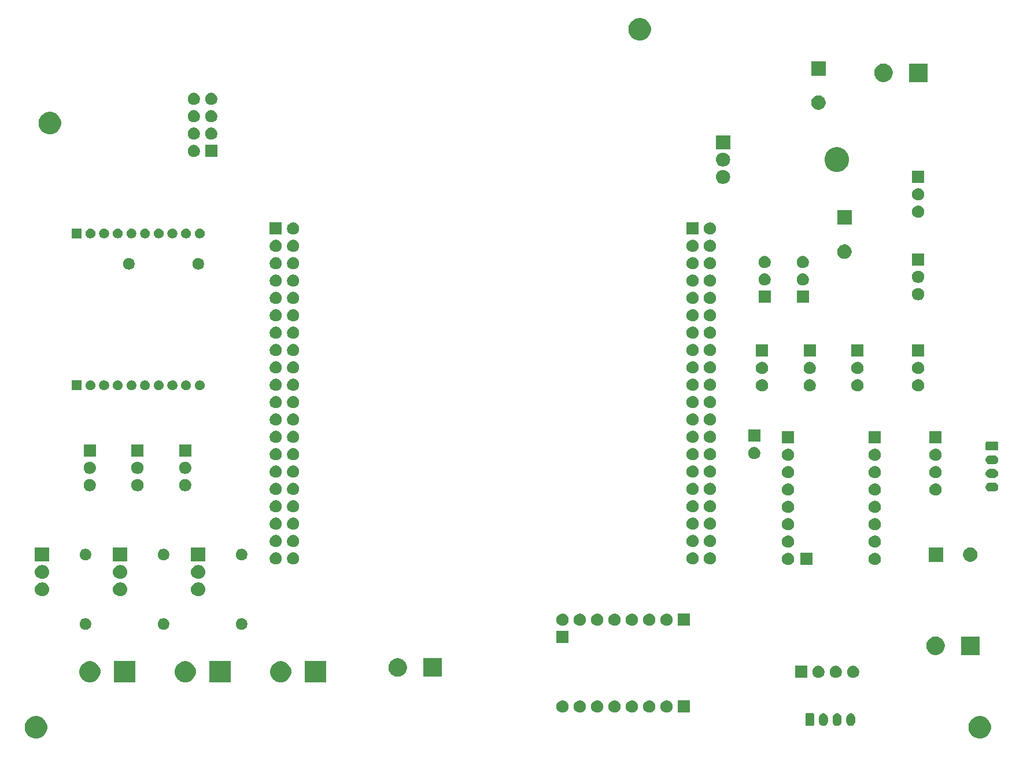
<source format=gbr>
%TF.GenerationSoftware,KiCad,Pcbnew,(5.1.6)-1*%
%TF.CreationDate,2023-02-06T18:30:28+01:00*%
%TF.ProjectId,VisionIndustrielle_TP,56697369-6f6e-4496-9e64-757374726965,rev?*%
%TF.SameCoordinates,Original*%
%TF.FileFunction,Soldermask,Top*%
%TF.FilePolarity,Negative*%
%FSLAX46Y46*%
G04 Gerber Fmt 4.6, Leading zero omitted, Abs format (unit mm)*
G04 Created by KiCad (PCBNEW (5.1.6)-1) date 2023-02-06 18:30:28*
%MOMM*%
%LPD*%
G01*
G04 APERTURE LIST*
%ADD10C,0.100000*%
G04 APERTURE END LIST*
D10*
G36*
X149559874Y-179207023D02*
G01*
X149833287Y-179261408D01*
X150133568Y-179385789D01*
X150403814Y-179566361D01*
X150633639Y-179796186D01*
X150814211Y-180066432D01*
X150938592Y-180366713D01*
X151002000Y-180685489D01*
X151002000Y-181010511D01*
X150938592Y-181329287D01*
X150814211Y-181629568D01*
X150633639Y-181899814D01*
X150403814Y-182129639D01*
X150133568Y-182310211D01*
X149833287Y-182434592D01*
X149559874Y-182488977D01*
X149514512Y-182498000D01*
X149189488Y-182498000D01*
X149144126Y-182488977D01*
X148870713Y-182434592D01*
X148570432Y-182310211D01*
X148300186Y-182129639D01*
X148070361Y-181899814D01*
X147889789Y-181629568D01*
X147765408Y-181329287D01*
X147702000Y-181010511D01*
X147702000Y-180685489D01*
X147765408Y-180366713D01*
X147889789Y-180066432D01*
X148070361Y-179796186D01*
X148300186Y-179566361D01*
X148570432Y-179385789D01*
X148870713Y-179261408D01*
X149144126Y-179207023D01*
X149189488Y-179198000D01*
X149514512Y-179198000D01*
X149559874Y-179207023D01*
G37*
G36*
X11383874Y-179207023D02*
G01*
X11657287Y-179261408D01*
X11957568Y-179385789D01*
X12227814Y-179566361D01*
X12457639Y-179796186D01*
X12638211Y-180066432D01*
X12762592Y-180366713D01*
X12826000Y-180685489D01*
X12826000Y-181010511D01*
X12762592Y-181329287D01*
X12638211Y-181629568D01*
X12457639Y-181899814D01*
X12227814Y-182129639D01*
X11957568Y-182310211D01*
X11657287Y-182434592D01*
X11383874Y-182488977D01*
X11338512Y-182498000D01*
X11013488Y-182498000D01*
X10968126Y-182488977D01*
X10694713Y-182434592D01*
X10394432Y-182310211D01*
X10124186Y-182129639D01*
X9894361Y-181899814D01*
X9713789Y-181629568D01*
X9589408Y-181329287D01*
X9526000Y-181010511D01*
X9526000Y-180685489D01*
X9589408Y-180366713D01*
X9713789Y-180066432D01*
X9894361Y-179796186D01*
X10124186Y-179566361D01*
X10394432Y-179385789D01*
X10694713Y-179261408D01*
X10968126Y-179207023D01*
X11013488Y-179198000D01*
X11338512Y-179198000D01*
X11383874Y-179207023D01*
G37*
G36*
X128575997Y-178788280D02*
G01*
X128587422Y-178789405D01*
X128624379Y-178800616D01*
X128709947Y-178826573D01*
X128822867Y-178886930D01*
X128921843Y-178968157D01*
X129003070Y-179067132D01*
X129063427Y-179180052D01*
X129068871Y-179198000D01*
X129088107Y-179261409D01*
X129100595Y-179302578D01*
X129110000Y-179398068D01*
X129110000Y-180011932D01*
X129100595Y-180107422D01*
X129063427Y-180229948D01*
X129003070Y-180342868D01*
X128921843Y-180441843D01*
X128822868Y-180523070D01*
X128709948Y-180583427D01*
X128668032Y-180596142D01*
X128587423Y-180620595D01*
X128575998Y-180621720D01*
X128460000Y-180633145D01*
X128344003Y-180621720D01*
X128332578Y-180620595D01*
X128251969Y-180596142D01*
X128210053Y-180583427D01*
X128097133Y-180523070D01*
X127998158Y-180441843D01*
X127916930Y-180342868D01*
X127856573Y-180229948D01*
X127819405Y-180107422D01*
X127810000Y-180011932D01*
X127810000Y-179398069D01*
X127819405Y-179302579D01*
X127819406Y-179302577D01*
X127856573Y-179180054D01*
X127856573Y-179180053D01*
X127916930Y-179067133D01*
X127998157Y-178968157D01*
X128097132Y-178886930D01*
X128210052Y-178826573D01*
X128295620Y-178800616D01*
X128332577Y-178789405D01*
X128344002Y-178788280D01*
X128460000Y-178776855D01*
X128575997Y-178788280D01*
G37*
G36*
X126575997Y-178788280D02*
G01*
X126587422Y-178789405D01*
X126624379Y-178800616D01*
X126709947Y-178826573D01*
X126822867Y-178886930D01*
X126921843Y-178968157D01*
X127003070Y-179067132D01*
X127063427Y-179180052D01*
X127068871Y-179198000D01*
X127088107Y-179261409D01*
X127100595Y-179302578D01*
X127110000Y-179398068D01*
X127110000Y-180011932D01*
X127100595Y-180107422D01*
X127063427Y-180229948D01*
X127003070Y-180342868D01*
X126921843Y-180441843D01*
X126822868Y-180523070D01*
X126709948Y-180583427D01*
X126668032Y-180596142D01*
X126587423Y-180620595D01*
X126575998Y-180621720D01*
X126460000Y-180633145D01*
X126344003Y-180621720D01*
X126332578Y-180620595D01*
X126251969Y-180596142D01*
X126210053Y-180583427D01*
X126097133Y-180523070D01*
X125998158Y-180441843D01*
X125916930Y-180342868D01*
X125856573Y-180229948D01*
X125819405Y-180107422D01*
X125810000Y-180011932D01*
X125810000Y-179398069D01*
X125819405Y-179302579D01*
X125819406Y-179302577D01*
X125856573Y-179180054D01*
X125856573Y-179180053D01*
X125916930Y-179067133D01*
X125998157Y-178968157D01*
X126097132Y-178886930D01*
X126210052Y-178826573D01*
X126295620Y-178800616D01*
X126332577Y-178789405D01*
X126344002Y-178788280D01*
X126460000Y-178776855D01*
X126575997Y-178788280D01*
G37*
G36*
X130575997Y-178788280D02*
G01*
X130587422Y-178789405D01*
X130624379Y-178800616D01*
X130709947Y-178826573D01*
X130822867Y-178886930D01*
X130921843Y-178968157D01*
X131003070Y-179067132D01*
X131063427Y-179180052D01*
X131068871Y-179198000D01*
X131088107Y-179261409D01*
X131100595Y-179302578D01*
X131110000Y-179398068D01*
X131110000Y-180011932D01*
X131100595Y-180107422D01*
X131063427Y-180229948D01*
X131003070Y-180342868D01*
X130921843Y-180441843D01*
X130822868Y-180523070D01*
X130709948Y-180583427D01*
X130668032Y-180596142D01*
X130587423Y-180620595D01*
X130575998Y-180621720D01*
X130460000Y-180633145D01*
X130344003Y-180621720D01*
X130332578Y-180620595D01*
X130251969Y-180596142D01*
X130210053Y-180583427D01*
X130097133Y-180523070D01*
X129998158Y-180441843D01*
X129916930Y-180342868D01*
X129856573Y-180229948D01*
X129819405Y-180107422D01*
X129810000Y-180011932D01*
X129810000Y-179398069D01*
X129819405Y-179302579D01*
X129819406Y-179302577D01*
X129856573Y-179180054D01*
X129856573Y-179180053D01*
X129916930Y-179067133D01*
X129998157Y-178968157D01*
X130097132Y-178886930D01*
X130210052Y-178826573D01*
X130295620Y-178800616D01*
X130332577Y-178789405D01*
X130344002Y-178788280D01*
X130460000Y-178776855D01*
X130575997Y-178788280D01*
G37*
G36*
X124950578Y-178784396D02*
G01*
X124987591Y-178795624D01*
X125021705Y-178813858D01*
X125051604Y-178838396D01*
X125076142Y-178868295D01*
X125094376Y-178902409D01*
X125105604Y-178939422D01*
X125110000Y-178984057D01*
X125110000Y-180425943D01*
X125105604Y-180470578D01*
X125094376Y-180507591D01*
X125076142Y-180541705D01*
X125051604Y-180571604D01*
X125021705Y-180596142D01*
X124987591Y-180614376D01*
X124950578Y-180625604D01*
X124905943Y-180630000D01*
X124014057Y-180630000D01*
X123969422Y-180625604D01*
X123932409Y-180614376D01*
X123898295Y-180596142D01*
X123868396Y-180571604D01*
X123843858Y-180541705D01*
X123825624Y-180507591D01*
X123814396Y-180470578D01*
X123810000Y-180425943D01*
X123810000Y-178984057D01*
X123814396Y-178939422D01*
X123825624Y-178902409D01*
X123843858Y-178868295D01*
X123868396Y-178838396D01*
X123898295Y-178813858D01*
X123932409Y-178795624D01*
X123969422Y-178784396D01*
X124014057Y-178780000D01*
X124905943Y-178780000D01*
X124950578Y-178784396D01*
G37*
G36*
X88527520Y-176934586D02*
G01*
X88691310Y-177002430D01*
X88838717Y-177100924D01*
X88964076Y-177226283D01*
X89062570Y-177373690D01*
X89130414Y-177537480D01*
X89165000Y-177711358D01*
X89165000Y-177888642D01*
X89130414Y-178062520D01*
X89062570Y-178226310D01*
X88964076Y-178373717D01*
X88838717Y-178499076D01*
X88691310Y-178597570D01*
X88691309Y-178597571D01*
X88691308Y-178597571D01*
X88527520Y-178665414D01*
X88353644Y-178700000D01*
X88176356Y-178700000D01*
X88002480Y-178665414D01*
X87838692Y-178597571D01*
X87838691Y-178597571D01*
X87838690Y-178597570D01*
X87691283Y-178499076D01*
X87565924Y-178373717D01*
X87467430Y-178226310D01*
X87399586Y-178062520D01*
X87365000Y-177888642D01*
X87365000Y-177711358D01*
X87399586Y-177537480D01*
X87467430Y-177373690D01*
X87565924Y-177226283D01*
X87691283Y-177100924D01*
X87838690Y-177002430D01*
X88002480Y-176934586D01*
X88176356Y-176900000D01*
X88353644Y-176900000D01*
X88527520Y-176934586D01*
G37*
G36*
X91067520Y-176934586D02*
G01*
X91231310Y-177002430D01*
X91378717Y-177100924D01*
X91504076Y-177226283D01*
X91602570Y-177373690D01*
X91670414Y-177537480D01*
X91705000Y-177711358D01*
X91705000Y-177888642D01*
X91670414Y-178062520D01*
X91602570Y-178226310D01*
X91504076Y-178373717D01*
X91378717Y-178499076D01*
X91231310Y-178597570D01*
X91231309Y-178597571D01*
X91231308Y-178597571D01*
X91067520Y-178665414D01*
X90893644Y-178700000D01*
X90716356Y-178700000D01*
X90542480Y-178665414D01*
X90378692Y-178597571D01*
X90378691Y-178597571D01*
X90378690Y-178597570D01*
X90231283Y-178499076D01*
X90105924Y-178373717D01*
X90007430Y-178226310D01*
X89939586Y-178062520D01*
X89905000Y-177888642D01*
X89905000Y-177711358D01*
X89939586Y-177537480D01*
X90007430Y-177373690D01*
X90105924Y-177226283D01*
X90231283Y-177100924D01*
X90378690Y-177002430D01*
X90542480Y-176934586D01*
X90716356Y-176900000D01*
X90893644Y-176900000D01*
X91067520Y-176934586D01*
G37*
G36*
X93607520Y-176934586D02*
G01*
X93771310Y-177002430D01*
X93918717Y-177100924D01*
X94044076Y-177226283D01*
X94142570Y-177373690D01*
X94210414Y-177537480D01*
X94245000Y-177711358D01*
X94245000Y-177888642D01*
X94210414Y-178062520D01*
X94142570Y-178226310D01*
X94044076Y-178373717D01*
X93918717Y-178499076D01*
X93771310Y-178597570D01*
X93771309Y-178597571D01*
X93771308Y-178597571D01*
X93607520Y-178665414D01*
X93433644Y-178700000D01*
X93256356Y-178700000D01*
X93082480Y-178665414D01*
X92918692Y-178597571D01*
X92918691Y-178597571D01*
X92918690Y-178597570D01*
X92771283Y-178499076D01*
X92645924Y-178373717D01*
X92547430Y-178226310D01*
X92479586Y-178062520D01*
X92445000Y-177888642D01*
X92445000Y-177711358D01*
X92479586Y-177537480D01*
X92547430Y-177373690D01*
X92645924Y-177226283D01*
X92771283Y-177100924D01*
X92918690Y-177002430D01*
X93082480Y-176934586D01*
X93256356Y-176900000D01*
X93433644Y-176900000D01*
X93607520Y-176934586D01*
G37*
G36*
X96147520Y-176934586D02*
G01*
X96311310Y-177002430D01*
X96458717Y-177100924D01*
X96584076Y-177226283D01*
X96682570Y-177373690D01*
X96750414Y-177537480D01*
X96785000Y-177711358D01*
X96785000Y-177888642D01*
X96750414Y-178062520D01*
X96682570Y-178226310D01*
X96584076Y-178373717D01*
X96458717Y-178499076D01*
X96311310Y-178597570D01*
X96311309Y-178597571D01*
X96311308Y-178597571D01*
X96147520Y-178665414D01*
X95973644Y-178700000D01*
X95796356Y-178700000D01*
X95622480Y-178665414D01*
X95458692Y-178597571D01*
X95458691Y-178597571D01*
X95458690Y-178597570D01*
X95311283Y-178499076D01*
X95185924Y-178373717D01*
X95087430Y-178226310D01*
X95019586Y-178062520D01*
X94985000Y-177888642D01*
X94985000Y-177711358D01*
X95019586Y-177537480D01*
X95087430Y-177373690D01*
X95185924Y-177226283D01*
X95311283Y-177100924D01*
X95458690Y-177002430D01*
X95622480Y-176934586D01*
X95796356Y-176900000D01*
X95973644Y-176900000D01*
X96147520Y-176934586D01*
G37*
G36*
X98687520Y-176934586D02*
G01*
X98851310Y-177002430D01*
X98998717Y-177100924D01*
X99124076Y-177226283D01*
X99222570Y-177373690D01*
X99290414Y-177537480D01*
X99325000Y-177711358D01*
X99325000Y-177888642D01*
X99290414Y-178062520D01*
X99222570Y-178226310D01*
X99124076Y-178373717D01*
X98998717Y-178499076D01*
X98851310Y-178597570D01*
X98851309Y-178597571D01*
X98851308Y-178597571D01*
X98687520Y-178665414D01*
X98513644Y-178700000D01*
X98336356Y-178700000D01*
X98162480Y-178665414D01*
X97998692Y-178597571D01*
X97998691Y-178597571D01*
X97998690Y-178597570D01*
X97851283Y-178499076D01*
X97725924Y-178373717D01*
X97627430Y-178226310D01*
X97559586Y-178062520D01*
X97525000Y-177888642D01*
X97525000Y-177711358D01*
X97559586Y-177537480D01*
X97627430Y-177373690D01*
X97725924Y-177226283D01*
X97851283Y-177100924D01*
X97998690Y-177002430D01*
X98162480Y-176934586D01*
X98336356Y-176900000D01*
X98513644Y-176900000D01*
X98687520Y-176934586D01*
G37*
G36*
X103767520Y-176934586D02*
G01*
X103931310Y-177002430D01*
X104078717Y-177100924D01*
X104204076Y-177226283D01*
X104302570Y-177373690D01*
X104370414Y-177537480D01*
X104405000Y-177711358D01*
X104405000Y-177888642D01*
X104370414Y-178062520D01*
X104302570Y-178226310D01*
X104204076Y-178373717D01*
X104078717Y-178499076D01*
X103931310Y-178597570D01*
X103931309Y-178597571D01*
X103931308Y-178597571D01*
X103767520Y-178665414D01*
X103593644Y-178700000D01*
X103416356Y-178700000D01*
X103242480Y-178665414D01*
X103078692Y-178597571D01*
X103078691Y-178597571D01*
X103078690Y-178597570D01*
X102931283Y-178499076D01*
X102805924Y-178373717D01*
X102707430Y-178226310D01*
X102639586Y-178062520D01*
X102605000Y-177888642D01*
X102605000Y-177711358D01*
X102639586Y-177537480D01*
X102707430Y-177373690D01*
X102805924Y-177226283D01*
X102931283Y-177100924D01*
X103078690Y-177002430D01*
X103242480Y-176934586D01*
X103416356Y-176900000D01*
X103593644Y-176900000D01*
X103767520Y-176934586D01*
G37*
G36*
X106945000Y-178700000D02*
G01*
X105145000Y-178700000D01*
X105145000Y-176900000D01*
X106945000Y-176900000D01*
X106945000Y-178700000D01*
G37*
G36*
X101227520Y-176934586D02*
G01*
X101391310Y-177002430D01*
X101538717Y-177100924D01*
X101664076Y-177226283D01*
X101762570Y-177373690D01*
X101830414Y-177537480D01*
X101865000Y-177711358D01*
X101865000Y-177888642D01*
X101830414Y-178062520D01*
X101762570Y-178226310D01*
X101664076Y-178373717D01*
X101538717Y-178499076D01*
X101391310Y-178597570D01*
X101391309Y-178597571D01*
X101391308Y-178597571D01*
X101227520Y-178665414D01*
X101053644Y-178700000D01*
X100876356Y-178700000D01*
X100702480Y-178665414D01*
X100538692Y-178597571D01*
X100538691Y-178597571D01*
X100538690Y-178597570D01*
X100391283Y-178499076D01*
X100265924Y-178373717D01*
X100167430Y-178226310D01*
X100099586Y-178062520D01*
X100065000Y-177888642D01*
X100065000Y-177711358D01*
X100099586Y-177537480D01*
X100167430Y-177373690D01*
X100265924Y-177226283D01*
X100391283Y-177100924D01*
X100538690Y-177002430D01*
X100702480Y-176934586D01*
X100876356Y-176900000D01*
X101053644Y-176900000D01*
X101227520Y-176934586D01*
G37*
G36*
X47292390Y-171199782D02*
G01*
X47442118Y-171229565D01*
X47558960Y-171277963D01*
X47724199Y-171346407D01*
X47724200Y-171346408D01*
X47978068Y-171516036D01*
X48193964Y-171731932D01*
X48275918Y-171854586D01*
X48363593Y-171985801D01*
X48378141Y-172020924D01*
X48459759Y-172217965D01*
X48480435Y-172267883D01*
X48540000Y-172567337D01*
X48540000Y-172872663D01*
X48480435Y-173172117D01*
X48363593Y-173454199D01*
X48363592Y-173454200D01*
X48193964Y-173708068D01*
X47978068Y-173923964D01*
X47808439Y-174037306D01*
X47724199Y-174093593D01*
X47558960Y-174162037D01*
X47442118Y-174210435D01*
X47292390Y-174240218D01*
X47142663Y-174270000D01*
X46837337Y-174270000D01*
X46687610Y-174240218D01*
X46537882Y-174210435D01*
X46421040Y-174162037D01*
X46255801Y-174093593D01*
X46171561Y-174037306D01*
X46001932Y-173923964D01*
X45786036Y-173708068D01*
X45616408Y-173454200D01*
X45616407Y-173454199D01*
X45499565Y-173172117D01*
X45440000Y-172872663D01*
X45440000Y-172567337D01*
X45499565Y-172267883D01*
X45520242Y-172217965D01*
X45601859Y-172020924D01*
X45616407Y-171985801D01*
X45704082Y-171854586D01*
X45786036Y-171731932D01*
X46001932Y-171516036D01*
X46255800Y-171346408D01*
X46255801Y-171346407D01*
X46421040Y-171277963D01*
X46537882Y-171229565D01*
X46687610Y-171199782D01*
X46837337Y-171170000D01*
X47142663Y-171170000D01*
X47292390Y-171199782D01*
G37*
G36*
X53620000Y-174270000D02*
G01*
X50520000Y-174270000D01*
X50520000Y-171170000D01*
X53620000Y-171170000D01*
X53620000Y-174270000D01*
G37*
G36*
X39650000Y-174270000D02*
G01*
X36550000Y-174270000D01*
X36550000Y-171170000D01*
X39650000Y-171170000D01*
X39650000Y-174270000D01*
G37*
G36*
X33322390Y-171199782D02*
G01*
X33472118Y-171229565D01*
X33588960Y-171277963D01*
X33754199Y-171346407D01*
X33754200Y-171346408D01*
X34008068Y-171516036D01*
X34223964Y-171731932D01*
X34305918Y-171854586D01*
X34393593Y-171985801D01*
X34408141Y-172020924D01*
X34489759Y-172217965D01*
X34510435Y-172267883D01*
X34570000Y-172567337D01*
X34570000Y-172872663D01*
X34510435Y-173172117D01*
X34393593Y-173454199D01*
X34393592Y-173454200D01*
X34223964Y-173708068D01*
X34008068Y-173923964D01*
X33838439Y-174037306D01*
X33754199Y-174093593D01*
X33588960Y-174162037D01*
X33472118Y-174210435D01*
X33322390Y-174240218D01*
X33172663Y-174270000D01*
X32867337Y-174270000D01*
X32717610Y-174240218D01*
X32567882Y-174210435D01*
X32451040Y-174162037D01*
X32285801Y-174093593D01*
X32201561Y-174037306D01*
X32031932Y-173923964D01*
X31816036Y-173708068D01*
X31646408Y-173454200D01*
X31646407Y-173454199D01*
X31529565Y-173172117D01*
X31470000Y-172872663D01*
X31470000Y-172567337D01*
X31529565Y-172267883D01*
X31550242Y-172217965D01*
X31631859Y-172020924D01*
X31646407Y-171985801D01*
X31734082Y-171854586D01*
X31816036Y-171731932D01*
X32031932Y-171516036D01*
X32285800Y-171346408D01*
X32285801Y-171346407D01*
X32451040Y-171277963D01*
X32567882Y-171229565D01*
X32717610Y-171199782D01*
X32867337Y-171170000D01*
X33172663Y-171170000D01*
X33322390Y-171199782D01*
G37*
G36*
X25680000Y-174270000D02*
G01*
X22580000Y-174270000D01*
X22580000Y-171170000D01*
X25680000Y-171170000D01*
X25680000Y-174270000D01*
G37*
G36*
X19352390Y-171199782D02*
G01*
X19502118Y-171229565D01*
X19618960Y-171277963D01*
X19784199Y-171346407D01*
X19784200Y-171346408D01*
X20038068Y-171516036D01*
X20253964Y-171731932D01*
X20335918Y-171854586D01*
X20423593Y-171985801D01*
X20438141Y-172020924D01*
X20519759Y-172217965D01*
X20540435Y-172267883D01*
X20600000Y-172567337D01*
X20600000Y-172872663D01*
X20540435Y-173172117D01*
X20423593Y-173454199D01*
X20423592Y-173454200D01*
X20253964Y-173708068D01*
X20038068Y-173923964D01*
X19868439Y-174037306D01*
X19784199Y-174093593D01*
X19618960Y-174162037D01*
X19502118Y-174210435D01*
X19352390Y-174240218D01*
X19202663Y-174270000D01*
X18897337Y-174270000D01*
X18747610Y-174240218D01*
X18597882Y-174210435D01*
X18481040Y-174162037D01*
X18315801Y-174093593D01*
X18231561Y-174037306D01*
X18061932Y-173923964D01*
X17846036Y-173708068D01*
X17676408Y-173454200D01*
X17676407Y-173454199D01*
X17559565Y-173172117D01*
X17500000Y-172872663D01*
X17500000Y-172567337D01*
X17559565Y-172267883D01*
X17580242Y-172217965D01*
X17661859Y-172020924D01*
X17676407Y-171985801D01*
X17764082Y-171854586D01*
X17846036Y-171731932D01*
X18061932Y-171516036D01*
X18315800Y-171346408D01*
X18315801Y-171346407D01*
X18481040Y-171277963D01*
X18597882Y-171229565D01*
X18747610Y-171199782D01*
X18897337Y-171170000D01*
X19202663Y-171170000D01*
X19352390Y-171199782D01*
G37*
G36*
X124090000Y-173620000D02*
G01*
X122290000Y-173620000D01*
X122290000Y-171820000D01*
X124090000Y-171820000D01*
X124090000Y-173620000D01*
G37*
G36*
X131072520Y-171854586D02*
G01*
X131236310Y-171922430D01*
X131383717Y-172020924D01*
X131509076Y-172146283D01*
X131607570Y-172293690D01*
X131675414Y-172457480D01*
X131710000Y-172631358D01*
X131710000Y-172808642D01*
X131675414Y-172982520D01*
X131607570Y-173146310D01*
X131509076Y-173293717D01*
X131383717Y-173419076D01*
X131236310Y-173517570D01*
X131236309Y-173517571D01*
X131236308Y-173517571D01*
X131072520Y-173585414D01*
X130898644Y-173620000D01*
X130721356Y-173620000D01*
X130547480Y-173585414D01*
X130383692Y-173517571D01*
X130383691Y-173517571D01*
X130383690Y-173517570D01*
X130236283Y-173419076D01*
X130110924Y-173293717D01*
X130012430Y-173146310D01*
X129944586Y-172982520D01*
X129910000Y-172808642D01*
X129910000Y-172631358D01*
X129944586Y-172457480D01*
X130012430Y-172293690D01*
X130110924Y-172146283D01*
X130236283Y-172020924D01*
X130383690Y-171922430D01*
X130547480Y-171854586D01*
X130721356Y-171820000D01*
X130898644Y-171820000D01*
X131072520Y-171854586D01*
G37*
G36*
X128532520Y-171854586D02*
G01*
X128696310Y-171922430D01*
X128843717Y-172020924D01*
X128969076Y-172146283D01*
X129067570Y-172293690D01*
X129135414Y-172457480D01*
X129170000Y-172631358D01*
X129170000Y-172808642D01*
X129135414Y-172982520D01*
X129067570Y-173146310D01*
X128969076Y-173293717D01*
X128843717Y-173419076D01*
X128696310Y-173517570D01*
X128696309Y-173517571D01*
X128696308Y-173517571D01*
X128532520Y-173585414D01*
X128358644Y-173620000D01*
X128181356Y-173620000D01*
X128007480Y-173585414D01*
X127843692Y-173517571D01*
X127843691Y-173517571D01*
X127843690Y-173517570D01*
X127696283Y-173419076D01*
X127570924Y-173293717D01*
X127472430Y-173146310D01*
X127404586Y-172982520D01*
X127370000Y-172808642D01*
X127370000Y-172631358D01*
X127404586Y-172457480D01*
X127472430Y-172293690D01*
X127570924Y-172146283D01*
X127696283Y-172020924D01*
X127843690Y-171922430D01*
X128007480Y-171854586D01*
X128181356Y-171820000D01*
X128358644Y-171820000D01*
X128532520Y-171854586D01*
G37*
G36*
X125992520Y-171854586D02*
G01*
X126156310Y-171922430D01*
X126303717Y-172020924D01*
X126429076Y-172146283D01*
X126527570Y-172293690D01*
X126595414Y-172457480D01*
X126630000Y-172631358D01*
X126630000Y-172808642D01*
X126595414Y-172982520D01*
X126527570Y-173146310D01*
X126429076Y-173293717D01*
X126303717Y-173419076D01*
X126156310Y-173517570D01*
X126156309Y-173517571D01*
X126156308Y-173517571D01*
X125992520Y-173585414D01*
X125818644Y-173620000D01*
X125641356Y-173620000D01*
X125467480Y-173585414D01*
X125303692Y-173517571D01*
X125303691Y-173517571D01*
X125303690Y-173517570D01*
X125156283Y-173419076D01*
X125030924Y-173293717D01*
X124932430Y-173146310D01*
X124864586Y-172982520D01*
X124830000Y-172808642D01*
X124830000Y-172631358D01*
X124864586Y-172457480D01*
X124932430Y-172293690D01*
X125030924Y-172146283D01*
X125156283Y-172020924D01*
X125303690Y-171922430D01*
X125467480Y-171854586D01*
X125641356Y-171820000D01*
X125818644Y-171820000D01*
X125992520Y-171854586D01*
G37*
G36*
X64528779Y-170786879D02*
G01*
X64774463Y-170888645D01*
X64774465Y-170888646D01*
X64885769Y-170963017D01*
X64995574Y-171036386D01*
X65183614Y-171224426D01*
X65331355Y-171445537D01*
X65433121Y-171691221D01*
X65485000Y-171952035D01*
X65485000Y-172217965D01*
X65433121Y-172478779D01*
X65369921Y-172631356D01*
X65331354Y-172724465D01*
X65183613Y-172945575D01*
X64995575Y-173133613D01*
X64774465Y-173281354D01*
X64774464Y-173281355D01*
X64774463Y-173281355D01*
X64528779Y-173383121D01*
X64267965Y-173435000D01*
X64002035Y-173435000D01*
X63741221Y-173383121D01*
X63495537Y-173281355D01*
X63495536Y-173281355D01*
X63495535Y-173281354D01*
X63274425Y-173133613D01*
X63086387Y-172945575D01*
X62938646Y-172724465D01*
X62900079Y-172631356D01*
X62836879Y-172478779D01*
X62785000Y-172217965D01*
X62785000Y-171952035D01*
X62836879Y-171691221D01*
X62938645Y-171445537D01*
X63086386Y-171224426D01*
X63274426Y-171036386D01*
X63384231Y-170963017D01*
X63495535Y-170888646D01*
X63495537Y-170888645D01*
X63741221Y-170786879D01*
X64002035Y-170735000D01*
X64267965Y-170735000D01*
X64528779Y-170786879D01*
G37*
G36*
X70565000Y-173435000D02*
G01*
X67865000Y-173435000D01*
X67865000Y-170735000D01*
X70565000Y-170735000D01*
X70565000Y-173435000D01*
G37*
G36*
X149305000Y-170260000D02*
G01*
X146605000Y-170260000D01*
X146605000Y-167560000D01*
X149305000Y-167560000D01*
X149305000Y-170260000D01*
G37*
G36*
X143268779Y-167611879D02*
G01*
X143514463Y-167713645D01*
X143514465Y-167713646D01*
X143625769Y-167788017D01*
X143735574Y-167861386D01*
X143923614Y-168049426D01*
X144071355Y-168270537D01*
X144173121Y-168516221D01*
X144225000Y-168777035D01*
X144225000Y-169042965D01*
X144173121Y-169303779D01*
X144071355Y-169549463D01*
X144071354Y-169549465D01*
X143923613Y-169770575D01*
X143735575Y-169958613D01*
X143514465Y-170106354D01*
X143514464Y-170106355D01*
X143514463Y-170106355D01*
X143268779Y-170208121D01*
X143007965Y-170260000D01*
X142742035Y-170260000D01*
X142481221Y-170208121D01*
X142235537Y-170106355D01*
X142235536Y-170106355D01*
X142235535Y-170106354D01*
X142014425Y-169958613D01*
X141826387Y-169770575D01*
X141678646Y-169549465D01*
X141678645Y-169549463D01*
X141576879Y-169303779D01*
X141525000Y-169042965D01*
X141525000Y-168777035D01*
X141576879Y-168516221D01*
X141678645Y-168270537D01*
X141826386Y-168049426D01*
X142014426Y-167861386D01*
X142124231Y-167788017D01*
X142235535Y-167713646D01*
X142235537Y-167713645D01*
X142481221Y-167611879D01*
X142742035Y-167560000D01*
X143007965Y-167560000D01*
X143268779Y-167611879D01*
G37*
G36*
X89165000Y-168540000D02*
G01*
X87365000Y-168540000D01*
X87365000Y-166740000D01*
X89165000Y-166740000D01*
X89165000Y-168540000D01*
G37*
G36*
X30092935Y-164917664D02*
G01*
X30247624Y-164981739D01*
X30247626Y-164981740D01*
X30386844Y-165074762D01*
X30505238Y-165193156D01*
X30598260Y-165332374D01*
X30598261Y-165332376D01*
X30662336Y-165487065D01*
X30695000Y-165651281D01*
X30695000Y-165818719D01*
X30662336Y-165982935D01*
X30655267Y-166000000D01*
X30598260Y-166137626D01*
X30505238Y-166276844D01*
X30386844Y-166395238D01*
X30247626Y-166488260D01*
X30247625Y-166488261D01*
X30247624Y-166488261D01*
X30092935Y-166552336D01*
X29928719Y-166585000D01*
X29761281Y-166585000D01*
X29597065Y-166552336D01*
X29442376Y-166488261D01*
X29442375Y-166488261D01*
X29442374Y-166488260D01*
X29303156Y-166395238D01*
X29184762Y-166276844D01*
X29091740Y-166137626D01*
X29034733Y-166000000D01*
X29027664Y-165982935D01*
X28995000Y-165818719D01*
X28995000Y-165651281D01*
X29027664Y-165487065D01*
X29091739Y-165332376D01*
X29091740Y-165332374D01*
X29184762Y-165193156D01*
X29303156Y-165074762D01*
X29442374Y-164981740D01*
X29442376Y-164981739D01*
X29597065Y-164917664D01*
X29761281Y-164885000D01*
X29928719Y-164885000D01*
X30092935Y-164917664D01*
G37*
G36*
X41522935Y-164917664D02*
G01*
X41677624Y-164981739D01*
X41677626Y-164981740D01*
X41816844Y-165074762D01*
X41935238Y-165193156D01*
X42028260Y-165332374D01*
X42028261Y-165332376D01*
X42092336Y-165487065D01*
X42125000Y-165651281D01*
X42125000Y-165818719D01*
X42092336Y-165982935D01*
X42085267Y-166000000D01*
X42028260Y-166137626D01*
X41935238Y-166276844D01*
X41816844Y-166395238D01*
X41677626Y-166488260D01*
X41677625Y-166488261D01*
X41677624Y-166488261D01*
X41522935Y-166552336D01*
X41358719Y-166585000D01*
X41191281Y-166585000D01*
X41027065Y-166552336D01*
X40872376Y-166488261D01*
X40872375Y-166488261D01*
X40872374Y-166488260D01*
X40733156Y-166395238D01*
X40614762Y-166276844D01*
X40521740Y-166137626D01*
X40464733Y-166000000D01*
X40457664Y-165982935D01*
X40425000Y-165818719D01*
X40425000Y-165651281D01*
X40457664Y-165487065D01*
X40521739Y-165332376D01*
X40521740Y-165332374D01*
X40614762Y-165193156D01*
X40733156Y-165074762D01*
X40872374Y-164981740D01*
X40872376Y-164981739D01*
X41027065Y-164917664D01*
X41191281Y-164885000D01*
X41358719Y-164885000D01*
X41522935Y-164917664D01*
G37*
G36*
X18662935Y-164917664D02*
G01*
X18817624Y-164981739D01*
X18817626Y-164981740D01*
X18956844Y-165074762D01*
X19075238Y-165193156D01*
X19168260Y-165332374D01*
X19168261Y-165332376D01*
X19232336Y-165487065D01*
X19265000Y-165651281D01*
X19265000Y-165818719D01*
X19232336Y-165982935D01*
X19225267Y-166000000D01*
X19168260Y-166137626D01*
X19075238Y-166276844D01*
X18956844Y-166395238D01*
X18817626Y-166488260D01*
X18817625Y-166488261D01*
X18817624Y-166488261D01*
X18662935Y-166552336D01*
X18498719Y-166585000D01*
X18331281Y-166585000D01*
X18167065Y-166552336D01*
X18012376Y-166488261D01*
X18012375Y-166488261D01*
X18012374Y-166488260D01*
X17873156Y-166395238D01*
X17754762Y-166276844D01*
X17661740Y-166137626D01*
X17604733Y-166000000D01*
X17597664Y-165982935D01*
X17565000Y-165818719D01*
X17565000Y-165651281D01*
X17597664Y-165487065D01*
X17661739Y-165332376D01*
X17661740Y-165332374D01*
X17754762Y-165193156D01*
X17873156Y-165074762D01*
X18012374Y-164981740D01*
X18012376Y-164981739D01*
X18167065Y-164917664D01*
X18331281Y-164885000D01*
X18498719Y-164885000D01*
X18662935Y-164917664D01*
G37*
G36*
X103767520Y-164234586D02*
G01*
X103931310Y-164302430D01*
X104078717Y-164400924D01*
X104204076Y-164526283D01*
X104302570Y-164673690D01*
X104302571Y-164673692D01*
X104370414Y-164837480D01*
X104405000Y-165011356D01*
X104405000Y-165188644D01*
X104404102Y-165193157D01*
X104370414Y-165362520D01*
X104302570Y-165526310D01*
X104204076Y-165673717D01*
X104078717Y-165799076D01*
X103931310Y-165897570D01*
X103931309Y-165897571D01*
X103931308Y-165897571D01*
X103767520Y-165965414D01*
X103593644Y-166000000D01*
X103416356Y-166000000D01*
X103242480Y-165965414D01*
X103078692Y-165897571D01*
X103078691Y-165897571D01*
X103078690Y-165897570D01*
X102931283Y-165799076D01*
X102805924Y-165673717D01*
X102707430Y-165526310D01*
X102639586Y-165362520D01*
X102605898Y-165193157D01*
X102605000Y-165188644D01*
X102605000Y-165011356D01*
X102639586Y-164837480D01*
X102707429Y-164673692D01*
X102707430Y-164673690D01*
X102805924Y-164526283D01*
X102931283Y-164400924D01*
X103078690Y-164302430D01*
X103242480Y-164234586D01*
X103416356Y-164200000D01*
X103593644Y-164200000D01*
X103767520Y-164234586D01*
G37*
G36*
X101227520Y-164234586D02*
G01*
X101391310Y-164302430D01*
X101538717Y-164400924D01*
X101664076Y-164526283D01*
X101762570Y-164673690D01*
X101762571Y-164673692D01*
X101830414Y-164837480D01*
X101865000Y-165011356D01*
X101865000Y-165188644D01*
X101864102Y-165193157D01*
X101830414Y-165362520D01*
X101762570Y-165526310D01*
X101664076Y-165673717D01*
X101538717Y-165799076D01*
X101391310Y-165897570D01*
X101391309Y-165897571D01*
X101391308Y-165897571D01*
X101227520Y-165965414D01*
X101053644Y-166000000D01*
X100876356Y-166000000D01*
X100702480Y-165965414D01*
X100538692Y-165897571D01*
X100538691Y-165897571D01*
X100538690Y-165897570D01*
X100391283Y-165799076D01*
X100265924Y-165673717D01*
X100167430Y-165526310D01*
X100099586Y-165362520D01*
X100065898Y-165193157D01*
X100065000Y-165188644D01*
X100065000Y-165011356D01*
X100099586Y-164837480D01*
X100167429Y-164673692D01*
X100167430Y-164673690D01*
X100265924Y-164526283D01*
X100391283Y-164400924D01*
X100538690Y-164302430D01*
X100702480Y-164234586D01*
X100876356Y-164200000D01*
X101053644Y-164200000D01*
X101227520Y-164234586D01*
G37*
G36*
X98687520Y-164234586D02*
G01*
X98851310Y-164302430D01*
X98998717Y-164400924D01*
X99124076Y-164526283D01*
X99222570Y-164673690D01*
X99222571Y-164673692D01*
X99290414Y-164837480D01*
X99325000Y-165011356D01*
X99325000Y-165188644D01*
X99324102Y-165193157D01*
X99290414Y-165362520D01*
X99222570Y-165526310D01*
X99124076Y-165673717D01*
X98998717Y-165799076D01*
X98851310Y-165897570D01*
X98851309Y-165897571D01*
X98851308Y-165897571D01*
X98687520Y-165965414D01*
X98513644Y-166000000D01*
X98336356Y-166000000D01*
X98162480Y-165965414D01*
X97998692Y-165897571D01*
X97998691Y-165897571D01*
X97998690Y-165897570D01*
X97851283Y-165799076D01*
X97725924Y-165673717D01*
X97627430Y-165526310D01*
X97559586Y-165362520D01*
X97525898Y-165193157D01*
X97525000Y-165188644D01*
X97525000Y-165011356D01*
X97559586Y-164837480D01*
X97627429Y-164673692D01*
X97627430Y-164673690D01*
X97725924Y-164526283D01*
X97851283Y-164400924D01*
X97998690Y-164302430D01*
X98162480Y-164234586D01*
X98336356Y-164200000D01*
X98513644Y-164200000D01*
X98687520Y-164234586D01*
G37*
G36*
X96147520Y-164234586D02*
G01*
X96311310Y-164302430D01*
X96458717Y-164400924D01*
X96584076Y-164526283D01*
X96682570Y-164673690D01*
X96682571Y-164673692D01*
X96750414Y-164837480D01*
X96785000Y-165011356D01*
X96785000Y-165188644D01*
X96784102Y-165193157D01*
X96750414Y-165362520D01*
X96682570Y-165526310D01*
X96584076Y-165673717D01*
X96458717Y-165799076D01*
X96311310Y-165897570D01*
X96311309Y-165897571D01*
X96311308Y-165897571D01*
X96147520Y-165965414D01*
X95973644Y-166000000D01*
X95796356Y-166000000D01*
X95622480Y-165965414D01*
X95458692Y-165897571D01*
X95458691Y-165897571D01*
X95458690Y-165897570D01*
X95311283Y-165799076D01*
X95185924Y-165673717D01*
X95087430Y-165526310D01*
X95019586Y-165362520D01*
X94985898Y-165193157D01*
X94985000Y-165188644D01*
X94985000Y-165011356D01*
X95019586Y-164837480D01*
X95087429Y-164673692D01*
X95087430Y-164673690D01*
X95185924Y-164526283D01*
X95311283Y-164400924D01*
X95458690Y-164302430D01*
X95622480Y-164234586D01*
X95796356Y-164200000D01*
X95973644Y-164200000D01*
X96147520Y-164234586D01*
G37*
G36*
X93607520Y-164234586D02*
G01*
X93771310Y-164302430D01*
X93918717Y-164400924D01*
X94044076Y-164526283D01*
X94142570Y-164673690D01*
X94142571Y-164673692D01*
X94210414Y-164837480D01*
X94245000Y-165011356D01*
X94245000Y-165188644D01*
X94244102Y-165193157D01*
X94210414Y-165362520D01*
X94142570Y-165526310D01*
X94044076Y-165673717D01*
X93918717Y-165799076D01*
X93771310Y-165897570D01*
X93771309Y-165897571D01*
X93771308Y-165897571D01*
X93607520Y-165965414D01*
X93433644Y-166000000D01*
X93256356Y-166000000D01*
X93082480Y-165965414D01*
X92918692Y-165897571D01*
X92918691Y-165897571D01*
X92918690Y-165897570D01*
X92771283Y-165799076D01*
X92645924Y-165673717D01*
X92547430Y-165526310D01*
X92479586Y-165362520D01*
X92445898Y-165193157D01*
X92445000Y-165188644D01*
X92445000Y-165011356D01*
X92479586Y-164837480D01*
X92547429Y-164673692D01*
X92547430Y-164673690D01*
X92645924Y-164526283D01*
X92771283Y-164400924D01*
X92918690Y-164302430D01*
X93082480Y-164234586D01*
X93256356Y-164200000D01*
X93433644Y-164200000D01*
X93607520Y-164234586D01*
G37*
G36*
X91067520Y-164234586D02*
G01*
X91231310Y-164302430D01*
X91378717Y-164400924D01*
X91504076Y-164526283D01*
X91602570Y-164673690D01*
X91602571Y-164673692D01*
X91670414Y-164837480D01*
X91705000Y-165011356D01*
X91705000Y-165188644D01*
X91704102Y-165193157D01*
X91670414Y-165362520D01*
X91602570Y-165526310D01*
X91504076Y-165673717D01*
X91378717Y-165799076D01*
X91231310Y-165897570D01*
X91231309Y-165897571D01*
X91231308Y-165897571D01*
X91067520Y-165965414D01*
X90893644Y-166000000D01*
X90716356Y-166000000D01*
X90542480Y-165965414D01*
X90378692Y-165897571D01*
X90378691Y-165897571D01*
X90378690Y-165897570D01*
X90231283Y-165799076D01*
X90105924Y-165673717D01*
X90007430Y-165526310D01*
X89939586Y-165362520D01*
X89905898Y-165193157D01*
X89905000Y-165188644D01*
X89905000Y-165011356D01*
X89939586Y-164837480D01*
X90007429Y-164673692D01*
X90007430Y-164673690D01*
X90105924Y-164526283D01*
X90231283Y-164400924D01*
X90378690Y-164302430D01*
X90542480Y-164234586D01*
X90716356Y-164200000D01*
X90893644Y-164200000D01*
X91067520Y-164234586D01*
G37*
G36*
X88527520Y-164234586D02*
G01*
X88691310Y-164302430D01*
X88838717Y-164400924D01*
X88964076Y-164526283D01*
X89062570Y-164673690D01*
X89062571Y-164673692D01*
X89130414Y-164837480D01*
X89165000Y-165011356D01*
X89165000Y-165188644D01*
X89164102Y-165193157D01*
X89130414Y-165362520D01*
X89062570Y-165526310D01*
X88964076Y-165673717D01*
X88838717Y-165799076D01*
X88691310Y-165897570D01*
X88691309Y-165897571D01*
X88691308Y-165897571D01*
X88527520Y-165965414D01*
X88353644Y-166000000D01*
X88176356Y-166000000D01*
X88002480Y-165965414D01*
X87838692Y-165897571D01*
X87838691Y-165897571D01*
X87838690Y-165897570D01*
X87691283Y-165799076D01*
X87565924Y-165673717D01*
X87467430Y-165526310D01*
X87399586Y-165362520D01*
X87365898Y-165193157D01*
X87365000Y-165188644D01*
X87365000Y-165011356D01*
X87399586Y-164837480D01*
X87467429Y-164673692D01*
X87467430Y-164673690D01*
X87565924Y-164526283D01*
X87691283Y-164400924D01*
X87838690Y-164302430D01*
X88002480Y-164234586D01*
X88176356Y-164200000D01*
X88353644Y-164200000D01*
X88527520Y-164234586D01*
G37*
G36*
X106945000Y-166000000D02*
G01*
X105145000Y-166000000D01*
X105145000Y-164200000D01*
X106945000Y-164200000D01*
X106945000Y-166000000D01*
G37*
G36*
X12309022Y-159667005D02*
G01*
X12497999Y-159724331D01*
X12672153Y-159817418D01*
X12824804Y-159942696D01*
X12950082Y-160095347D01*
X13043169Y-160269501D01*
X13100495Y-160458478D01*
X13119850Y-160655000D01*
X13100495Y-160851522D01*
X13043169Y-161040499D01*
X12950082Y-161214653D01*
X12824804Y-161367304D01*
X12672153Y-161492582D01*
X12497999Y-161585669D01*
X12309022Y-161642995D01*
X12161746Y-161657500D01*
X11968254Y-161657500D01*
X11820978Y-161642995D01*
X11632001Y-161585669D01*
X11457847Y-161492582D01*
X11305196Y-161367304D01*
X11179918Y-161214653D01*
X11086831Y-161040499D01*
X11029505Y-160851522D01*
X11010150Y-160655000D01*
X11029505Y-160458478D01*
X11086831Y-160269501D01*
X11179918Y-160095347D01*
X11305196Y-159942696D01*
X11457847Y-159817418D01*
X11632001Y-159724331D01*
X11820978Y-159667005D01*
X11968254Y-159652500D01*
X12161746Y-159652500D01*
X12309022Y-159667005D01*
G37*
G36*
X23739022Y-159667005D02*
G01*
X23927999Y-159724331D01*
X24102153Y-159817418D01*
X24254804Y-159942696D01*
X24380082Y-160095347D01*
X24473169Y-160269501D01*
X24530495Y-160458478D01*
X24549850Y-160655000D01*
X24530495Y-160851522D01*
X24473169Y-161040499D01*
X24380082Y-161214653D01*
X24254804Y-161367304D01*
X24102153Y-161492582D01*
X23927999Y-161585669D01*
X23739022Y-161642995D01*
X23591746Y-161657500D01*
X23398254Y-161657500D01*
X23250978Y-161642995D01*
X23062001Y-161585669D01*
X22887847Y-161492582D01*
X22735196Y-161367304D01*
X22609918Y-161214653D01*
X22516831Y-161040499D01*
X22459505Y-160851522D01*
X22440150Y-160655000D01*
X22459505Y-160458478D01*
X22516831Y-160269501D01*
X22609918Y-160095347D01*
X22735196Y-159942696D01*
X22887847Y-159817418D01*
X23062001Y-159724331D01*
X23250978Y-159667005D01*
X23398254Y-159652500D01*
X23591746Y-159652500D01*
X23739022Y-159667005D01*
G37*
G36*
X35169022Y-159667005D02*
G01*
X35357999Y-159724331D01*
X35532153Y-159817418D01*
X35684804Y-159942696D01*
X35810082Y-160095347D01*
X35903169Y-160269501D01*
X35960495Y-160458478D01*
X35979850Y-160655000D01*
X35960495Y-160851522D01*
X35903169Y-161040499D01*
X35810082Y-161214653D01*
X35684804Y-161367304D01*
X35532153Y-161492582D01*
X35357999Y-161585669D01*
X35169022Y-161642995D01*
X35021746Y-161657500D01*
X34828254Y-161657500D01*
X34680978Y-161642995D01*
X34492001Y-161585669D01*
X34317847Y-161492582D01*
X34165196Y-161367304D01*
X34039918Y-161214653D01*
X33946831Y-161040499D01*
X33889505Y-160851522D01*
X33870150Y-160655000D01*
X33889505Y-160458478D01*
X33946831Y-160269501D01*
X34039918Y-160095347D01*
X34165196Y-159942696D01*
X34317847Y-159817418D01*
X34492001Y-159724331D01*
X34680978Y-159667005D01*
X34828254Y-159652500D01*
X35021746Y-159652500D01*
X35169022Y-159667005D01*
G37*
G36*
X35169022Y-157127005D02*
G01*
X35357999Y-157184331D01*
X35532153Y-157277418D01*
X35684804Y-157402696D01*
X35810082Y-157555347D01*
X35903169Y-157729501D01*
X35960495Y-157918478D01*
X35979850Y-158115000D01*
X35960495Y-158311522D01*
X35903169Y-158500499D01*
X35810082Y-158674653D01*
X35684804Y-158827304D01*
X35532153Y-158952582D01*
X35357999Y-159045669D01*
X35169022Y-159102995D01*
X35021746Y-159117500D01*
X34828254Y-159117500D01*
X34680978Y-159102995D01*
X34492001Y-159045669D01*
X34317847Y-158952582D01*
X34165196Y-158827304D01*
X34039918Y-158674653D01*
X33946831Y-158500499D01*
X33889505Y-158311522D01*
X33870150Y-158115000D01*
X33889505Y-157918478D01*
X33946831Y-157729501D01*
X34039918Y-157555347D01*
X34165196Y-157402696D01*
X34317847Y-157277418D01*
X34492001Y-157184331D01*
X34680978Y-157127005D01*
X34828254Y-157112500D01*
X35021746Y-157112500D01*
X35169022Y-157127005D01*
G37*
G36*
X23739022Y-157127005D02*
G01*
X23927999Y-157184331D01*
X24102153Y-157277418D01*
X24254804Y-157402696D01*
X24380082Y-157555347D01*
X24473169Y-157729501D01*
X24530495Y-157918478D01*
X24549850Y-158115000D01*
X24530495Y-158311522D01*
X24473169Y-158500499D01*
X24380082Y-158674653D01*
X24254804Y-158827304D01*
X24102153Y-158952582D01*
X23927999Y-159045669D01*
X23739022Y-159102995D01*
X23591746Y-159117500D01*
X23398254Y-159117500D01*
X23250978Y-159102995D01*
X23062001Y-159045669D01*
X22887847Y-158952582D01*
X22735196Y-158827304D01*
X22609918Y-158674653D01*
X22516831Y-158500499D01*
X22459505Y-158311522D01*
X22440150Y-158115000D01*
X22459505Y-157918478D01*
X22516831Y-157729501D01*
X22609918Y-157555347D01*
X22735196Y-157402696D01*
X22887847Y-157277418D01*
X23062001Y-157184331D01*
X23250978Y-157127005D01*
X23398254Y-157112500D01*
X23591746Y-157112500D01*
X23739022Y-157127005D01*
G37*
G36*
X12309022Y-157127005D02*
G01*
X12497999Y-157184331D01*
X12672153Y-157277418D01*
X12824804Y-157402696D01*
X12950082Y-157555347D01*
X13043169Y-157729501D01*
X13100495Y-157918478D01*
X13119850Y-158115000D01*
X13100495Y-158311522D01*
X13043169Y-158500499D01*
X12950082Y-158674653D01*
X12824804Y-158827304D01*
X12672153Y-158952582D01*
X12497999Y-159045669D01*
X12309022Y-159102995D01*
X12161746Y-159117500D01*
X11968254Y-159117500D01*
X11820978Y-159102995D01*
X11632001Y-159045669D01*
X11457847Y-158952582D01*
X11305196Y-158827304D01*
X11179918Y-158674653D01*
X11086831Y-158500499D01*
X11029505Y-158311522D01*
X11010150Y-158115000D01*
X11029505Y-157918478D01*
X11086831Y-157729501D01*
X11179918Y-157555347D01*
X11305196Y-157402696D01*
X11457847Y-157277418D01*
X11632001Y-157184331D01*
X11820978Y-157127005D01*
X11968254Y-157112500D01*
X12161746Y-157112500D01*
X12309022Y-157127005D01*
G37*
G36*
X124852000Y-157110000D02*
G01*
X123052000Y-157110000D01*
X123052000Y-155310000D01*
X124852000Y-155310000D01*
X124852000Y-157110000D01*
G37*
G36*
X121547520Y-155344586D02*
G01*
X121711310Y-155412430D01*
X121858717Y-155510924D01*
X121984076Y-155636283D01*
X122082570Y-155783690D01*
X122082571Y-155783692D01*
X122150414Y-155947480D01*
X122185000Y-156121356D01*
X122185000Y-156298644D01*
X122150414Y-156472520D01*
X122115708Y-156556309D01*
X122082570Y-156636310D01*
X121984076Y-156783717D01*
X121858717Y-156909076D01*
X121711310Y-157007570D01*
X121711309Y-157007571D01*
X121711308Y-157007571D01*
X121547520Y-157075414D01*
X121373644Y-157110000D01*
X121196356Y-157110000D01*
X121022480Y-157075414D01*
X120858692Y-157007571D01*
X120858691Y-157007571D01*
X120858690Y-157007570D01*
X120711283Y-156909076D01*
X120585924Y-156783717D01*
X120487430Y-156636310D01*
X120454293Y-156556309D01*
X120419586Y-156472520D01*
X120385000Y-156298644D01*
X120385000Y-156121356D01*
X120419586Y-155947480D01*
X120487429Y-155783692D01*
X120487430Y-155783690D01*
X120585924Y-155636283D01*
X120711283Y-155510924D01*
X120858690Y-155412430D01*
X121022480Y-155344586D01*
X121196356Y-155310000D01*
X121373644Y-155310000D01*
X121547520Y-155344586D01*
G37*
G36*
X134247520Y-155344586D02*
G01*
X134411310Y-155412430D01*
X134558717Y-155510924D01*
X134684076Y-155636283D01*
X134782570Y-155783690D01*
X134782571Y-155783692D01*
X134850414Y-155947480D01*
X134885000Y-156121356D01*
X134885000Y-156298644D01*
X134850414Y-156472520D01*
X134815708Y-156556309D01*
X134782570Y-156636310D01*
X134684076Y-156783717D01*
X134558717Y-156909076D01*
X134411310Y-157007570D01*
X134411309Y-157007571D01*
X134411308Y-157007571D01*
X134247520Y-157075414D01*
X134073644Y-157110000D01*
X133896356Y-157110000D01*
X133722480Y-157075414D01*
X133558692Y-157007571D01*
X133558691Y-157007571D01*
X133558690Y-157007570D01*
X133411283Y-156909076D01*
X133285924Y-156783717D01*
X133187430Y-156636310D01*
X133154293Y-156556309D01*
X133119586Y-156472520D01*
X133085000Y-156298644D01*
X133085000Y-156121356D01*
X133119586Y-155947480D01*
X133187429Y-155783692D01*
X133187430Y-155783690D01*
X133285924Y-155636283D01*
X133411283Y-155510924D01*
X133558690Y-155412430D01*
X133722480Y-155344586D01*
X133896356Y-155310000D01*
X134073644Y-155310000D01*
X134247520Y-155344586D01*
G37*
G36*
X110117520Y-155264587D02*
G01*
X110268356Y-155327065D01*
X110281310Y-155332431D01*
X110428717Y-155430925D01*
X110554076Y-155556284D01*
X110635682Y-155678417D01*
X110652571Y-155703693D01*
X110720414Y-155867481D01*
X110755000Y-156041357D01*
X110755000Y-156218645D01*
X110720414Y-156392521D01*
X110673618Y-156505498D01*
X110652570Y-156556311D01*
X110554076Y-156703718D01*
X110428717Y-156829077D01*
X110281310Y-156927571D01*
X110281309Y-156927572D01*
X110281308Y-156927572D01*
X110117520Y-156995415D01*
X109943644Y-157030001D01*
X109766356Y-157030001D01*
X109592480Y-156995415D01*
X109428692Y-156927572D01*
X109428691Y-156927572D01*
X109428690Y-156927571D01*
X109281283Y-156829077D01*
X109155924Y-156703718D01*
X109057430Y-156556311D01*
X109036383Y-156505498D01*
X108989586Y-156392521D01*
X108955000Y-156218645D01*
X108955000Y-156041357D01*
X108989586Y-155867481D01*
X109057429Y-155703693D01*
X109074318Y-155678417D01*
X109155924Y-155556284D01*
X109281283Y-155430925D01*
X109428690Y-155332431D01*
X109441645Y-155327065D01*
X109592480Y-155264587D01*
X109766356Y-155230001D01*
X109943644Y-155230001D01*
X110117520Y-155264587D01*
G37*
G36*
X107577520Y-155264587D02*
G01*
X107728356Y-155327065D01*
X107741310Y-155332431D01*
X107888717Y-155430925D01*
X108014076Y-155556284D01*
X108095682Y-155678417D01*
X108112571Y-155703693D01*
X108180414Y-155867481D01*
X108215000Y-156041357D01*
X108215000Y-156218645D01*
X108180414Y-156392521D01*
X108133618Y-156505498D01*
X108112570Y-156556311D01*
X108014076Y-156703718D01*
X107888717Y-156829077D01*
X107741310Y-156927571D01*
X107741309Y-156927572D01*
X107741308Y-156927572D01*
X107577520Y-156995415D01*
X107403644Y-157030001D01*
X107226356Y-157030001D01*
X107052480Y-156995415D01*
X106888692Y-156927572D01*
X106888691Y-156927572D01*
X106888690Y-156927571D01*
X106741283Y-156829077D01*
X106615924Y-156703718D01*
X106517430Y-156556311D01*
X106496383Y-156505498D01*
X106449586Y-156392521D01*
X106415000Y-156218645D01*
X106415000Y-156041357D01*
X106449586Y-155867481D01*
X106517429Y-155703693D01*
X106534318Y-155678417D01*
X106615924Y-155556284D01*
X106741283Y-155430925D01*
X106888690Y-155332431D01*
X106901645Y-155327065D01*
X107052480Y-155264587D01*
X107226356Y-155230001D01*
X107403644Y-155230001D01*
X107577520Y-155264587D01*
G37*
G36*
X46537521Y-155264587D02*
G01*
X46688357Y-155327065D01*
X46701311Y-155332431D01*
X46848718Y-155430925D01*
X46974077Y-155556284D01*
X47055683Y-155678417D01*
X47072572Y-155703693D01*
X47140415Y-155867481D01*
X47175001Y-156041357D01*
X47175001Y-156218645D01*
X47140415Y-156392521D01*
X47093619Y-156505498D01*
X47072571Y-156556311D01*
X46974077Y-156703718D01*
X46848718Y-156829077D01*
X46701311Y-156927571D01*
X46701310Y-156927572D01*
X46701309Y-156927572D01*
X46537521Y-156995415D01*
X46363645Y-157030001D01*
X46186357Y-157030001D01*
X46012481Y-156995415D01*
X45848693Y-156927572D01*
X45848692Y-156927572D01*
X45848691Y-156927571D01*
X45701284Y-156829077D01*
X45575925Y-156703718D01*
X45477431Y-156556311D01*
X45456384Y-156505498D01*
X45409587Y-156392521D01*
X45375001Y-156218645D01*
X45375001Y-156041357D01*
X45409587Y-155867481D01*
X45477430Y-155703693D01*
X45494319Y-155678417D01*
X45575925Y-155556284D01*
X45701284Y-155430925D01*
X45848691Y-155332431D01*
X45861646Y-155327065D01*
X46012481Y-155264587D01*
X46186357Y-155230001D01*
X46363645Y-155230001D01*
X46537521Y-155264587D01*
G37*
G36*
X49077521Y-155264587D02*
G01*
X49228357Y-155327065D01*
X49241311Y-155332431D01*
X49388718Y-155430925D01*
X49514077Y-155556284D01*
X49595683Y-155678417D01*
X49612572Y-155703693D01*
X49680415Y-155867481D01*
X49715001Y-156041357D01*
X49715001Y-156218645D01*
X49680415Y-156392521D01*
X49633619Y-156505498D01*
X49612571Y-156556311D01*
X49514077Y-156703718D01*
X49388718Y-156829077D01*
X49241311Y-156927571D01*
X49241310Y-156927572D01*
X49241309Y-156927572D01*
X49077521Y-156995415D01*
X48903645Y-157030001D01*
X48726357Y-157030001D01*
X48552481Y-156995415D01*
X48388693Y-156927572D01*
X48388692Y-156927572D01*
X48388691Y-156927571D01*
X48241284Y-156829077D01*
X48115925Y-156703718D01*
X48017431Y-156556311D01*
X47996384Y-156505498D01*
X47949587Y-156392521D01*
X47915001Y-156218645D01*
X47915001Y-156041357D01*
X47949587Y-155867481D01*
X48017430Y-155703693D01*
X48034319Y-155678417D01*
X48115925Y-155556284D01*
X48241284Y-155430925D01*
X48388691Y-155332431D01*
X48401646Y-155327065D01*
X48552481Y-155264587D01*
X48726357Y-155230001D01*
X48903645Y-155230001D01*
X49077521Y-155264587D01*
G37*
G36*
X148083687Y-154530027D02*
G01*
X148261274Y-154565350D01*
X148452362Y-154644502D01*
X148624336Y-154759411D01*
X148770589Y-154905664D01*
X148885498Y-155077638D01*
X148964650Y-155268726D01*
X149005000Y-155471584D01*
X149005000Y-155678416D01*
X148964650Y-155881274D01*
X148885498Y-156072362D01*
X148770589Y-156244336D01*
X148624336Y-156390589D01*
X148452362Y-156505498D01*
X148261274Y-156584650D01*
X148083687Y-156619973D01*
X148058417Y-156625000D01*
X147851583Y-156625000D01*
X147826313Y-156619973D01*
X147648726Y-156584650D01*
X147457638Y-156505498D01*
X147285664Y-156390589D01*
X147139411Y-156244336D01*
X147024502Y-156072362D01*
X146945350Y-155881274D01*
X146905000Y-155678416D01*
X146905000Y-155471584D01*
X146945350Y-155268726D01*
X147024502Y-155077638D01*
X147139411Y-154905664D01*
X147285664Y-154759411D01*
X147457638Y-154644502D01*
X147648726Y-154565350D01*
X147826313Y-154530027D01*
X147851583Y-154525000D01*
X148058417Y-154525000D01*
X148083687Y-154530027D01*
G37*
G36*
X144005000Y-156625000D02*
G01*
X141905000Y-156625000D01*
X141905000Y-154525000D01*
X144005000Y-154525000D01*
X144005000Y-156625000D01*
G37*
G36*
X35975000Y-156577500D02*
G01*
X33875000Y-156577500D01*
X33875000Y-154572500D01*
X35975000Y-154572500D01*
X35975000Y-156577500D01*
G37*
G36*
X24545000Y-156577500D02*
G01*
X22445000Y-156577500D01*
X22445000Y-154572500D01*
X24545000Y-154572500D01*
X24545000Y-156577500D01*
G37*
G36*
X13115000Y-156577500D02*
G01*
X11015000Y-156577500D01*
X11015000Y-154572500D01*
X13115000Y-154572500D01*
X13115000Y-156577500D01*
G37*
G36*
X41522935Y-154757664D02*
G01*
X41677624Y-154821739D01*
X41677626Y-154821740D01*
X41816844Y-154914762D01*
X41935238Y-155033156D01*
X41964961Y-155077640D01*
X42028261Y-155172376D01*
X42092336Y-155327065D01*
X42125000Y-155491281D01*
X42125000Y-155658719D01*
X42092336Y-155822935D01*
X42040747Y-155947480D01*
X42028260Y-155977626D01*
X41935238Y-156116844D01*
X41816844Y-156235238D01*
X41677626Y-156328260D01*
X41677625Y-156328261D01*
X41677624Y-156328261D01*
X41522935Y-156392336D01*
X41358719Y-156425000D01*
X41191281Y-156425000D01*
X41027065Y-156392336D01*
X40872376Y-156328261D01*
X40872375Y-156328261D01*
X40872374Y-156328260D01*
X40733156Y-156235238D01*
X40614762Y-156116844D01*
X40521740Y-155977626D01*
X40509253Y-155947480D01*
X40457664Y-155822935D01*
X40425000Y-155658719D01*
X40425000Y-155491281D01*
X40457664Y-155327065D01*
X40521739Y-155172376D01*
X40585039Y-155077640D01*
X40614762Y-155033156D01*
X40733156Y-154914762D01*
X40872374Y-154821740D01*
X40872376Y-154821739D01*
X41027065Y-154757664D01*
X41191281Y-154725000D01*
X41358719Y-154725000D01*
X41522935Y-154757664D01*
G37*
G36*
X30092935Y-154757664D02*
G01*
X30247624Y-154821739D01*
X30247626Y-154821740D01*
X30386844Y-154914762D01*
X30505238Y-155033156D01*
X30534961Y-155077640D01*
X30598261Y-155172376D01*
X30662336Y-155327065D01*
X30695000Y-155491281D01*
X30695000Y-155658719D01*
X30662336Y-155822935D01*
X30610747Y-155947480D01*
X30598260Y-155977626D01*
X30505238Y-156116844D01*
X30386844Y-156235238D01*
X30247626Y-156328260D01*
X30247625Y-156328261D01*
X30247624Y-156328261D01*
X30092935Y-156392336D01*
X29928719Y-156425000D01*
X29761281Y-156425000D01*
X29597065Y-156392336D01*
X29442376Y-156328261D01*
X29442375Y-156328261D01*
X29442374Y-156328260D01*
X29303156Y-156235238D01*
X29184762Y-156116844D01*
X29091740Y-155977626D01*
X29079253Y-155947480D01*
X29027664Y-155822935D01*
X28995000Y-155658719D01*
X28995000Y-155491281D01*
X29027664Y-155327065D01*
X29091739Y-155172376D01*
X29155039Y-155077640D01*
X29184762Y-155033156D01*
X29303156Y-154914762D01*
X29442374Y-154821740D01*
X29442376Y-154821739D01*
X29597065Y-154757664D01*
X29761281Y-154725000D01*
X29928719Y-154725000D01*
X30092935Y-154757664D01*
G37*
G36*
X18662935Y-154757664D02*
G01*
X18817624Y-154821739D01*
X18817626Y-154821740D01*
X18956844Y-154914762D01*
X19075238Y-155033156D01*
X19104961Y-155077640D01*
X19168261Y-155172376D01*
X19232336Y-155327065D01*
X19265000Y-155491281D01*
X19265000Y-155658719D01*
X19232336Y-155822935D01*
X19180747Y-155947480D01*
X19168260Y-155977626D01*
X19075238Y-156116844D01*
X18956844Y-156235238D01*
X18817626Y-156328260D01*
X18817625Y-156328261D01*
X18817624Y-156328261D01*
X18662935Y-156392336D01*
X18498719Y-156425000D01*
X18331281Y-156425000D01*
X18167065Y-156392336D01*
X18012376Y-156328261D01*
X18012375Y-156328261D01*
X18012374Y-156328260D01*
X17873156Y-156235238D01*
X17754762Y-156116844D01*
X17661740Y-155977626D01*
X17649253Y-155947480D01*
X17597664Y-155822935D01*
X17565000Y-155658719D01*
X17565000Y-155491281D01*
X17597664Y-155327065D01*
X17661739Y-155172376D01*
X17725039Y-155077640D01*
X17754762Y-155033156D01*
X17873156Y-154914762D01*
X18012374Y-154821740D01*
X18012376Y-154821739D01*
X18167065Y-154757664D01*
X18331281Y-154725000D01*
X18498719Y-154725000D01*
X18662935Y-154757664D01*
G37*
G36*
X121547520Y-152804586D02*
G01*
X121711310Y-152872430D01*
X121858717Y-152970924D01*
X121984076Y-153096283D01*
X122082570Y-153243690D01*
X122082571Y-153243692D01*
X122150414Y-153407480D01*
X122185000Y-153581356D01*
X122185000Y-153758644D01*
X122150414Y-153932520D01*
X122115708Y-154016309D01*
X122082570Y-154096310D01*
X121984076Y-154243717D01*
X121858717Y-154369076D01*
X121711310Y-154467570D01*
X121711309Y-154467571D01*
X121711308Y-154467571D01*
X121547520Y-154535414D01*
X121373644Y-154570000D01*
X121196356Y-154570000D01*
X121022480Y-154535414D01*
X120858692Y-154467571D01*
X120858691Y-154467571D01*
X120858690Y-154467570D01*
X120711283Y-154369076D01*
X120585924Y-154243717D01*
X120487430Y-154096310D01*
X120454293Y-154016309D01*
X120419586Y-153932520D01*
X120385000Y-153758644D01*
X120385000Y-153581356D01*
X120419586Y-153407480D01*
X120487429Y-153243692D01*
X120487430Y-153243690D01*
X120585924Y-153096283D01*
X120711283Y-152970924D01*
X120858690Y-152872430D01*
X121022480Y-152804586D01*
X121196356Y-152770000D01*
X121373644Y-152770000D01*
X121547520Y-152804586D01*
G37*
G36*
X134247520Y-152804586D02*
G01*
X134411310Y-152872430D01*
X134558717Y-152970924D01*
X134684076Y-153096283D01*
X134782570Y-153243690D01*
X134782571Y-153243692D01*
X134850414Y-153407480D01*
X134885000Y-153581356D01*
X134885000Y-153758644D01*
X134850414Y-153932520D01*
X134815708Y-154016309D01*
X134782570Y-154096310D01*
X134684076Y-154243717D01*
X134558717Y-154369076D01*
X134411310Y-154467570D01*
X134411309Y-154467571D01*
X134411308Y-154467571D01*
X134247520Y-154535414D01*
X134073644Y-154570000D01*
X133896356Y-154570000D01*
X133722480Y-154535414D01*
X133558692Y-154467571D01*
X133558691Y-154467571D01*
X133558690Y-154467570D01*
X133411283Y-154369076D01*
X133285924Y-154243717D01*
X133187430Y-154096310D01*
X133154293Y-154016309D01*
X133119586Y-153932520D01*
X133085000Y-153758644D01*
X133085000Y-153581356D01*
X133119586Y-153407480D01*
X133187429Y-153243692D01*
X133187430Y-153243690D01*
X133285924Y-153096283D01*
X133411283Y-152970924D01*
X133558690Y-152872430D01*
X133722480Y-152804586D01*
X133896356Y-152770000D01*
X134073644Y-152770000D01*
X134247520Y-152804586D01*
G37*
G36*
X46537521Y-152724587D02*
G01*
X46701311Y-152792431D01*
X46848718Y-152890925D01*
X46974077Y-153016284D01*
X47027531Y-153096284D01*
X47072572Y-153163693D01*
X47140415Y-153327481D01*
X47175001Y-153501357D01*
X47175001Y-153678645D01*
X47159088Y-153758644D01*
X47140415Y-153852521D01*
X47072571Y-154016311D01*
X46974077Y-154163718D01*
X46848718Y-154289077D01*
X46701311Y-154387571D01*
X46701310Y-154387572D01*
X46701309Y-154387572D01*
X46537521Y-154455415D01*
X46363645Y-154490001D01*
X46186357Y-154490001D01*
X46012481Y-154455415D01*
X45848693Y-154387572D01*
X45848692Y-154387572D01*
X45848691Y-154387571D01*
X45701284Y-154289077D01*
X45575925Y-154163718D01*
X45477431Y-154016311D01*
X45409587Y-153852521D01*
X45390914Y-153758644D01*
X45375001Y-153678645D01*
X45375001Y-153501357D01*
X45409587Y-153327481D01*
X45477430Y-153163693D01*
X45522471Y-153096284D01*
X45575925Y-153016284D01*
X45701284Y-152890925D01*
X45848691Y-152792431D01*
X46012481Y-152724587D01*
X46186357Y-152690001D01*
X46363645Y-152690001D01*
X46537521Y-152724587D01*
G37*
G36*
X49077521Y-152724587D02*
G01*
X49241311Y-152792431D01*
X49388718Y-152890925D01*
X49514077Y-153016284D01*
X49567531Y-153096284D01*
X49612572Y-153163693D01*
X49680415Y-153327481D01*
X49715001Y-153501357D01*
X49715001Y-153678645D01*
X49699088Y-153758644D01*
X49680415Y-153852521D01*
X49612571Y-154016311D01*
X49514077Y-154163718D01*
X49388718Y-154289077D01*
X49241311Y-154387571D01*
X49241310Y-154387572D01*
X49241309Y-154387572D01*
X49077521Y-154455415D01*
X48903645Y-154490001D01*
X48726357Y-154490001D01*
X48552481Y-154455415D01*
X48388693Y-154387572D01*
X48388692Y-154387572D01*
X48388691Y-154387571D01*
X48241284Y-154289077D01*
X48115925Y-154163718D01*
X48017431Y-154016311D01*
X47949587Y-153852521D01*
X47930914Y-153758644D01*
X47915001Y-153678645D01*
X47915001Y-153501357D01*
X47949587Y-153327481D01*
X48017430Y-153163693D01*
X48062471Y-153096284D01*
X48115925Y-153016284D01*
X48241284Y-152890925D01*
X48388691Y-152792431D01*
X48552481Y-152724587D01*
X48726357Y-152690001D01*
X48903645Y-152690001D01*
X49077521Y-152724587D01*
G37*
G36*
X107577520Y-152724587D02*
G01*
X107741310Y-152792431D01*
X107888717Y-152890925D01*
X108014076Y-153016284D01*
X108067530Y-153096284D01*
X108112571Y-153163693D01*
X108180414Y-153327481D01*
X108215000Y-153501357D01*
X108215000Y-153678645D01*
X108199087Y-153758644D01*
X108180414Y-153852521D01*
X108112570Y-154016311D01*
X108014076Y-154163718D01*
X107888717Y-154289077D01*
X107741310Y-154387571D01*
X107741309Y-154387572D01*
X107741308Y-154387572D01*
X107577520Y-154455415D01*
X107403644Y-154490001D01*
X107226356Y-154490001D01*
X107052480Y-154455415D01*
X106888692Y-154387572D01*
X106888691Y-154387572D01*
X106888690Y-154387571D01*
X106741283Y-154289077D01*
X106615924Y-154163718D01*
X106517430Y-154016311D01*
X106449586Y-153852521D01*
X106430913Y-153758644D01*
X106415000Y-153678645D01*
X106415000Y-153501357D01*
X106449586Y-153327481D01*
X106517429Y-153163693D01*
X106562470Y-153096284D01*
X106615924Y-153016284D01*
X106741283Y-152890925D01*
X106888690Y-152792431D01*
X107052480Y-152724587D01*
X107226356Y-152690001D01*
X107403644Y-152690001D01*
X107577520Y-152724587D01*
G37*
G36*
X110117520Y-152724587D02*
G01*
X110281310Y-152792431D01*
X110428717Y-152890925D01*
X110554076Y-153016284D01*
X110607530Y-153096284D01*
X110652571Y-153163693D01*
X110720414Y-153327481D01*
X110755000Y-153501357D01*
X110755000Y-153678645D01*
X110739087Y-153758644D01*
X110720414Y-153852521D01*
X110652570Y-154016311D01*
X110554076Y-154163718D01*
X110428717Y-154289077D01*
X110281310Y-154387571D01*
X110281309Y-154387572D01*
X110281308Y-154387572D01*
X110117520Y-154455415D01*
X109943644Y-154490001D01*
X109766356Y-154490001D01*
X109592480Y-154455415D01*
X109428692Y-154387572D01*
X109428691Y-154387572D01*
X109428690Y-154387571D01*
X109281283Y-154289077D01*
X109155924Y-154163718D01*
X109057430Y-154016311D01*
X108989586Y-153852521D01*
X108970913Y-153758644D01*
X108955000Y-153678645D01*
X108955000Y-153501357D01*
X108989586Y-153327481D01*
X109057429Y-153163693D01*
X109102470Y-153096284D01*
X109155924Y-153016284D01*
X109281283Y-152890925D01*
X109428690Y-152792431D01*
X109592480Y-152724587D01*
X109766356Y-152690001D01*
X109943644Y-152690001D01*
X110117520Y-152724587D01*
G37*
G36*
X121547520Y-150264586D02*
G01*
X121711310Y-150332430D01*
X121858717Y-150430924D01*
X121984076Y-150556283D01*
X122082570Y-150703690D01*
X122082571Y-150703692D01*
X122150414Y-150867480D01*
X122185000Y-151041356D01*
X122185000Y-151218644D01*
X122150414Y-151392520D01*
X122115708Y-151476309D01*
X122082570Y-151556310D01*
X121984076Y-151703717D01*
X121858717Y-151829076D01*
X121711310Y-151927570D01*
X121711309Y-151927571D01*
X121711308Y-151927571D01*
X121547520Y-151995414D01*
X121373644Y-152030000D01*
X121196356Y-152030000D01*
X121022480Y-151995414D01*
X120858692Y-151927571D01*
X120858691Y-151927571D01*
X120858690Y-151927570D01*
X120711283Y-151829076D01*
X120585924Y-151703717D01*
X120487430Y-151556310D01*
X120454293Y-151476309D01*
X120419586Y-151392520D01*
X120385000Y-151218644D01*
X120385000Y-151041356D01*
X120419586Y-150867480D01*
X120487429Y-150703692D01*
X120487430Y-150703690D01*
X120585924Y-150556283D01*
X120711283Y-150430924D01*
X120858690Y-150332430D01*
X121022480Y-150264586D01*
X121196356Y-150230000D01*
X121373644Y-150230000D01*
X121547520Y-150264586D01*
G37*
G36*
X134247520Y-150264586D02*
G01*
X134411310Y-150332430D01*
X134558717Y-150430924D01*
X134684076Y-150556283D01*
X134782570Y-150703690D01*
X134782571Y-150703692D01*
X134850414Y-150867480D01*
X134885000Y-151041356D01*
X134885000Y-151218644D01*
X134850414Y-151392520D01*
X134815708Y-151476309D01*
X134782570Y-151556310D01*
X134684076Y-151703717D01*
X134558717Y-151829076D01*
X134411310Y-151927570D01*
X134411309Y-151927571D01*
X134411308Y-151927571D01*
X134247520Y-151995414D01*
X134073644Y-152030000D01*
X133896356Y-152030000D01*
X133722480Y-151995414D01*
X133558692Y-151927571D01*
X133558691Y-151927571D01*
X133558690Y-151927570D01*
X133411283Y-151829076D01*
X133285924Y-151703717D01*
X133187430Y-151556310D01*
X133154293Y-151476309D01*
X133119586Y-151392520D01*
X133085000Y-151218644D01*
X133085000Y-151041356D01*
X133119586Y-150867480D01*
X133187429Y-150703692D01*
X133187430Y-150703690D01*
X133285924Y-150556283D01*
X133411283Y-150430924D01*
X133558690Y-150332430D01*
X133722480Y-150264586D01*
X133896356Y-150230000D01*
X134073644Y-150230000D01*
X134247520Y-150264586D01*
G37*
G36*
X107577520Y-150184587D02*
G01*
X107741310Y-150252431D01*
X107888717Y-150350925D01*
X108014076Y-150476284D01*
X108067530Y-150556284D01*
X108112571Y-150623693D01*
X108180414Y-150787481D01*
X108215000Y-150961357D01*
X108215000Y-151138645D01*
X108199087Y-151218644D01*
X108180414Y-151312521D01*
X108112570Y-151476311D01*
X108014076Y-151623718D01*
X107888717Y-151749077D01*
X107741310Y-151847571D01*
X107741309Y-151847572D01*
X107741308Y-151847572D01*
X107577520Y-151915415D01*
X107403644Y-151950001D01*
X107226356Y-151950001D01*
X107052480Y-151915415D01*
X106888692Y-151847572D01*
X106888691Y-151847572D01*
X106888690Y-151847571D01*
X106741283Y-151749077D01*
X106615924Y-151623718D01*
X106517430Y-151476311D01*
X106449586Y-151312521D01*
X106430913Y-151218644D01*
X106415000Y-151138645D01*
X106415000Y-150961357D01*
X106449586Y-150787481D01*
X106517429Y-150623693D01*
X106562470Y-150556284D01*
X106615924Y-150476284D01*
X106741283Y-150350925D01*
X106888690Y-150252431D01*
X107052480Y-150184587D01*
X107226356Y-150150001D01*
X107403644Y-150150001D01*
X107577520Y-150184587D01*
G37*
G36*
X110117520Y-150184587D02*
G01*
X110281310Y-150252431D01*
X110428717Y-150350925D01*
X110554076Y-150476284D01*
X110607530Y-150556284D01*
X110652571Y-150623693D01*
X110720414Y-150787481D01*
X110755000Y-150961357D01*
X110755000Y-151138645D01*
X110739087Y-151218644D01*
X110720414Y-151312521D01*
X110652570Y-151476311D01*
X110554076Y-151623718D01*
X110428717Y-151749077D01*
X110281310Y-151847571D01*
X110281309Y-151847572D01*
X110281308Y-151847572D01*
X110117520Y-151915415D01*
X109943644Y-151950001D01*
X109766356Y-151950001D01*
X109592480Y-151915415D01*
X109428692Y-151847572D01*
X109428691Y-151847572D01*
X109428690Y-151847571D01*
X109281283Y-151749077D01*
X109155924Y-151623718D01*
X109057430Y-151476311D01*
X108989586Y-151312521D01*
X108970913Y-151218644D01*
X108955000Y-151138645D01*
X108955000Y-150961357D01*
X108989586Y-150787481D01*
X109057429Y-150623693D01*
X109102470Y-150556284D01*
X109155924Y-150476284D01*
X109281283Y-150350925D01*
X109428690Y-150252431D01*
X109592480Y-150184587D01*
X109766356Y-150150001D01*
X109943644Y-150150001D01*
X110117520Y-150184587D01*
G37*
G36*
X46537521Y-150184587D02*
G01*
X46701311Y-150252431D01*
X46848718Y-150350925D01*
X46974077Y-150476284D01*
X47027531Y-150556284D01*
X47072572Y-150623693D01*
X47140415Y-150787481D01*
X47175001Y-150961357D01*
X47175001Y-151138645D01*
X47159088Y-151218644D01*
X47140415Y-151312521D01*
X47072571Y-151476311D01*
X46974077Y-151623718D01*
X46848718Y-151749077D01*
X46701311Y-151847571D01*
X46701310Y-151847572D01*
X46701309Y-151847572D01*
X46537521Y-151915415D01*
X46363645Y-151950001D01*
X46186357Y-151950001D01*
X46012481Y-151915415D01*
X45848693Y-151847572D01*
X45848692Y-151847572D01*
X45848691Y-151847571D01*
X45701284Y-151749077D01*
X45575925Y-151623718D01*
X45477431Y-151476311D01*
X45409587Y-151312521D01*
X45390914Y-151218644D01*
X45375001Y-151138645D01*
X45375001Y-150961357D01*
X45409587Y-150787481D01*
X45477430Y-150623693D01*
X45522471Y-150556284D01*
X45575925Y-150476284D01*
X45701284Y-150350925D01*
X45848691Y-150252431D01*
X46012481Y-150184587D01*
X46186357Y-150150001D01*
X46363645Y-150150001D01*
X46537521Y-150184587D01*
G37*
G36*
X49077521Y-150184587D02*
G01*
X49241311Y-150252431D01*
X49388718Y-150350925D01*
X49514077Y-150476284D01*
X49567531Y-150556284D01*
X49612572Y-150623693D01*
X49680415Y-150787481D01*
X49715001Y-150961357D01*
X49715001Y-151138645D01*
X49699088Y-151218644D01*
X49680415Y-151312521D01*
X49612571Y-151476311D01*
X49514077Y-151623718D01*
X49388718Y-151749077D01*
X49241311Y-151847571D01*
X49241310Y-151847572D01*
X49241309Y-151847572D01*
X49077521Y-151915415D01*
X48903645Y-151950001D01*
X48726357Y-151950001D01*
X48552481Y-151915415D01*
X48388693Y-151847572D01*
X48388692Y-151847572D01*
X48388691Y-151847571D01*
X48241284Y-151749077D01*
X48115925Y-151623718D01*
X48017431Y-151476311D01*
X47949587Y-151312521D01*
X47930914Y-151218644D01*
X47915001Y-151138645D01*
X47915001Y-150961357D01*
X47949587Y-150787481D01*
X48017430Y-150623693D01*
X48062471Y-150556284D01*
X48115925Y-150476284D01*
X48241284Y-150350925D01*
X48388691Y-150252431D01*
X48552481Y-150184587D01*
X48726357Y-150150001D01*
X48903645Y-150150001D01*
X49077521Y-150184587D01*
G37*
G36*
X134247520Y-147724586D02*
G01*
X134411310Y-147792430D01*
X134558717Y-147890924D01*
X134684076Y-148016283D01*
X134782570Y-148163690D01*
X134782571Y-148163692D01*
X134850414Y-148327480D01*
X134885000Y-148501356D01*
X134885000Y-148678644D01*
X134850414Y-148852520D01*
X134815708Y-148936309D01*
X134782570Y-149016310D01*
X134684076Y-149163717D01*
X134558717Y-149289076D01*
X134411310Y-149387570D01*
X134411309Y-149387571D01*
X134411308Y-149387571D01*
X134247520Y-149455414D01*
X134073644Y-149490000D01*
X133896356Y-149490000D01*
X133722480Y-149455414D01*
X133558692Y-149387571D01*
X133558691Y-149387571D01*
X133558690Y-149387570D01*
X133411283Y-149289076D01*
X133285924Y-149163717D01*
X133187430Y-149016310D01*
X133154293Y-148936309D01*
X133119586Y-148852520D01*
X133085000Y-148678644D01*
X133085000Y-148501356D01*
X133119586Y-148327480D01*
X133187429Y-148163692D01*
X133187430Y-148163690D01*
X133285924Y-148016283D01*
X133411283Y-147890924D01*
X133558690Y-147792430D01*
X133722480Y-147724586D01*
X133896356Y-147690000D01*
X134073644Y-147690000D01*
X134247520Y-147724586D01*
G37*
G36*
X121547520Y-147724586D02*
G01*
X121711310Y-147792430D01*
X121858717Y-147890924D01*
X121984076Y-148016283D01*
X122082570Y-148163690D01*
X122082571Y-148163692D01*
X122150414Y-148327480D01*
X122185000Y-148501356D01*
X122185000Y-148678644D01*
X122150414Y-148852520D01*
X122115708Y-148936309D01*
X122082570Y-149016310D01*
X121984076Y-149163717D01*
X121858717Y-149289076D01*
X121711310Y-149387570D01*
X121711309Y-149387571D01*
X121711308Y-149387571D01*
X121547520Y-149455414D01*
X121373644Y-149490000D01*
X121196356Y-149490000D01*
X121022480Y-149455414D01*
X120858692Y-149387571D01*
X120858691Y-149387571D01*
X120858690Y-149387570D01*
X120711283Y-149289076D01*
X120585924Y-149163717D01*
X120487430Y-149016310D01*
X120454293Y-148936309D01*
X120419586Y-148852520D01*
X120385000Y-148678644D01*
X120385000Y-148501356D01*
X120419586Y-148327480D01*
X120487429Y-148163692D01*
X120487430Y-148163690D01*
X120585924Y-148016283D01*
X120711283Y-147890924D01*
X120858690Y-147792430D01*
X121022480Y-147724586D01*
X121196356Y-147690000D01*
X121373644Y-147690000D01*
X121547520Y-147724586D01*
G37*
G36*
X46537521Y-147644587D02*
G01*
X46701311Y-147712431D01*
X46848718Y-147810925D01*
X46974077Y-147936284D01*
X47027531Y-148016284D01*
X47072572Y-148083693D01*
X47140415Y-148247481D01*
X47175001Y-148421357D01*
X47175001Y-148598645D01*
X47159088Y-148678644D01*
X47140415Y-148772521D01*
X47072571Y-148936311D01*
X46974077Y-149083718D01*
X46848718Y-149209077D01*
X46701311Y-149307571D01*
X46701310Y-149307572D01*
X46701309Y-149307572D01*
X46537521Y-149375415D01*
X46363645Y-149410001D01*
X46186357Y-149410001D01*
X46012481Y-149375415D01*
X45848693Y-149307572D01*
X45848692Y-149307572D01*
X45848691Y-149307571D01*
X45701284Y-149209077D01*
X45575925Y-149083718D01*
X45477431Y-148936311D01*
X45409587Y-148772521D01*
X45390914Y-148678644D01*
X45375001Y-148598645D01*
X45375001Y-148421357D01*
X45409587Y-148247481D01*
X45477430Y-148083693D01*
X45522471Y-148016284D01*
X45575925Y-147936284D01*
X45701284Y-147810925D01*
X45848691Y-147712431D01*
X46012481Y-147644587D01*
X46186357Y-147610001D01*
X46363645Y-147610001D01*
X46537521Y-147644587D01*
G37*
G36*
X110117520Y-147644587D02*
G01*
X110281310Y-147712431D01*
X110428717Y-147810925D01*
X110554076Y-147936284D01*
X110607530Y-148016284D01*
X110652571Y-148083693D01*
X110720414Y-148247481D01*
X110755000Y-148421357D01*
X110755000Y-148598645D01*
X110739087Y-148678644D01*
X110720414Y-148772521D01*
X110652570Y-148936311D01*
X110554076Y-149083718D01*
X110428717Y-149209077D01*
X110281310Y-149307571D01*
X110281309Y-149307572D01*
X110281308Y-149307572D01*
X110117520Y-149375415D01*
X109943644Y-149410001D01*
X109766356Y-149410001D01*
X109592480Y-149375415D01*
X109428692Y-149307572D01*
X109428691Y-149307572D01*
X109428690Y-149307571D01*
X109281283Y-149209077D01*
X109155924Y-149083718D01*
X109057430Y-148936311D01*
X108989586Y-148772521D01*
X108970913Y-148678644D01*
X108955000Y-148598645D01*
X108955000Y-148421357D01*
X108989586Y-148247481D01*
X109057429Y-148083693D01*
X109102470Y-148016284D01*
X109155924Y-147936284D01*
X109281283Y-147810925D01*
X109428690Y-147712431D01*
X109592480Y-147644587D01*
X109766356Y-147610001D01*
X109943644Y-147610001D01*
X110117520Y-147644587D01*
G37*
G36*
X49077521Y-147644587D02*
G01*
X49241311Y-147712431D01*
X49388718Y-147810925D01*
X49514077Y-147936284D01*
X49567531Y-148016284D01*
X49612572Y-148083693D01*
X49680415Y-148247481D01*
X49715001Y-148421357D01*
X49715001Y-148598645D01*
X49699088Y-148678644D01*
X49680415Y-148772521D01*
X49612571Y-148936311D01*
X49514077Y-149083718D01*
X49388718Y-149209077D01*
X49241311Y-149307571D01*
X49241310Y-149307572D01*
X49241309Y-149307572D01*
X49077521Y-149375415D01*
X48903645Y-149410001D01*
X48726357Y-149410001D01*
X48552481Y-149375415D01*
X48388693Y-149307572D01*
X48388692Y-149307572D01*
X48388691Y-149307571D01*
X48241284Y-149209077D01*
X48115925Y-149083718D01*
X48017431Y-148936311D01*
X47949587Y-148772521D01*
X47930914Y-148678644D01*
X47915001Y-148598645D01*
X47915001Y-148421357D01*
X47949587Y-148247481D01*
X48017430Y-148083693D01*
X48062471Y-148016284D01*
X48115925Y-147936284D01*
X48241284Y-147810925D01*
X48388691Y-147712431D01*
X48552481Y-147644587D01*
X48726357Y-147610001D01*
X48903645Y-147610001D01*
X49077521Y-147644587D01*
G37*
G36*
X107577520Y-147644587D02*
G01*
X107741310Y-147712431D01*
X107888717Y-147810925D01*
X108014076Y-147936284D01*
X108067530Y-148016284D01*
X108112571Y-148083693D01*
X108180414Y-148247481D01*
X108215000Y-148421357D01*
X108215000Y-148598645D01*
X108199087Y-148678644D01*
X108180414Y-148772521D01*
X108112570Y-148936311D01*
X108014076Y-149083718D01*
X107888717Y-149209077D01*
X107741310Y-149307571D01*
X107741309Y-149307572D01*
X107741308Y-149307572D01*
X107577520Y-149375415D01*
X107403644Y-149410001D01*
X107226356Y-149410001D01*
X107052480Y-149375415D01*
X106888692Y-149307572D01*
X106888691Y-149307572D01*
X106888690Y-149307571D01*
X106741283Y-149209077D01*
X106615924Y-149083718D01*
X106517430Y-148936311D01*
X106449586Y-148772521D01*
X106430913Y-148678644D01*
X106415000Y-148598645D01*
X106415000Y-148421357D01*
X106449586Y-148247481D01*
X106517429Y-148083693D01*
X106562470Y-148016284D01*
X106615924Y-147936284D01*
X106741283Y-147810925D01*
X106888690Y-147712431D01*
X107052480Y-147644587D01*
X107226356Y-147610001D01*
X107403644Y-147610001D01*
X107577520Y-147644587D01*
G37*
G36*
X143137520Y-145184586D02*
G01*
X143301310Y-145252430D01*
X143448717Y-145350924D01*
X143574076Y-145476283D01*
X143638417Y-145572577D01*
X143672571Y-145623692D01*
X143740414Y-145787480D01*
X143775000Y-145961356D01*
X143775000Y-146138644D01*
X143740414Y-146312520D01*
X143705708Y-146396309D01*
X143672570Y-146476310D01*
X143574076Y-146623717D01*
X143448717Y-146749076D01*
X143301310Y-146847570D01*
X143301309Y-146847571D01*
X143301308Y-146847571D01*
X143137520Y-146915414D01*
X142963644Y-146950000D01*
X142786356Y-146950000D01*
X142612480Y-146915414D01*
X142448692Y-146847571D01*
X142448691Y-146847571D01*
X142448690Y-146847570D01*
X142301283Y-146749076D01*
X142175924Y-146623717D01*
X142077430Y-146476310D01*
X142044293Y-146396309D01*
X142009586Y-146312520D01*
X141975000Y-146138644D01*
X141975000Y-145961356D01*
X142009586Y-145787480D01*
X142077429Y-145623692D01*
X142111583Y-145572577D01*
X142175924Y-145476283D01*
X142301283Y-145350924D01*
X142448690Y-145252430D01*
X142612480Y-145184586D01*
X142786356Y-145150000D01*
X142963644Y-145150000D01*
X143137520Y-145184586D01*
G37*
G36*
X134247520Y-145184586D02*
G01*
X134411310Y-145252430D01*
X134558717Y-145350924D01*
X134684076Y-145476283D01*
X134748417Y-145572577D01*
X134782571Y-145623692D01*
X134850414Y-145787480D01*
X134885000Y-145961356D01*
X134885000Y-146138644D01*
X134850414Y-146312520D01*
X134815708Y-146396309D01*
X134782570Y-146476310D01*
X134684076Y-146623717D01*
X134558717Y-146749076D01*
X134411310Y-146847570D01*
X134411309Y-146847571D01*
X134411308Y-146847571D01*
X134247520Y-146915414D01*
X134073644Y-146950000D01*
X133896356Y-146950000D01*
X133722480Y-146915414D01*
X133558692Y-146847571D01*
X133558691Y-146847571D01*
X133558690Y-146847570D01*
X133411283Y-146749076D01*
X133285924Y-146623717D01*
X133187430Y-146476310D01*
X133154293Y-146396309D01*
X133119586Y-146312520D01*
X133085000Y-146138644D01*
X133085000Y-145961356D01*
X133119586Y-145787480D01*
X133187429Y-145623692D01*
X133221583Y-145572577D01*
X133285924Y-145476283D01*
X133411283Y-145350924D01*
X133558690Y-145252430D01*
X133722480Y-145184586D01*
X133896356Y-145150000D01*
X134073644Y-145150000D01*
X134247520Y-145184586D01*
G37*
G36*
X121547520Y-145184586D02*
G01*
X121711310Y-145252430D01*
X121858717Y-145350924D01*
X121984076Y-145476283D01*
X122048417Y-145572577D01*
X122082571Y-145623692D01*
X122150414Y-145787480D01*
X122185000Y-145961356D01*
X122185000Y-146138644D01*
X122150414Y-146312520D01*
X122115708Y-146396309D01*
X122082570Y-146476310D01*
X121984076Y-146623717D01*
X121858717Y-146749076D01*
X121711310Y-146847570D01*
X121711309Y-146847571D01*
X121711308Y-146847571D01*
X121547520Y-146915414D01*
X121373644Y-146950000D01*
X121196356Y-146950000D01*
X121022480Y-146915414D01*
X120858692Y-146847571D01*
X120858691Y-146847571D01*
X120858690Y-146847570D01*
X120711283Y-146749076D01*
X120585924Y-146623717D01*
X120487430Y-146476310D01*
X120454293Y-146396309D01*
X120419586Y-146312520D01*
X120385000Y-146138644D01*
X120385000Y-145961356D01*
X120419586Y-145787480D01*
X120487429Y-145623692D01*
X120521583Y-145572577D01*
X120585924Y-145476283D01*
X120711283Y-145350924D01*
X120858690Y-145252430D01*
X121022480Y-145184586D01*
X121196356Y-145150000D01*
X121373644Y-145150000D01*
X121547520Y-145184586D01*
G37*
G36*
X110117520Y-145104587D02*
G01*
X110243888Y-145156930D01*
X110281310Y-145172431D01*
X110428717Y-145270925D01*
X110554076Y-145396284D01*
X110652570Y-145543691D01*
X110652571Y-145543693D01*
X110720414Y-145707481D01*
X110755000Y-145881357D01*
X110755000Y-146058645D01*
X110739087Y-146138644D01*
X110720414Y-146232521D01*
X110652570Y-146396311D01*
X110554076Y-146543718D01*
X110428717Y-146669077D01*
X110281310Y-146767571D01*
X110281309Y-146767572D01*
X110281308Y-146767572D01*
X110117520Y-146835415D01*
X109943644Y-146870001D01*
X109766356Y-146870001D01*
X109592480Y-146835415D01*
X109428692Y-146767572D01*
X109428691Y-146767572D01*
X109428690Y-146767571D01*
X109281283Y-146669077D01*
X109155924Y-146543718D01*
X109057430Y-146396311D01*
X108989586Y-146232521D01*
X108970913Y-146138644D01*
X108955000Y-146058645D01*
X108955000Y-145881357D01*
X108989586Y-145707481D01*
X109057429Y-145543693D01*
X109057430Y-145543691D01*
X109155924Y-145396284D01*
X109281283Y-145270925D01*
X109428690Y-145172431D01*
X109466113Y-145156930D01*
X109592480Y-145104587D01*
X109766356Y-145070001D01*
X109943644Y-145070001D01*
X110117520Y-145104587D01*
G37*
G36*
X107577520Y-145104587D02*
G01*
X107703888Y-145156930D01*
X107741310Y-145172431D01*
X107888717Y-145270925D01*
X108014076Y-145396284D01*
X108112570Y-145543691D01*
X108112571Y-145543693D01*
X108180414Y-145707481D01*
X108215000Y-145881357D01*
X108215000Y-146058645D01*
X108199087Y-146138644D01*
X108180414Y-146232521D01*
X108112570Y-146396311D01*
X108014076Y-146543718D01*
X107888717Y-146669077D01*
X107741310Y-146767571D01*
X107741309Y-146767572D01*
X107741308Y-146767572D01*
X107577520Y-146835415D01*
X107403644Y-146870001D01*
X107226356Y-146870001D01*
X107052480Y-146835415D01*
X106888692Y-146767572D01*
X106888691Y-146767572D01*
X106888690Y-146767571D01*
X106741283Y-146669077D01*
X106615924Y-146543718D01*
X106517430Y-146396311D01*
X106449586Y-146232521D01*
X106430913Y-146138644D01*
X106415000Y-146058645D01*
X106415000Y-145881357D01*
X106449586Y-145707481D01*
X106517429Y-145543693D01*
X106517430Y-145543691D01*
X106615924Y-145396284D01*
X106741283Y-145270925D01*
X106888690Y-145172431D01*
X106926113Y-145156930D01*
X107052480Y-145104587D01*
X107226356Y-145070001D01*
X107403644Y-145070001D01*
X107577520Y-145104587D01*
G37*
G36*
X49077521Y-145104587D02*
G01*
X49203889Y-145156930D01*
X49241311Y-145172431D01*
X49388718Y-145270925D01*
X49514077Y-145396284D01*
X49612571Y-145543691D01*
X49612572Y-145543693D01*
X49680415Y-145707481D01*
X49715001Y-145881357D01*
X49715001Y-146058645D01*
X49699088Y-146138644D01*
X49680415Y-146232521D01*
X49612571Y-146396311D01*
X49514077Y-146543718D01*
X49388718Y-146669077D01*
X49241311Y-146767571D01*
X49241310Y-146767572D01*
X49241309Y-146767572D01*
X49077521Y-146835415D01*
X48903645Y-146870001D01*
X48726357Y-146870001D01*
X48552481Y-146835415D01*
X48388693Y-146767572D01*
X48388692Y-146767572D01*
X48388691Y-146767571D01*
X48241284Y-146669077D01*
X48115925Y-146543718D01*
X48017431Y-146396311D01*
X47949587Y-146232521D01*
X47930914Y-146138644D01*
X47915001Y-146058645D01*
X47915001Y-145881357D01*
X47949587Y-145707481D01*
X48017430Y-145543693D01*
X48017431Y-145543691D01*
X48115925Y-145396284D01*
X48241284Y-145270925D01*
X48388691Y-145172431D01*
X48426114Y-145156930D01*
X48552481Y-145104587D01*
X48726357Y-145070001D01*
X48903645Y-145070001D01*
X49077521Y-145104587D01*
G37*
G36*
X46537521Y-145104587D02*
G01*
X46663889Y-145156930D01*
X46701311Y-145172431D01*
X46848718Y-145270925D01*
X46974077Y-145396284D01*
X47072571Y-145543691D01*
X47072572Y-145543693D01*
X47140415Y-145707481D01*
X47175001Y-145881357D01*
X47175001Y-146058645D01*
X47159088Y-146138644D01*
X47140415Y-146232521D01*
X47072571Y-146396311D01*
X46974077Y-146543718D01*
X46848718Y-146669077D01*
X46701311Y-146767571D01*
X46701310Y-146767572D01*
X46701309Y-146767572D01*
X46537521Y-146835415D01*
X46363645Y-146870001D01*
X46186357Y-146870001D01*
X46012481Y-146835415D01*
X45848693Y-146767572D01*
X45848692Y-146767572D01*
X45848691Y-146767571D01*
X45701284Y-146669077D01*
X45575925Y-146543718D01*
X45477431Y-146396311D01*
X45409587Y-146232521D01*
X45390914Y-146138644D01*
X45375001Y-146058645D01*
X45375001Y-145881357D01*
X45409587Y-145707481D01*
X45477430Y-145543693D01*
X45477431Y-145543691D01*
X45575925Y-145396284D01*
X45701284Y-145270925D01*
X45848691Y-145172431D01*
X45886114Y-145156930D01*
X46012481Y-145104587D01*
X46186357Y-145070001D01*
X46363645Y-145070001D01*
X46537521Y-145104587D01*
G37*
G36*
X151520486Y-145058229D02*
G01*
X151532423Y-145059405D01*
X151593685Y-145077989D01*
X151654948Y-145096573D01*
X151767868Y-145156930D01*
X151866843Y-145238157D01*
X151948070Y-145337132D01*
X152008427Y-145450052D01*
X152045595Y-145572578D01*
X152058145Y-145700000D01*
X152045595Y-145827422D01*
X152008427Y-145949948D01*
X151948070Y-146062868D01*
X151866843Y-146161843D01*
X151767868Y-146243070D01*
X151654948Y-146303427D01*
X151616797Y-146315000D01*
X151532423Y-146340595D01*
X151520486Y-146341771D01*
X151436932Y-146350000D01*
X150823068Y-146350000D01*
X150739514Y-146341771D01*
X150727577Y-146340595D01*
X150643203Y-146315000D01*
X150605052Y-146303427D01*
X150492132Y-146243070D01*
X150393157Y-146161843D01*
X150311930Y-146062868D01*
X150251573Y-145949948D01*
X150214405Y-145827422D01*
X150201855Y-145700000D01*
X150214405Y-145572578D01*
X150251573Y-145450052D01*
X150311930Y-145337132D01*
X150393157Y-145238157D01*
X150492132Y-145156930D01*
X150605052Y-145096573D01*
X150666315Y-145077989D01*
X150727577Y-145059405D01*
X150739514Y-145058229D01*
X150823068Y-145050000D01*
X151436932Y-145050000D01*
X151520486Y-145058229D01*
G37*
G36*
X26297520Y-144549586D02*
G01*
X26461310Y-144617430D01*
X26608717Y-144715924D01*
X26734076Y-144841283D01*
X26832570Y-144988690D01*
X26832571Y-144988692D01*
X26900414Y-145152480D01*
X26935000Y-145326356D01*
X26935000Y-145503644D01*
X26900414Y-145677520D01*
X26891103Y-145700000D01*
X26832570Y-145841310D01*
X26734076Y-145988717D01*
X26608717Y-146114076D01*
X26461310Y-146212570D01*
X26461309Y-146212571D01*
X26461308Y-146212571D01*
X26297520Y-146280414D01*
X26123644Y-146315000D01*
X25946356Y-146315000D01*
X25772480Y-146280414D01*
X25608692Y-146212571D01*
X25608691Y-146212571D01*
X25608690Y-146212570D01*
X25461283Y-146114076D01*
X25335924Y-145988717D01*
X25237430Y-145841310D01*
X25178898Y-145700000D01*
X25169586Y-145677520D01*
X25135000Y-145503644D01*
X25135000Y-145326356D01*
X25169586Y-145152480D01*
X25237429Y-144988692D01*
X25237430Y-144988690D01*
X25335924Y-144841283D01*
X25461283Y-144715924D01*
X25608690Y-144617430D01*
X25772480Y-144549586D01*
X25946356Y-144515000D01*
X26123644Y-144515000D01*
X26297520Y-144549586D01*
G37*
G36*
X19312520Y-144549586D02*
G01*
X19476310Y-144617430D01*
X19623717Y-144715924D01*
X19749076Y-144841283D01*
X19847570Y-144988690D01*
X19847571Y-144988692D01*
X19915414Y-145152480D01*
X19950000Y-145326356D01*
X19950000Y-145503644D01*
X19915414Y-145677520D01*
X19906103Y-145700000D01*
X19847570Y-145841310D01*
X19749076Y-145988717D01*
X19623717Y-146114076D01*
X19476310Y-146212570D01*
X19476309Y-146212571D01*
X19476308Y-146212571D01*
X19312520Y-146280414D01*
X19138644Y-146315000D01*
X18961356Y-146315000D01*
X18787480Y-146280414D01*
X18623692Y-146212571D01*
X18623691Y-146212571D01*
X18623690Y-146212570D01*
X18476283Y-146114076D01*
X18350924Y-145988717D01*
X18252430Y-145841310D01*
X18193898Y-145700000D01*
X18184586Y-145677520D01*
X18150000Y-145503644D01*
X18150000Y-145326356D01*
X18184586Y-145152480D01*
X18252429Y-144988692D01*
X18252430Y-144988690D01*
X18350924Y-144841283D01*
X18476283Y-144715924D01*
X18623690Y-144617430D01*
X18787480Y-144549586D01*
X18961356Y-144515000D01*
X19138644Y-144515000D01*
X19312520Y-144549586D01*
G37*
G36*
X33282520Y-144549586D02*
G01*
X33446310Y-144617430D01*
X33593717Y-144715924D01*
X33719076Y-144841283D01*
X33817570Y-144988690D01*
X33817571Y-144988692D01*
X33885414Y-145152480D01*
X33920000Y-145326356D01*
X33920000Y-145503644D01*
X33885414Y-145677520D01*
X33876103Y-145700000D01*
X33817570Y-145841310D01*
X33719076Y-145988717D01*
X33593717Y-146114076D01*
X33446310Y-146212570D01*
X33446309Y-146212571D01*
X33446308Y-146212571D01*
X33282520Y-146280414D01*
X33108644Y-146315000D01*
X32931356Y-146315000D01*
X32757480Y-146280414D01*
X32593692Y-146212571D01*
X32593691Y-146212571D01*
X32593690Y-146212570D01*
X32446283Y-146114076D01*
X32320924Y-145988717D01*
X32222430Y-145841310D01*
X32163898Y-145700000D01*
X32154586Y-145677520D01*
X32120000Y-145503644D01*
X32120000Y-145326356D01*
X32154586Y-145152480D01*
X32222429Y-144988692D01*
X32222430Y-144988690D01*
X32320924Y-144841283D01*
X32446283Y-144715924D01*
X32593690Y-144617430D01*
X32757480Y-144549586D01*
X32931356Y-144515000D01*
X33108644Y-144515000D01*
X33282520Y-144549586D01*
G37*
G36*
X121547520Y-142644586D02*
G01*
X121711310Y-142712430D01*
X121858717Y-142810924D01*
X121984076Y-142936283D01*
X122060059Y-143050000D01*
X122082571Y-143083692D01*
X122150414Y-143247480D01*
X122185000Y-143421356D01*
X122185000Y-143598644D01*
X122150414Y-143772520D01*
X122115708Y-143856309D01*
X122082570Y-143936310D01*
X121984076Y-144083717D01*
X121858717Y-144209076D01*
X121711310Y-144307570D01*
X121711309Y-144307571D01*
X121711308Y-144307571D01*
X121547520Y-144375414D01*
X121373644Y-144410000D01*
X121196356Y-144410000D01*
X121022480Y-144375414D01*
X120858692Y-144307571D01*
X120858691Y-144307571D01*
X120858690Y-144307570D01*
X120711283Y-144209076D01*
X120585924Y-144083717D01*
X120487430Y-143936310D01*
X120454293Y-143856309D01*
X120419586Y-143772520D01*
X120385000Y-143598644D01*
X120385000Y-143421356D01*
X120419586Y-143247480D01*
X120487429Y-143083692D01*
X120509941Y-143050000D01*
X120585924Y-142936283D01*
X120711283Y-142810924D01*
X120858690Y-142712430D01*
X121022480Y-142644586D01*
X121196356Y-142610000D01*
X121373644Y-142610000D01*
X121547520Y-142644586D01*
G37*
G36*
X143137520Y-142644586D02*
G01*
X143301310Y-142712430D01*
X143448717Y-142810924D01*
X143574076Y-142936283D01*
X143650059Y-143050000D01*
X143672571Y-143083692D01*
X143740414Y-143247480D01*
X143775000Y-143421356D01*
X143775000Y-143598644D01*
X143740414Y-143772520D01*
X143705708Y-143856309D01*
X143672570Y-143936310D01*
X143574076Y-144083717D01*
X143448717Y-144209076D01*
X143301310Y-144307570D01*
X143301309Y-144307571D01*
X143301308Y-144307571D01*
X143137520Y-144375414D01*
X142963644Y-144410000D01*
X142786356Y-144410000D01*
X142612480Y-144375414D01*
X142448692Y-144307571D01*
X142448691Y-144307571D01*
X142448690Y-144307570D01*
X142301283Y-144209076D01*
X142175924Y-144083717D01*
X142077430Y-143936310D01*
X142044293Y-143856309D01*
X142009586Y-143772520D01*
X141975000Y-143598644D01*
X141975000Y-143421356D01*
X142009586Y-143247480D01*
X142077429Y-143083692D01*
X142099941Y-143050000D01*
X142175924Y-142936283D01*
X142301283Y-142810924D01*
X142448690Y-142712430D01*
X142612480Y-142644586D01*
X142786356Y-142610000D01*
X142963644Y-142610000D01*
X143137520Y-142644586D01*
G37*
G36*
X134247520Y-142644586D02*
G01*
X134411310Y-142712430D01*
X134558717Y-142810924D01*
X134684076Y-142936283D01*
X134760059Y-143050000D01*
X134782571Y-143083692D01*
X134850414Y-143247480D01*
X134885000Y-143421356D01*
X134885000Y-143598644D01*
X134850414Y-143772520D01*
X134815708Y-143856309D01*
X134782570Y-143936310D01*
X134684076Y-144083717D01*
X134558717Y-144209076D01*
X134411310Y-144307570D01*
X134411309Y-144307571D01*
X134411308Y-144307571D01*
X134247520Y-144375414D01*
X134073644Y-144410000D01*
X133896356Y-144410000D01*
X133722480Y-144375414D01*
X133558692Y-144307571D01*
X133558691Y-144307571D01*
X133558690Y-144307570D01*
X133411283Y-144209076D01*
X133285924Y-144083717D01*
X133187430Y-143936310D01*
X133154293Y-143856309D01*
X133119586Y-143772520D01*
X133085000Y-143598644D01*
X133085000Y-143421356D01*
X133119586Y-143247480D01*
X133187429Y-143083692D01*
X133209941Y-143050000D01*
X133285924Y-142936283D01*
X133411283Y-142810924D01*
X133558690Y-142712430D01*
X133722480Y-142644586D01*
X133896356Y-142610000D01*
X134073644Y-142610000D01*
X134247520Y-142644586D01*
G37*
G36*
X151520486Y-143058229D02*
G01*
X151532423Y-143059405D01*
X151593685Y-143077989D01*
X151654948Y-143096573D01*
X151767868Y-143156930D01*
X151866843Y-143238157D01*
X151948070Y-143337132D01*
X152008427Y-143450052D01*
X152045595Y-143572578D01*
X152058145Y-143700000D01*
X152045595Y-143827422D01*
X152008427Y-143949948D01*
X151948070Y-144062868D01*
X151866843Y-144161843D01*
X151767868Y-144243070D01*
X151654948Y-144303427D01*
X151593685Y-144322011D01*
X151532423Y-144340595D01*
X151520486Y-144341771D01*
X151436932Y-144350000D01*
X150823068Y-144350000D01*
X150739514Y-144341771D01*
X150727577Y-144340595D01*
X150666315Y-144322011D01*
X150605052Y-144303427D01*
X150492132Y-144243070D01*
X150393157Y-144161843D01*
X150311930Y-144062868D01*
X150251573Y-143949948D01*
X150214405Y-143827422D01*
X150201855Y-143700000D01*
X150214405Y-143572578D01*
X150251573Y-143450052D01*
X150311930Y-143337132D01*
X150393157Y-143238157D01*
X150492132Y-143156930D01*
X150605052Y-143096573D01*
X150666315Y-143077989D01*
X150727577Y-143059405D01*
X150739514Y-143058229D01*
X150823068Y-143050000D01*
X151436932Y-143050000D01*
X151520486Y-143058229D01*
G37*
G36*
X110117520Y-142564587D02*
G01*
X110281310Y-142632431D01*
X110428717Y-142730925D01*
X110554076Y-142856284D01*
X110652570Y-143003691D01*
X110652571Y-143003693D01*
X110720414Y-143167481D01*
X110755000Y-143341357D01*
X110755000Y-143518645D01*
X110739087Y-143598644D01*
X110720414Y-143692521D01*
X110652570Y-143856311D01*
X110554076Y-144003718D01*
X110428717Y-144129077D01*
X110281310Y-144227571D01*
X110281309Y-144227572D01*
X110281308Y-144227572D01*
X110117520Y-144295415D01*
X109943644Y-144330001D01*
X109766356Y-144330001D01*
X109592480Y-144295415D01*
X109428692Y-144227572D01*
X109428691Y-144227572D01*
X109428690Y-144227571D01*
X109281283Y-144129077D01*
X109155924Y-144003718D01*
X109057430Y-143856311D01*
X108989586Y-143692521D01*
X108970913Y-143598644D01*
X108955000Y-143518645D01*
X108955000Y-143341357D01*
X108989586Y-143167481D01*
X109057429Y-143003693D01*
X109057430Y-143003691D01*
X109155924Y-142856284D01*
X109281283Y-142730925D01*
X109428690Y-142632431D01*
X109592480Y-142564587D01*
X109766356Y-142530001D01*
X109943644Y-142530001D01*
X110117520Y-142564587D01*
G37*
G36*
X107577520Y-142564587D02*
G01*
X107741310Y-142632431D01*
X107888717Y-142730925D01*
X108014076Y-142856284D01*
X108112570Y-143003691D01*
X108112571Y-143003693D01*
X108180414Y-143167481D01*
X108215000Y-143341357D01*
X108215000Y-143518645D01*
X108199087Y-143598644D01*
X108180414Y-143692521D01*
X108112570Y-143856311D01*
X108014076Y-144003718D01*
X107888717Y-144129077D01*
X107741310Y-144227571D01*
X107741309Y-144227572D01*
X107741308Y-144227572D01*
X107577520Y-144295415D01*
X107403644Y-144330001D01*
X107226356Y-144330001D01*
X107052480Y-144295415D01*
X106888692Y-144227572D01*
X106888691Y-144227572D01*
X106888690Y-144227571D01*
X106741283Y-144129077D01*
X106615924Y-144003718D01*
X106517430Y-143856311D01*
X106449586Y-143692521D01*
X106430913Y-143598644D01*
X106415000Y-143518645D01*
X106415000Y-143341357D01*
X106449586Y-143167481D01*
X106517429Y-143003693D01*
X106517430Y-143003691D01*
X106615924Y-142856284D01*
X106741283Y-142730925D01*
X106888690Y-142632431D01*
X107052480Y-142564587D01*
X107226356Y-142530001D01*
X107403644Y-142530001D01*
X107577520Y-142564587D01*
G37*
G36*
X49077521Y-142564587D02*
G01*
X49241311Y-142632431D01*
X49388718Y-142730925D01*
X49514077Y-142856284D01*
X49612571Y-143003691D01*
X49612572Y-143003693D01*
X49680415Y-143167481D01*
X49715001Y-143341357D01*
X49715001Y-143518645D01*
X49699088Y-143598644D01*
X49680415Y-143692521D01*
X49612571Y-143856311D01*
X49514077Y-144003718D01*
X49388718Y-144129077D01*
X49241311Y-144227571D01*
X49241310Y-144227572D01*
X49241309Y-144227572D01*
X49077521Y-144295415D01*
X48903645Y-144330001D01*
X48726357Y-144330001D01*
X48552481Y-144295415D01*
X48388693Y-144227572D01*
X48388692Y-144227572D01*
X48388691Y-144227571D01*
X48241284Y-144129077D01*
X48115925Y-144003718D01*
X48017431Y-143856311D01*
X47949587Y-143692521D01*
X47930914Y-143598644D01*
X47915001Y-143518645D01*
X47915001Y-143341357D01*
X47949587Y-143167481D01*
X48017430Y-143003693D01*
X48017431Y-143003691D01*
X48115925Y-142856284D01*
X48241284Y-142730925D01*
X48388691Y-142632431D01*
X48552481Y-142564587D01*
X48726357Y-142530001D01*
X48903645Y-142530001D01*
X49077521Y-142564587D01*
G37*
G36*
X46537521Y-142564587D02*
G01*
X46701311Y-142632431D01*
X46848718Y-142730925D01*
X46974077Y-142856284D01*
X47072571Y-143003691D01*
X47072572Y-143003693D01*
X47140415Y-143167481D01*
X47175001Y-143341357D01*
X47175001Y-143518645D01*
X47159088Y-143598644D01*
X47140415Y-143692521D01*
X47072571Y-143856311D01*
X46974077Y-144003718D01*
X46848718Y-144129077D01*
X46701311Y-144227571D01*
X46701310Y-144227572D01*
X46701309Y-144227572D01*
X46537521Y-144295415D01*
X46363645Y-144330001D01*
X46186357Y-144330001D01*
X46012481Y-144295415D01*
X45848693Y-144227572D01*
X45848692Y-144227572D01*
X45848691Y-144227571D01*
X45701284Y-144129077D01*
X45575925Y-144003718D01*
X45477431Y-143856311D01*
X45409587Y-143692521D01*
X45390914Y-143598644D01*
X45375001Y-143518645D01*
X45375001Y-143341357D01*
X45409587Y-143167481D01*
X45477430Y-143003693D01*
X45477431Y-143003691D01*
X45575925Y-142856284D01*
X45701284Y-142730925D01*
X45848691Y-142632431D01*
X46012481Y-142564587D01*
X46186357Y-142530001D01*
X46363645Y-142530001D01*
X46537521Y-142564587D01*
G37*
G36*
X33282520Y-142009586D02*
G01*
X33411155Y-142062868D01*
X33446310Y-142077430D01*
X33593717Y-142175924D01*
X33719076Y-142301283D01*
X33817570Y-142448690D01*
X33817571Y-142448692D01*
X33885414Y-142612480D01*
X33920000Y-142786356D01*
X33920000Y-142963644D01*
X33902823Y-143050000D01*
X33885414Y-143137520D01*
X33817570Y-143301310D01*
X33719076Y-143448717D01*
X33593717Y-143574076D01*
X33446310Y-143672570D01*
X33446309Y-143672571D01*
X33446308Y-143672571D01*
X33282520Y-143740414D01*
X33108644Y-143775000D01*
X32931356Y-143775000D01*
X32757480Y-143740414D01*
X32593692Y-143672571D01*
X32593691Y-143672571D01*
X32593690Y-143672570D01*
X32446283Y-143574076D01*
X32320924Y-143448717D01*
X32222430Y-143301310D01*
X32154586Y-143137520D01*
X32137177Y-143050000D01*
X32120000Y-142963644D01*
X32120000Y-142786356D01*
X32154586Y-142612480D01*
X32222429Y-142448692D01*
X32222430Y-142448690D01*
X32320924Y-142301283D01*
X32446283Y-142175924D01*
X32593690Y-142077430D01*
X32628846Y-142062868D01*
X32757480Y-142009586D01*
X32931356Y-141975000D01*
X33108644Y-141975000D01*
X33282520Y-142009586D01*
G37*
G36*
X19312520Y-142009586D02*
G01*
X19441155Y-142062868D01*
X19476310Y-142077430D01*
X19623717Y-142175924D01*
X19749076Y-142301283D01*
X19847570Y-142448690D01*
X19847571Y-142448692D01*
X19915414Y-142612480D01*
X19950000Y-142786356D01*
X19950000Y-142963644D01*
X19932823Y-143050000D01*
X19915414Y-143137520D01*
X19847570Y-143301310D01*
X19749076Y-143448717D01*
X19623717Y-143574076D01*
X19476310Y-143672570D01*
X19476309Y-143672571D01*
X19476308Y-143672571D01*
X19312520Y-143740414D01*
X19138644Y-143775000D01*
X18961356Y-143775000D01*
X18787480Y-143740414D01*
X18623692Y-143672571D01*
X18623691Y-143672571D01*
X18623690Y-143672570D01*
X18476283Y-143574076D01*
X18350924Y-143448717D01*
X18252430Y-143301310D01*
X18184586Y-143137520D01*
X18167177Y-143050000D01*
X18150000Y-142963644D01*
X18150000Y-142786356D01*
X18184586Y-142612480D01*
X18252429Y-142448692D01*
X18252430Y-142448690D01*
X18350924Y-142301283D01*
X18476283Y-142175924D01*
X18623690Y-142077430D01*
X18658846Y-142062868D01*
X18787480Y-142009586D01*
X18961356Y-141975000D01*
X19138644Y-141975000D01*
X19312520Y-142009586D01*
G37*
G36*
X26297520Y-142009586D02*
G01*
X26426155Y-142062868D01*
X26461310Y-142077430D01*
X26608717Y-142175924D01*
X26734076Y-142301283D01*
X26832570Y-142448690D01*
X26832571Y-142448692D01*
X26900414Y-142612480D01*
X26935000Y-142786356D01*
X26935000Y-142963644D01*
X26917823Y-143050000D01*
X26900414Y-143137520D01*
X26832570Y-143301310D01*
X26734076Y-143448717D01*
X26608717Y-143574076D01*
X26461310Y-143672570D01*
X26461309Y-143672571D01*
X26461308Y-143672571D01*
X26297520Y-143740414D01*
X26123644Y-143775000D01*
X25946356Y-143775000D01*
X25772480Y-143740414D01*
X25608692Y-143672571D01*
X25608691Y-143672571D01*
X25608690Y-143672570D01*
X25461283Y-143574076D01*
X25335924Y-143448717D01*
X25237430Y-143301310D01*
X25169586Y-143137520D01*
X25152177Y-143050000D01*
X25135000Y-142963644D01*
X25135000Y-142786356D01*
X25169586Y-142612480D01*
X25237429Y-142448692D01*
X25237430Y-142448690D01*
X25335924Y-142301283D01*
X25461283Y-142175924D01*
X25608690Y-142077430D01*
X25643846Y-142062868D01*
X25772480Y-142009586D01*
X25946356Y-141975000D01*
X26123644Y-141975000D01*
X26297520Y-142009586D01*
G37*
G36*
X151520486Y-141058229D02*
G01*
X151532423Y-141059405D01*
X151593685Y-141077989D01*
X151654948Y-141096573D01*
X151767868Y-141156930D01*
X151866843Y-141238157D01*
X151948070Y-141337132D01*
X152008427Y-141450052D01*
X152045595Y-141572578D01*
X152058145Y-141700000D01*
X152045595Y-141827422D01*
X152008427Y-141949948D01*
X151948070Y-142062868D01*
X151866843Y-142161843D01*
X151767868Y-142243070D01*
X151654948Y-142303427D01*
X151593685Y-142322011D01*
X151532423Y-142340595D01*
X151520486Y-142341771D01*
X151436932Y-142350000D01*
X150823068Y-142350000D01*
X150739514Y-142341771D01*
X150727577Y-142340595D01*
X150666315Y-142322011D01*
X150605052Y-142303427D01*
X150492132Y-142243070D01*
X150393157Y-142161843D01*
X150311930Y-142062868D01*
X150251573Y-141949948D01*
X150214405Y-141827422D01*
X150201855Y-141700000D01*
X150214405Y-141572578D01*
X150251573Y-141450052D01*
X150311930Y-141337132D01*
X150393157Y-141238157D01*
X150492132Y-141156930D01*
X150605052Y-141096573D01*
X150666315Y-141077989D01*
X150727577Y-141059405D01*
X150739514Y-141058229D01*
X150823068Y-141050000D01*
X151436932Y-141050000D01*
X151520486Y-141058229D01*
G37*
G36*
X143137520Y-140104586D02*
G01*
X143203716Y-140132005D01*
X143301310Y-140172430D01*
X143448717Y-140270924D01*
X143574076Y-140396283D01*
X143672570Y-140543690D01*
X143672571Y-140543692D01*
X143740414Y-140707480D01*
X143775000Y-140881356D01*
X143775000Y-141058644D01*
X143740414Y-141232520D01*
X143697082Y-141337134D01*
X143672570Y-141396310D01*
X143574076Y-141543717D01*
X143448717Y-141669076D01*
X143301310Y-141767570D01*
X143301309Y-141767571D01*
X143301308Y-141767571D01*
X143137520Y-141835414D01*
X142963644Y-141870000D01*
X142786356Y-141870000D01*
X142612480Y-141835414D01*
X142448692Y-141767571D01*
X142448691Y-141767571D01*
X142448690Y-141767570D01*
X142301283Y-141669076D01*
X142175924Y-141543717D01*
X142077430Y-141396310D01*
X142052919Y-141337134D01*
X142009586Y-141232520D01*
X141975000Y-141058644D01*
X141975000Y-140881356D01*
X142009586Y-140707480D01*
X142077429Y-140543692D01*
X142077430Y-140543690D01*
X142175924Y-140396283D01*
X142301283Y-140270924D01*
X142448690Y-140172430D01*
X142546285Y-140132005D01*
X142612480Y-140104586D01*
X142786356Y-140070000D01*
X142963644Y-140070000D01*
X143137520Y-140104586D01*
G37*
G36*
X121547520Y-140104586D02*
G01*
X121613716Y-140132005D01*
X121711310Y-140172430D01*
X121858717Y-140270924D01*
X121984076Y-140396283D01*
X122082570Y-140543690D01*
X122082571Y-140543692D01*
X122150414Y-140707480D01*
X122185000Y-140881356D01*
X122185000Y-141058644D01*
X122150414Y-141232520D01*
X122107082Y-141337134D01*
X122082570Y-141396310D01*
X121984076Y-141543717D01*
X121858717Y-141669076D01*
X121711310Y-141767570D01*
X121711309Y-141767571D01*
X121711308Y-141767571D01*
X121547520Y-141835414D01*
X121373644Y-141870000D01*
X121196356Y-141870000D01*
X121022480Y-141835414D01*
X120858692Y-141767571D01*
X120858691Y-141767571D01*
X120858690Y-141767570D01*
X120711283Y-141669076D01*
X120585924Y-141543717D01*
X120487430Y-141396310D01*
X120462919Y-141337134D01*
X120419586Y-141232520D01*
X120385000Y-141058644D01*
X120385000Y-140881356D01*
X120419586Y-140707480D01*
X120487429Y-140543692D01*
X120487430Y-140543690D01*
X120585924Y-140396283D01*
X120711283Y-140270924D01*
X120858690Y-140172430D01*
X120956285Y-140132005D01*
X121022480Y-140104586D01*
X121196356Y-140070000D01*
X121373644Y-140070000D01*
X121547520Y-140104586D01*
G37*
G36*
X134247520Y-140104586D02*
G01*
X134313716Y-140132005D01*
X134411310Y-140172430D01*
X134558717Y-140270924D01*
X134684076Y-140396283D01*
X134782570Y-140543690D01*
X134782571Y-140543692D01*
X134850414Y-140707480D01*
X134885000Y-140881356D01*
X134885000Y-141058644D01*
X134850414Y-141232520D01*
X134807082Y-141337134D01*
X134782570Y-141396310D01*
X134684076Y-141543717D01*
X134558717Y-141669076D01*
X134411310Y-141767570D01*
X134411309Y-141767571D01*
X134411308Y-141767571D01*
X134247520Y-141835414D01*
X134073644Y-141870000D01*
X133896356Y-141870000D01*
X133722480Y-141835414D01*
X133558692Y-141767571D01*
X133558691Y-141767571D01*
X133558690Y-141767570D01*
X133411283Y-141669076D01*
X133285924Y-141543717D01*
X133187430Y-141396310D01*
X133162919Y-141337134D01*
X133119586Y-141232520D01*
X133085000Y-141058644D01*
X133085000Y-140881356D01*
X133119586Y-140707480D01*
X133187429Y-140543692D01*
X133187430Y-140543690D01*
X133285924Y-140396283D01*
X133411283Y-140270924D01*
X133558690Y-140172430D01*
X133656285Y-140132005D01*
X133722480Y-140104586D01*
X133896356Y-140070000D01*
X134073644Y-140070000D01*
X134247520Y-140104586D01*
G37*
G36*
X110117520Y-140024587D02*
G01*
X110249291Y-140079168D01*
X110281310Y-140092431D01*
X110428717Y-140190925D01*
X110554076Y-140316284D01*
X110607530Y-140396284D01*
X110652571Y-140463693D01*
X110720414Y-140627481D01*
X110755000Y-140801357D01*
X110755000Y-140978645D01*
X110720414Y-141152521D01*
X110684943Y-141238157D01*
X110652570Y-141316311D01*
X110554076Y-141463718D01*
X110428717Y-141589077D01*
X110281310Y-141687571D01*
X110281309Y-141687572D01*
X110281308Y-141687572D01*
X110117520Y-141755415D01*
X109943644Y-141790001D01*
X109766356Y-141790001D01*
X109592480Y-141755415D01*
X109428692Y-141687572D01*
X109428691Y-141687572D01*
X109428690Y-141687571D01*
X109281283Y-141589077D01*
X109155924Y-141463718D01*
X109057430Y-141316311D01*
X109025058Y-141238157D01*
X108989586Y-141152521D01*
X108955000Y-140978645D01*
X108955000Y-140801357D01*
X108989586Y-140627481D01*
X109057429Y-140463693D01*
X109102470Y-140396284D01*
X109155924Y-140316284D01*
X109281283Y-140190925D01*
X109428690Y-140092431D01*
X109460710Y-140079168D01*
X109592480Y-140024587D01*
X109766356Y-139990001D01*
X109943644Y-139990001D01*
X110117520Y-140024587D01*
G37*
G36*
X49077521Y-140024587D02*
G01*
X49209292Y-140079168D01*
X49241311Y-140092431D01*
X49388718Y-140190925D01*
X49514077Y-140316284D01*
X49567531Y-140396284D01*
X49612572Y-140463693D01*
X49680415Y-140627481D01*
X49715001Y-140801357D01*
X49715001Y-140978645D01*
X49680415Y-141152521D01*
X49644944Y-141238157D01*
X49612571Y-141316311D01*
X49514077Y-141463718D01*
X49388718Y-141589077D01*
X49241311Y-141687571D01*
X49241310Y-141687572D01*
X49241309Y-141687572D01*
X49077521Y-141755415D01*
X48903645Y-141790001D01*
X48726357Y-141790001D01*
X48552481Y-141755415D01*
X48388693Y-141687572D01*
X48388692Y-141687572D01*
X48388691Y-141687571D01*
X48241284Y-141589077D01*
X48115925Y-141463718D01*
X48017431Y-141316311D01*
X47985059Y-141238157D01*
X47949587Y-141152521D01*
X47915001Y-140978645D01*
X47915001Y-140801357D01*
X47949587Y-140627481D01*
X48017430Y-140463693D01*
X48062471Y-140396284D01*
X48115925Y-140316284D01*
X48241284Y-140190925D01*
X48388691Y-140092431D01*
X48420711Y-140079168D01*
X48552481Y-140024587D01*
X48726357Y-139990001D01*
X48903645Y-139990001D01*
X49077521Y-140024587D01*
G37*
G36*
X46537521Y-140024587D02*
G01*
X46669292Y-140079168D01*
X46701311Y-140092431D01*
X46848718Y-140190925D01*
X46974077Y-140316284D01*
X47027531Y-140396284D01*
X47072572Y-140463693D01*
X47140415Y-140627481D01*
X47175001Y-140801357D01*
X47175001Y-140978645D01*
X47140415Y-141152521D01*
X47104944Y-141238157D01*
X47072571Y-141316311D01*
X46974077Y-141463718D01*
X46848718Y-141589077D01*
X46701311Y-141687571D01*
X46701310Y-141687572D01*
X46701309Y-141687572D01*
X46537521Y-141755415D01*
X46363645Y-141790001D01*
X46186357Y-141790001D01*
X46012481Y-141755415D01*
X45848693Y-141687572D01*
X45848692Y-141687572D01*
X45848691Y-141687571D01*
X45701284Y-141589077D01*
X45575925Y-141463718D01*
X45477431Y-141316311D01*
X45445059Y-141238157D01*
X45409587Y-141152521D01*
X45375001Y-140978645D01*
X45375001Y-140801357D01*
X45409587Y-140627481D01*
X45477430Y-140463693D01*
X45522471Y-140396284D01*
X45575925Y-140316284D01*
X45701284Y-140190925D01*
X45848691Y-140092431D01*
X45880711Y-140079168D01*
X46012481Y-140024587D01*
X46186357Y-139990001D01*
X46363645Y-139990001D01*
X46537521Y-140024587D01*
G37*
G36*
X107577520Y-140024587D02*
G01*
X107709291Y-140079168D01*
X107741310Y-140092431D01*
X107888717Y-140190925D01*
X108014076Y-140316284D01*
X108067530Y-140396284D01*
X108112571Y-140463693D01*
X108180414Y-140627481D01*
X108215000Y-140801357D01*
X108215000Y-140978645D01*
X108180414Y-141152521D01*
X108144943Y-141238157D01*
X108112570Y-141316311D01*
X108014076Y-141463718D01*
X107888717Y-141589077D01*
X107741310Y-141687571D01*
X107741309Y-141687572D01*
X107741308Y-141687572D01*
X107577520Y-141755415D01*
X107403644Y-141790001D01*
X107226356Y-141790001D01*
X107052480Y-141755415D01*
X106888692Y-141687572D01*
X106888691Y-141687572D01*
X106888690Y-141687571D01*
X106741283Y-141589077D01*
X106615924Y-141463718D01*
X106517430Y-141316311D01*
X106485058Y-141238157D01*
X106449586Y-141152521D01*
X106415000Y-140978645D01*
X106415000Y-140801357D01*
X106449586Y-140627481D01*
X106517429Y-140463693D01*
X106562470Y-140396284D01*
X106615924Y-140316284D01*
X106741283Y-140190925D01*
X106888690Y-140092431D01*
X106920710Y-140079168D01*
X107052480Y-140024587D01*
X107226356Y-139990001D01*
X107403644Y-139990001D01*
X107577520Y-140024587D01*
G37*
G36*
X116594520Y-139850586D02*
G01*
X116758310Y-139918430D01*
X116905717Y-140016924D01*
X117031076Y-140142283D01*
X117117031Y-140270924D01*
X117129571Y-140289692D01*
X117197414Y-140453480D01*
X117232000Y-140627356D01*
X117232000Y-140804644D01*
X117197414Y-140978520D01*
X117129570Y-141142310D01*
X117031076Y-141289717D01*
X116905717Y-141415076D01*
X116758310Y-141513570D01*
X116758309Y-141513571D01*
X116758308Y-141513571D01*
X116594520Y-141581414D01*
X116420644Y-141616000D01*
X116243356Y-141616000D01*
X116069480Y-141581414D01*
X115905692Y-141513571D01*
X115905691Y-141513571D01*
X115905690Y-141513570D01*
X115758283Y-141415076D01*
X115632924Y-141289717D01*
X115534430Y-141142310D01*
X115466586Y-140978520D01*
X115432000Y-140804644D01*
X115432000Y-140627356D01*
X115466586Y-140453480D01*
X115534429Y-140289692D01*
X115546969Y-140270924D01*
X115632924Y-140142283D01*
X115758283Y-140016924D01*
X115905690Y-139918430D01*
X116069480Y-139850586D01*
X116243356Y-139816000D01*
X116420644Y-139816000D01*
X116594520Y-139850586D01*
G37*
G36*
X33920000Y-141235000D02*
G01*
X32120000Y-141235000D01*
X32120000Y-139435000D01*
X33920000Y-139435000D01*
X33920000Y-141235000D01*
G37*
G36*
X19950000Y-141235000D02*
G01*
X18150000Y-141235000D01*
X18150000Y-139435000D01*
X19950000Y-139435000D01*
X19950000Y-141235000D01*
G37*
G36*
X26935000Y-141235000D02*
G01*
X25135000Y-141235000D01*
X25135000Y-139435000D01*
X26935000Y-139435000D01*
X26935000Y-141235000D01*
G37*
G36*
X151895578Y-139054396D02*
G01*
X151932591Y-139065624D01*
X151966705Y-139083858D01*
X151996604Y-139108396D01*
X152021142Y-139138295D01*
X152039376Y-139172409D01*
X152050604Y-139209422D01*
X152055000Y-139254057D01*
X152055000Y-140145943D01*
X152050604Y-140190578D01*
X152039376Y-140227591D01*
X152021142Y-140261705D01*
X151996604Y-140291604D01*
X151966705Y-140316142D01*
X151932591Y-140334376D01*
X151895578Y-140345604D01*
X151850943Y-140350000D01*
X150409057Y-140350000D01*
X150364422Y-140345604D01*
X150327409Y-140334376D01*
X150293295Y-140316142D01*
X150263396Y-140291604D01*
X150238858Y-140261705D01*
X150220624Y-140227591D01*
X150209396Y-140190578D01*
X150205000Y-140145943D01*
X150205000Y-139254057D01*
X150209396Y-139209422D01*
X150220624Y-139172409D01*
X150238858Y-139138295D01*
X150263396Y-139108396D01*
X150293295Y-139083858D01*
X150327409Y-139065624D01*
X150364422Y-139054396D01*
X150409057Y-139050000D01*
X151850943Y-139050000D01*
X151895578Y-139054396D01*
G37*
G36*
X134885000Y-139330000D02*
G01*
X133085000Y-139330000D01*
X133085000Y-137530000D01*
X134885000Y-137530000D01*
X134885000Y-139330000D01*
G37*
G36*
X122185000Y-139330000D02*
G01*
X120385000Y-139330000D01*
X120385000Y-137530000D01*
X122185000Y-137530000D01*
X122185000Y-139330000D01*
G37*
G36*
X143775000Y-139330000D02*
G01*
X141975000Y-139330000D01*
X141975000Y-137530000D01*
X143775000Y-137530000D01*
X143775000Y-139330000D01*
G37*
G36*
X46537521Y-137484587D02*
G01*
X46701311Y-137552431D01*
X46848718Y-137650925D01*
X46974077Y-137776284D01*
X47072571Y-137923691D01*
X47140415Y-138087481D01*
X47175001Y-138261359D01*
X47175001Y-138438643D01*
X47140415Y-138612521D01*
X47072571Y-138776311D01*
X46974077Y-138923718D01*
X46848718Y-139049077D01*
X46701311Y-139147571D01*
X46701310Y-139147572D01*
X46701309Y-139147572D01*
X46537521Y-139215415D01*
X46363645Y-139250001D01*
X46186357Y-139250001D01*
X46012481Y-139215415D01*
X45848693Y-139147572D01*
X45848692Y-139147572D01*
X45848691Y-139147571D01*
X45701284Y-139049077D01*
X45575925Y-138923718D01*
X45477431Y-138776311D01*
X45409587Y-138612521D01*
X45375001Y-138438643D01*
X45375001Y-138261359D01*
X45409587Y-138087481D01*
X45477431Y-137923691D01*
X45575925Y-137776284D01*
X45701284Y-137650925D01*
X45848691Y-137552431D01*
X46012481Y-137484587D01*
X46186357Y-137450001D01*
X46363645Y-137450001D01*
X46537521Y-137484587D01*
G37*
G36*
X110117520Y-137484587D02*
G01*
X110281310Y-137552431D01*
X110428717Y-137650925D01*
X110554076Y-137776284D01*
X110652570Y-137923691D01*
X110720414Y-138087481D01*
X110755000Y-138261359D01*
X110755000Y-138438643D01*
X110720414Y-138612521D01*
X110652570Y-138776311D01*
X110554076Y-138923718D01*
X110428717Y-139049077D01*
X110281310Y-139147571D01*
X110281309Y-139147572D01*
X110281308Y-139147572D01*
X110117520Y-139215415D01*
X109943644Y-139250001D01*
X109766356Y-139250001D01*
X109592480Y-139215415D01*
X109428692Y-139147572D01*
X109428691Y-139147572D01*
X109428690Y-139147571D01*
X109281283Y-139049077D01*
X109155924Y-138923718D01*
X109057430Y-138776311D01*
X108989586Y-138612521D01*
X108955000Y-138438643D01*
X108955000Y-138261359D01*
X108989586Y-138087481D01*
X109057430Y-137923691D01*
X109155924Y-137776284D01*
X109281283Y-137650925D01*
X109428690Y-137552431D01*
X109592480Y-137484587D01*
X109766356Y-137450001D01*
X109943644Y-137450001D01*
X110117520Y-137484587D01*
G37*
G36*
X107577520Y-137484587D02*
G01*
X107741310Y-137552431D01*
X107888717Y-137650925D01*
X108014076Y-137776284D01*
X108112570Y-137923691D01*
X108180414Y-138087481D01*
X108215000Y-138261359D01*
X108215000Y-138438643D01*
X108180414Y-138612521D01*
X108112570Y-138776311D01*
X108014076Y-138923718D01*
X107888717Y-139049077D01*
X107741310Y-139147571D01*
X107741309Y-139147572D01*
X107741308Y-139147572D01*
X107577520Y-139215415D01*
X107403644Y-139250001D01*
X107226356Y-139250001D01*
X107052480Y-139215415D01*
X106888692Y-139147572D01*
X106888691Y-139147572D01*
X106888690Y-139147571D01*
X106741283Y-139049077D01*
X106615924Y-138923718D01*
X106517430Y-138776311D01*
X106449586Y-138612521D01*
X106415000Y-138438643D01*
X106415000Y-138261359D01*
X106449586Y-138087481D01*
X106517430Y-137923691D01*
X106615924Y-137776284D01*
X106741283Y-137650925D01*
X106888690Y-137552431D01*
X107052480Y-137484587D01*
X107226356Y-137450001D01*
X107403644Y-137450001D01*
X107577520Y-137484587D01*
G37*
G36*
X49077521Y-137484587D02*
G01*
X49241311Y-137552431D01*
X49388718Y-137650925D01*
X49514077Y-137776284D01*
X49612571Y-137923691D01*
X49680415Y-138087481D01*
X49715001Y-138261359D01*
X49715001Y-138438643D01*
X49680415Y-138612521D01*
X49612571Y-138776311D01*
X49514077Y-138923718D01*
X49388718Y-139049077D01*
X49241311Y-139147571D01*
X49241310Y-139147572D01*
X49241309Y-139147572D01*
X49077521Y-139215415D01*
X48903645Y-139250001D01*
X48726357Y-139250001D01*
X48552481Y-139215415D01*
X48388693Y-139147572D01*
X48388692Y-139147572D01*
X48388691Y-139147571D01*
X48241284Y-139049077D01*
X48115925Y-138923718D01*
X48017431Y-138776311D01*
X47949587Y-138612521D01*
X47915001Y-138438643D01*
X47915001Y-138261359D01*
X47949587Y-138087481D01*
X48017431Y-137923691D01*
X48115925Y-137776284D01*
X48241284Y-137650925D01*
X48388691Y-137552431D01*
X48552481Y-137484587D01*
X48726357Y-137450001D01*
X48903645Y-137450001D01*
X49077521Y-137484587D01*
G37*
G36*
X117232000Y-139076000D02*
G01*
X115432000Y-139076000D01*
X115432000Y-137276000D01*
X117232000Y-137276000D01*
X117232000Y-139076000D01*
G37*
G36*
X110117520Y-134944587D02*
G01*
X110281310Y-135012431D01*
X110428717Y-135110925D01*
X110554076Y-135236284D01*
X110652570Y-135383691D01*
X110720414Y-135547481D01*
X110755000Y-135721359D01*
X110755000Y-135898643D01*
X110720414Y-136072521D01*
X110652570Y-136236311D01*
X110554076Y-136383718D01*
X110428717Y-136509077D01*
X110281310Y-136607571D01*
X110281309Y-136607572D01*
X110281308Y-136607572D01*
X110117520Y-136675415D01*
X109943644Y-136710001D01*
X109766356Y-136710001D01*
X109592480Y-136675415D01*
X109428692Y-136607572D01*
X109428691Y-136607572D01*
X109428690Y-136607571D01*
X109281283Y-136509077D01*
X109155924Y-136383718D01*
X109057430Y-136236311D01*
X108989586Y-136072521D01*
X108955000Y-135898643D01*
X108955000Y-135721359D01*
X108989586Y-135547481D01*
X109057430Y-135383691D01*
X109155924Y-135236284D01*
X109281283Y-135110925D01*
X109428690Y-135012431D01*
X109592480Y-134944587D01*
X109766356Y-134910001D01*
X109943644Y-134910001D01*
X110117520Y-134944587D01*
G37*
G36*
X46537521Y-134944587D02*
G01*
X46701311Y-135012431D01*
X46848718Y-135110925D01*
X46974077Y-135236284D01*
X47072571Y-135383691D01*
X47140415Y-135547481D01*
X47175001Y-135721359D01*
X47175001Y-135898643D01*
X47140415Y-136072521D01*
X47072571Y-136236311D01*
X46974077Y-136383718D01*
X46848718Y-136509077D01*
X46701311Y-136607571D01*
X46701310Y-136607572D01*
X46701309Y-136607572D01*
X46537521Y-136675415D01*
X46363645Y-136710001D01*
X46186357Y-136710001D01*
X46012481Y-136675415D01*
X45848693Y-136607572D01*
X45848692Y-136607572D01*
X45848691Y-136607571D01*
X45701284Y-136509077D01*
X45575925Y-136383718D01*
X45477431Y-136236311D01*
X45409587Y-136072521D01*
X45375001Y-135898643D01*
X45375001Y-135721359D01*
X45409587Y-135547481D01*
X45477431Y-135383691D01*
X45575925Y-135236284D01*
X45701284Y-135110925D01*
X45848691Y-135012431D01*
X46012481Y-134944587D01*
X46186357Y-134910001D01*
X46363645Y-134910001D01*
X46537521Y-134944587D01*
G37*
G36*
X107577520Y-134944587D02*
G01*
X107741310Y-135012431D01*
X107888717Y-135110925D01*
X108014076Y-135236284D01*
X108112570Y-135383691D01*
X108180414Y-135547481D01*
X108215000Y-135721359D01*
X108215000Y-135898643D01*
X108180414Y-136072521D01*
X108112570Y-136236311D01*
X108014076Y-136383718D01*
X107888717Y-136509077D01*
X107741310Y-136607571D01*
X107741309Y-136607572D01*
X107741308Y-136607572D01*
X107577520Y-136675415D01*
X107403644Y-136710001D01*
X107226356Y-136710001D01*
X107052480Y-136675415D01*
X106888692Y-136607572D01*
X106888691Y-136607572D01*
X106888690Y-136607571D01*
X106741283Y-136509077D01*
X106615924Y-136383718D01*
X106517430Y-136236311D01*
X106449586Y-136072521D01*
X106415000Y-135898643D01*
X106415000Y-135721359D01*
X106449586Y-135547481D01*
X106517430Y-135383691D01*
X106615924Y-135236284D01*
X106741283Y-135110925D01*
X106888690Y-135012431D01*
X107052480Y-134944587D01*
X107226356Y-134910001D01*
X107403644Y-134910001D01*
X107577520Y-134944587D01*
G37*
G36*
X49077521Y-134944587D02*
G01*
X49241311Y-135012431D01*
X49388718Y-135110925D01*
X49514077Y-135236284D01*
X49612571Y-135383691D01*
X49680415Y-135547481D01*
X49715001Y-135721359D01*
X49715001Y-135898643D01*
X49680415Y-136072521D01*
X49612571Y-136236311D01*
X49514077Y-136383718D01*
X49388718Y-136509077D01*
X49241311Y-136607571D01*
X49241310Y-136607572D01*
X49241309Y-136607572D01*
X49077521Y-136675415D01*
X48903645Y-136710001D01*
X48726357Y-136710001D01*
X48552481Y-136675415D01*
X48388693Y-136607572D01*
X48388692Y-136607572D01*
X48388691Y-136607571D01*
X48241284Y-136509077D01*
X48115925Y-136383718D01*
X48017431Y-136236311D01*
X47949587Y-136072521D01*
X47915001Y-135898643D01*
X47915001Y-135721359D01*
X47949587Y-135547481D01*
X48017431Y-135383691D01*
X48115925Y-135236284D01*
X48241284Y-135110925D01*
X48388691Y-135012431D01*
X48552481Y-134944587D01*
X48726357Y-134910001D01*
X48903645Y-134910001D01*
X49077521Y-134944587D01*
G37*
G36*
X49077521Y-132404587D02*
G01*
X49241311Y-132472431D01*
X49388718Y-132570925D01*
X49514077Y-132696284D01*
X49612571Y-132843691D01*
X49680415Y-133007481D01*
X49715001Y-133181359D01*
X49715001Y-133358643D01*
X49680415Y-133532521D01*
X49612571Y-133696311D01*
X49514077Y-133843718D01*
X49388718Y-133969077D01*
X49241311Y-134067571D01*
X49241310Y-134067572D01*
X49241309Y-134067572D01*
X49077521Y-134135415D01*
X48903645Y-134170001D01*
X48726357Y-134170001D01*
X48552481Y-134135415D01*
X48388693Y-134067572D01*
X48388692Y-134067572D01*
X48388691Y-134067571D01*
X48241284Y-133969077D01*
X48115925Y-133843718D01*
X48017431Y-133696311D01*
X47949587Y-133532521D01*
X47915001Y-133358643D01*
X47915001Y-133181359D01*
X47949587Y-133007481D01*
X48017431Y-132843691D01*
X48115925Y-132696284D01*
X48241284Y-132570925D01*
X48388691Y-132472431D01*
X48552481Y-132404587D01*
X48726357Y-132370001D01*
X48903645Y-132370001D01*
X49077521Y-132404587D01*
G37*
G36*
X107577520Y-132404587D02*
G01*
X107741310Y-132472431D01*
X107888717Y-132570925D01*
X108014076Y-132696284D01*
X108112570Y-132843691D01*
X108180414Y-133007481D01*
X108215000Y-133181359D01*
X108215000Y-133358643D01*
X108180414Y-133532521D01*
X108112570Y-133696311D01*
X108014076Y-133843718D01*
X107888717Y-133969077D01*
X107741310Y-134067571D01*
X107741309Y-134067572D01*
X107741308Y-134067572D01*
X107577520Y-134135415D01*
X107403644Y-134170001D01*
X107226356Y-134170001D01*
X107052480Y-134135415D01*
X106888692Y-134067572D01*
X106888691Y-134067572D01*
X106888690Y-134067571D01*
X106741283Y-133969077D01*
X106615924Y-133843718D01*
X106517430Y-133696311D01*
X106449586Y-133532521D01*
X106415000Y-133358643D01*
X106415000Y-133181359D01*
X106449586Y-133007481D01*
X106517430Y-132843691D01*
X106615924Y-132696284D01*
X106741283Y-132570925D01*
X106888690Y-132472431D01*
X107052480Y-132404587D01*
X107226356Y-132370001D01*
X107403644Y-132370001D01*
X107577520Y-132404587D01*
G37*
G36*
X110117520Y-132404587D02*
G01*
X110281310Y-132472431D01*
X110428717Y-132570925D01*
X110554076Y-132696284D01*
X110652570Y-132843691D01*
X110720414Y-133007481D01*
X110755000Y-133181359D01*
X110755000Y-133358643D01*
X110720414Y-133532521D01*
X110652570Y-133696311D01*
X110554076Y-133843718D01*
X110428717Y-133969077D01*
X110281310Y-134067571D01*
X110281309Y-134067572D01*
X110281308Y-134067572D01*
X110117520Y-134135415D01*
X109943644Y-134170001D01*
X109766356Y-134170001D01*
X109592480Y-134135415D01*
X109428692Y-134067572D01*
X109428691Y-134067572D01*
X109428690Y-134067571D01*
X109281283Y-133969077D01*
X109155924Y-133843718D01*
X109057430Y-133696311D01*
X108989586Y-133532521D01*
X108955000Y-133358643D01*
X108955000Y-133181359D01*
X108989586Y-133007481D01*
X109057430Y-132843691D01*
X109155924Y-132696284D01*
X109281283Y-132570925D01*
X109428690Y-132472431D01*
X109592480Y-132404587D01*
X109766356Y-132370001D01*
X109943644Y-132370001D01*
X110117520Y-132404587D01*
G37*
G36*
X46537521Y-132404587D02*
G01*
X46701311Y-132472431D01*
X46848718Y-132570925D01*
X46974077Y-132696284D01*
X47072571Y-132843691D01*
X47140415Y-133007481D01*
X47175001Y-133181359D01*
X47175001Y-133358643D01*
X47140415Y-133532521D01*
X47072571Y-133696311D01*
X46974077Y-133843718D01*
X46848718Y-133969077D01*
X46701311Y-134067571D01*
X46701310Y-134067572D01*
X46701309Y-134067572D01*
X46537521Y-134135415D01*
X46363645Y-134170001D01*
X46186357Y-134170001D01*
X46012481Y-134135415D01*
X45848693Y-134067572D01*
X45848692Y-134067572D01*
X45848691Y-134067571D01*
X45701284Y-133969077D01*
X45575925Y-133843718D01*
X45477431Y-133696311D01*
X45409587Y-133532521D01*
X45375001Y-133358643D01*
X45375001Y-133181359D01*
X45409587Y-133007481D01*
X45477431Y-132843691D01*
X45575925Y-132696284D01*
X45701284Y-132570925D01*
X45848691Y-132472431D01*
X46012481Y-132404587D01*
X46186357Y-132370001D01*
X46363645Y-132370001D01*
X46537521Y-132404587D01*
G37*
G36*
X140597520Y-129944586D02*
G01*
X140761310Y-130012430D01*
X140908717Y-130110924D01*
X141034076Y-130236283D01*
X141132570Y-130383690D01*
X141132571Y-130383692D01*
X141200414Y-130547480D01*
X141235000Y-130721356D01*
X141235000Y-130898644D01*
X141200414Y-131072520D01*
X141165708Y-131156309D01*
X141132570Y-131236310D01*
X141034076Y-131383717D01*
X140908717Y-131509076D01*
X140761310Y-131607570D01*
X140761309Y-131607571D01*
X140761308Y-131607571D01*
X140597520Y-131675414D01*
X140423644Y-131710000D01*
X140246356Y-131710000D01*
X140072480Y-131675414D01*
X139908692Y-131607571D01*
X139908691Y-131607571D01*
X139908690Y-131607570D01*
X139761283Y-131509076D01*
X139635924Y-131383717D01*
X139537430Y-131236310D01*
X139504293Y-131156309D01*
X139469586Y-131072520D01*
X139435000Y-130898644D01*
X139435000Y-130721356D01*
X139469586Y-130547480D01*
X139537429Y-130383692D01*
X139537430Y-130383690D01*
X139635924Y-130236283D01*
X139761283Y-130110924D01*
X139908690Y-130012430D01*
X140072480Y-129944586D01*
X140246356Y-129910000D01*
X140423644Y-129910000D01*
X140597520Y-129944586D01*
G37*
G36*
X131707520Y-129944586D02*
G01*
X131871310Y-130012430D01*
X132018717Y-130110924D01*
X132144076Y-130236283D01*
X132242570Y-130383690D01*
X132242571Y-130383692D01*
X132310414Y-130547480D01*
X132345000Y-130721356D01*
X132345000Y-130898644D01*
X132310414Y-131072520D01*
X132275708Y-131156309D01*
X132242570Y-131236310D01*
X132144076Y-131383717D01*
X132018717Y-131509076D01*
X131871310Y-131607570D01*
X131871309Y-131607571D01*
X131871308Y-131607571D01*
X131707520Y-131675414D01*
X131533644Y-131710000D01*
X131356356Y-131710000D01*
X131182480Y-131675414D01*
X131018692Y-131607571D01*
X131018691Y-131607571D01*
X131018690Y-131607570D01*
X130871283Y-131509076D01*
X130745924Y-131383717D01*
X130647430Y-131236310D01*
X130614293Y-131156309D01*
X130579586Y-131072520D01*
X130545000Y-130898644D01*
X130545000Y-130721356D01*
X130579586Y-130547480D01*
X130647429Y-130383692D01*
X130647430Y-130383690D01*
X130745924Y-130236283D01*
X130871283Y-130110924D01*
X131018690Y-130012430D01*
X131182480Y-129944586D01*
X131356356Y-129910000D01*
X131533644Y-129910000D01*
X131707520Y-129944586D01*
G37*
G36*
X117737520Y-129944586D02*
G01*
X117901310Y-130012430D01*
X118048717Y-130110924D01*
X118174076Y-130236283D01*
X118272570Y-130383690D01*
X118272571Y-130383692D01*
X118340414Y-130547480D01*
X118375000Y-130721356D01*
X118375000Y-130898644D01*
X118340414Y-131072520D01*
X118305708Y-131156309D01*
X118272570Y-131236310D01*
X118174076Y-131383717D01*
X118048717Y-131509076D01*
X117901310Y-131607570D01*
X117901309Y-131607571D01*
X117901308Y-131607571D01*
X117737520Y-131675414D01*
X117563644Y-131710000D01*
X117386356Y-131710000D01*
X117212480Y-131675414D01*
X117048692Y-131607571D01*
X117048691Y-131607571D01*
X117048690Y-131607570D01*
X116901283Y-131509076D01*
X116775924Y-131383717D01*
X116677430Y-131236310D01*
X116644293Y-131156309D01*
X116609586Y-131072520D01*
X116575000Y-130898644D01*
X116575000Y-130721356D01*
X116609586Y-130547480D01*
X116677429Y-130383692D01*
X116677430Y-130383690D01*
X116775924Y-130236283D01*
X116901283Y-130110924D01*
X117048690Y-130012430D01*
X117212480Y-129944586D01*
X117386356Y-129910000D01*
X117563644Y-129910000D01*
X117737520Y-129944586D01*
G37*
G36*
X124722520Y-129944586D02*
G01*
X124886310Y-130012430D01*
X125033717Y-130110924D01*
X125159076Y-130236283D01*
X125257570Y-130383690D01*
X125257571Y-130383692D01*
X125325414Y-130547480D01*
X125360000Y-130721356D01*
X125360000Y-130898644D01*
X125325414Y-131072520D01*
X125290708Y-131156309D01*
X125257570Y-131236310D01*
X125159076Y-131383717D01*
X125033717Y-131509076D01*
X124886310Y-131607570D01*
X124886309Y-131607571D01*
X124886308Y-131607571D01*
X124722520Y-131675414D01*
X124548644Y-131710000D01*
X124371356Y-131710000D01*
X124197480Y-131675414D01*
X124033692Y-131607571D01*
X124033691Y-131607571D01*
X124033690Y-131607570D01*
X123886283Y-131509076D01*
X123760924Y-131383717D01*
X123662430Y-131236310D01*
X123629293Y-131156309D01*
X123594586Y-131072520D01*
X123560000Y-130898644D01*
X123560000Y-130721356D01*
X123594586Y-130547480D01*
X123662429Y-130383692D01*
X123662430Y-130383690D01*
X123760924Y-130236283D01*
X123886283Y-130110924D01*
X124033690Y-130012430D01*
X124197480Y-129944586D01*
X124371356Y-129910000D01*
X124548644Y-129910000D01*
X124722520Y-129944586D01*
G37*
G36*
X46537521Y-129864587D02*
G01*
X46701311Y-129932431D01*
X46848718Y-130030925D01*
X46974077Y-130156284D01*
X47027531Y-130236284D01*
X47072572Y-130303693D01*
X47140415Y-130467481D01*
X47175001Y-130641357D01*
X47175001Y-130818645D01*
X47159088Y-130898644D01*
X47140415Y-130992521D01*
X47072571Y-131156311D01*
X46974077Y-131303718D01*
X46848718Y-131429077D01*
X46701311Y-131527571D01*
X46701310Y-131527572D01*
X46701309Y-131527572D01*
X46537521Y-131595415D01*
X46363645Y-131630001D01*
X46186357Y-131630001D01*
X46012481Y-131595415D01*
X45848693Y-131527572D01*
X45848692Y-131527572D01*
X45848691Y-131527571D01*
X45701284Y-131429077D01*
X45575925Y-131303718D01*
X45477431Y-131156311D01*
X45409587Y-130992521D01*
X45390914Y-130898644D01*
X45375001Y-130818645D01*
X45375001Y-130641357D01*
X45409587Y-130467481D01*
X45477430Y-130303693D01*
X45522471Y-130236284D01*
X45575925Y-130156284D01*
X45701284Y-130030925D01*
X45848691Y-129932431D01*
X46012481Y-129864587D01*
X46186357Y-129830001D01*
X46363645Y-129830001D01*
X46537521Y-129864587D01*
G37*
G36*
X49077521Y-129864587D02*
G01*
X49241311Y-129932431D01*
X49388718Y-130030925D01*
X49514077Y-130156284D01*
X49567531Y-130236284D01*
X49612572Y-130303693D01*
X49680415Y-130467481D01*
X49715001Y-130641357D01*
X49715001Y-130818645D01*
X49699088Y-130898644D01*
X49680415Y-130992521D01*
X49612571Y-131156311D01*
X49514077Y-131303718D01*
X49388718Y-131429077D01*
X49241311Y-131527571D01*
X49241310Y-131527572D01*
X49241309Y-131527572D01*
X49077521Y-131595415D01*
X48903645Y-131630001D01*
X48726357Y-131630001D01*
X48552481Y-131595415D01*
X48388693Y-131527572D01*
X48388692Y-131527572D01*
X48388691Y-131527571D01*
X48241284Y-131429077D01*
X48115925Y-131303718D01*
X48017431Y-131156311D01*
X47949587Y-130992521D01*
X47930914Y-130898644D01*
X47915001Y-130818645D01*
X47915001Y-130641357D01*
X47949587Y-130467481D01*
X48017430Y-130303693D01*
X48062471Y-130236284D01*
X48115925Y-130156284D01*
X48241284Y-130030925D01*
X48388691Y-129932431D01*
X48552481Y-129864587D01*
X48726357Y-129830001D01*
X48903645Y-129830001D01*
X49077521Y-129864587D01*
G37*
G36*
X110117520Y-129864587D02*
G01*
X110281310Y-129932431D01*
X110428717Y-130030925D01*
X110554076Y-130156284D01*
X110607530Y-130236284D01*
X110652571Y-130303693D01*
X110720414Y-130467481D01*
X110755000Y-130641357D01*
X110755000Y-130818645D01*
X110739087Y-130898644D01*
X110720414Y-130992521D01*
X110652570Y-131156311D01*
X110554076Y-131303718D01*
X110428717Y-131429077D01*
X110281310Y-131527571D01*
X110281309Y-131527572D01*
X110281308Y-131527572D01*
X110117520Y-131595415D01*
X109943644Y-131630001D01*
X109766356Y-131630001D01*
X109592480Y-131595415D01*
X109428692Y-131527572D01*
X109428691Y-131527572D01*
X109428690Y-131527571D01*
X109281283Y-131429077D01*
X109155924Y-131303718D01*
X109057430Y-131156311D01*
X108989586Y-130992521D01*
X108970913Y-130898644D01*
X108955000Y-130818645D01*
X108955000Y-130641357D01*
X108989586Y-130467481D01*
X109057429Y-130303693D01*
X109102470Y-130236284D01*
X109155924Y-130156284D01*
X109281283Y-130030925D01*
X109428690Y-129932431D01*
X109592480Y-129864587D01*
X109766356Y-129830001D01*
X109943644Y-129830001D01*
X110117520Y-129864587D01*
G37*
G36*
X107577520Y-129864587D02*
G01*
X107741310Y-129932431D01*
X107888717Y-130030925D01*
X108014076Y-130156284D01*
X108067530Y-130236284D01*
X108112571Y-130303693D01*
X108180414Y-130467481D01*
X108215000Y-130641357D01*
X108215000Y-130818645D01*
X108199087Y-130898644D01*
X108180414Y-130992521D01*
X108112570Y-131156311D01*
X108014076Y-131303718D01*
X107888717Y-131429077D01*
X107741310Y-131527571D01*
X107741309Y-131527572D01*
X107741308Y-131527572D01*
X107577520Y-131595415D01*
X107403644Y-131630001D01*
X107226356Y-131630001D01*
X107052480Y-131595415D01*
X106888692Y-131527572D01*
X106888691Y-131527572D01*
X106888690Y-131527571D01*
X106741283Y-131429077D01*
X106615924Y-131303718D01*
X106517430Y-131156311D01*
X106449586Y-130992521D01*
X106430913Y-130898644D01*
X106415000Y-130818645D01*
X106415000Y-130641357D01*
X106449586Y-130467481D01*
X106517429Y-130303693D01*
X106562470Y-130236284D01*
X106615924Y-130156284D01*
X106741283Y-130030925D01*
X106888690Y-129932431D01*
X107052480Y-129864587D01*
X107226356Y-129830001D01*
X107403644Y-129830001D01*
X107577520Y-129864587D01*
G37*
G36*
X19356475Y-130112861D02*
G01*
X19488416Y-130167512D01*
X19607160Y-130246855D01*
X19708145Y-130347840D01*
X19787488Y-130466584D01*
X19842139Y-130598525D01*
X19870000Y-130738592D01*
X19870000Y-130881408D01*
X19842139Y-131021475D01*
X19787488Y-131153416D01*
X19708145Y-131272160D01*
X19607160Y-131373145D01*
X19488416Y-131452488D01*
X19356475Y-131507139D01*
X19216408Y-131535000D01*
X19073592Y-131535000D01*
X18933525Y-131507139D01*
X18801584Y-131452488D01*
X18682840Y-131373145D01*
X18581855Y-131272160D01*
X18502512Y-131153416D01*
X18447861Y-131021475D01*
X18420000Y-130881408D01*
X18420000Y-130738592D01*
X18447861Y-130598525D01*
X18502512Y-130466584D01*
X18581855Y-130347840D01*
X18682840Y-130246855D01*
X18801584Y-130167512D01*
X18933525Y-130112861D01*
X19073592Y-130085000D01*
X19216408Y-130085000D01*
X19356475Y-130112861D01*
G37*
G36*
X35356475Y-130112861D02*
G01*
X35488416Y-130167512D01*
X35607160Y-130246855D01*
X35708145Y-130347840D01*
X35787488Y-130466584D01*
X35842139Y-130598525D01*
X35870000Y-130738592D01*
X35870000Y-130881408D01*
X35842139Y-131021475D01*
X35787488Y-131153416D01*
X35708145Y-131272160D01*
X35607160Y-131373145D01*
X35488416Y-131452488D01*
X35356475Y-131507139D01*
X35216408Y-131535000D01*
X35073592Y-131535000D01*
X34933525Y-131507139D01*
X34801584Y-131452488D01*
X34682840Y-131373145D01*
X34581855Y-131272160D01*
X34502512Y-131153416D01*
X34447861Y-131021475D01*
X34420000Y-130881408D01*
X34420000Y-130738592D01*
X34447861Y-130598525D01*
X34502512Y-130466584D01*
X34581855Y-130347840D01*
X34682840Y-130246855D01*
X34801584Y-130167512D01*
X34933525Y-130112861D01*
X35073592Y-130085000D01*
X35216408Y-130085000D01*
X35356475Y-130112861D01*
G37*
G36*
X33356475Y-130112861D02*
G01*
X33488416Y-130167512D01*
X33607160Y-130246855D01*
X33708145Y-130347840D01*
X33787488Y-130466584D01*
X33842139Y-130598525D01*
X33870000Y-130738592D01*
X33870000Y-130881408D01*
X33842139Y-131021475D01*
X33787488Y-131153416D01*
X33708145Y-131272160D01*
X33607160Y-131373145D01*
X33488416Y-131452488D01*
X33356475Y-131507139D01*
X33216408Y-131535000D01*
X33073592Y-131535000D01*
X32933525Y-131507139D01*
X32801584Y-131452488D01*
X32682840Y-131373145D01*
X32581855Y-131272160D01*
X32502512Y-131153416D01*
X32447861Y-131021475D01*
X32420000Y-130881408D01*
X32420000Y-130738592D01*
X32447861Y-130598525D01*
X32502512Y-130466584D01*
X32581855Y-130347840D01*
X32682840Y-130246855D01*
X32801584Y-130167512D01*
X32933525Y-130112861D01*
X33073592Y-130085000D01*
X33216408Y-130085000D01*
X33356475Y-130112861D01*
G37*
G36*
X31356475Y-130112861D02*
G01*
X31488416Y-130167512D01*
X31607160Y-130246855D01*
X31708145Y-130347840D01*
X31787488Y-130466584D01*
X31842139Y-130598525D01*
X31870000Y-130738592D01*
X31870000Y-130881408D01*
X31842139Y-131021475D01*
X31787488Y-131153416D01*
X31708145Y-131272160D01*
X31607160Y-131373145D01*
X31488416Y-131452488D01*
X31356475Y-131507139D01*
X31216408Y-131535000D01*
X31073592Y-131535000D01*
X30933525Y-131507139D01*
X30801584Y-131452488D01*
X30682840Y-131373145D01*
X30581855Y-131272160D01*
X30502512Y-131153416D01*
X30447861Y-131021475D01*
X30420000Y-130881408D01*
X30420000Y-130738592D01*
X30447861Y-130598525D01*
X30502512Y-130466584D01*
X30581855Y-130347840D01*
X30682840Y-130246855D01*
X30801584Y-130167512D01*
X30933525Y-130112861D01*
X31073592Y-130085000D01*
X31216408Y-130085000D01*
X31356475Y-130112861D01*
G37*
G36*
X29356475Y-130112861D02*
G01*
X29488416Y-130167512D01*
X29607160Y-130246855D01*
X29708145Y-130347840D01*
X29787488Y-130466584D01*
X29842139Y-130598525D01*
X29870000Y-130738592D01*
X29870000Y-130881408D01*
X29842139Y-131021475D01*
X29787488Y-131153416D01*
X29708145Y-131272160D01*
X29607160Y-131373145D01*
X29488416Y-131452488D01*
X29356475Y-131507139D01*
X29216408Y-131535000D01*
X29073592Y-131535000D01*
X28933525Y-131507139D01*
X28801584Y-131452488D01*
X28682840Y-131373145D01*
X28581855Y-131272160D01*
X28502512Y-131153416D01*
X28447861Y-131021475D01*
X28420000Y-130881408D01*
X28420000Y-130738592D01*
X28447861Y-130598525D01*
X28502512Y-130466584D01*
X28581855Y-130347840D01*
X28682840Y-130246855D01*
X28801584Y-130167512D01*
X28933525Y-130112861D01*
X29073592Y-130085000D01*
X29216408Y-130085000D01*
X29356475Y-130112861D01*
G37*
G36*
X27356475Y-130112861D02*
G01*
X27488416Y-130167512D01*
X27607160Y-130246855D01*
X27708145Y-130347840D01*
X27787488Y-130466584D01*
X27842139Y-130598525D01*
X27870000Y-130738592D01*
X27870000Y-130881408D01*
X27842139Y-131021475D01*
X27787488Y-131153416D01*
X27708145Y-131272160D01*
X27607160Y-131373145D01*
X27488416Y-131452488D01*
X27356475Y-131507139D01*
X27216408Y-131535000D01*
X27073592Y-131535000D01*
X26933525Y-131507139D01*
X26801584Y-131452488D01*
X26682840Y-131373145D01*
X26581855Y-131272160D01*
X26502512Y-131153416D01*
X26447861Y-131021475D01*
X26420000Y-130881408D01*
X26420000Y-130738592D01*
X26447861Y-130598525D01*
X26502512Y-130466584D01*
X26581855Y-130347840D01*
X26682840Y-130246855D01*
X26801584Y-130167512D01*
X26933525Y-130112861D01*
X27073592Y-130085000D01*
X27216408Y-130085000D01*
X27356475Y-130112861D01*
G37*
G36*
X25356475Y-130112861D02*
G01*
X25488416Y-130167512D01*
X25607160Y-130246855D01*
X25708145Y-130347840D01*
X25787488Y-130466584D01*
X25842139Y-130598525D01*
X25870000Y-130738592D01*
X25870000Y-130881408D01*
X25842139Y-131021475D01*
X25787488Y-131153416D01*
X25708145Y-131272160D01*
X25607160Y-131373145D01*
X25488416Y-131452488D01*
X25356475Y-131507139D01*
X25216408Y-131535000D01*
X25073592Y-131535000D01*
X24933525Y-131507139D01*
X24801584Y-131452488D01*
X24682840Y-131373145D01*
X24581855Y-131272160D01*
X24502512Y-131153416D01*
X24447861Y-131021475D01*
X24420000Y-130881408D01*
X24420000Y-130738592D01*
X24447861Y-130598525D01*
X24502512Y-130466584D01*
X24581855Y-130347840D01*
X24682840Y-130246855D01*
X24801584Y-130167512D01*
X24933525Y-130112861D01*
X25073592Y-130085000D01*
X25216408Y-130085000D01*
X25356475Y-130112861D01*
G37*
G36*
X23356475Y-130112861D02*
G01*
X23488416Y-130167512D01*
X23607160Y-130246855D01*
X23708145Y-130347840D01*
X23787488Y-130466584D01*
X23842139Y-130598525D01*
X23870000Y-130738592D01*
X23870000Y-130881408D01*
X23842139Y-131021475D01*
X23787488Y-131153416D01*
X23708145Y-131272160D01*
X23607160Y-131373145D01*
X23488416Y-131452488D01*
X23356475Y-131507139D01*
X23216408Y-131535000D01*
X23073592Y-131535000D01*
X22933525Y-131507139D01*
X22801584Y-131452488D01*
X22682840Y-131373145D01*
X22581855Y-131272160D01*
X22502512Y-131153416D01*
X22447861Y-131021475D01*
X22420000Y-130881408D01*
X22420000Y-130738592D01*
X22447861Y-130598525D01*
X22502512Y-130466584D01*
X22581855Y-130347840D01*
X22682840Y-130246855D01*
X22801584Y-130167512D01*
X22933525Y-130112861D01*
X23073592Y-130085000D01*
X23216408Y-130085000D01*
X23356475Y-130112861D01*
G37*
G36*
X21356475Y-130112861D02*
G01*
X21488416Y-130167512D01*
X21607160Y-130246855D01*
X21708145Y-130347840D01*
X21787488Y-130466584D01*
X21842139Y-130598525D01*
X21870000Y-130738592D01*
X21870000Y-130881408D01*
X21842139Y-131021475D01*
X21787488Y-131153416D01*
X21708145Y-131272160D01*
X21607160Y-131373145D01*
X21488416Y-131452488D01*
X21356475Y-131507139D01*
X21216408Y-131535000D01*
X21073592Y-131535000D01*
X20933525Y-131507139D01*
X20801584Y-131452488D01*
X20682840Y-131373145D01*
X20581855Y-131272160D01*
X20502512Y-131153416D01*
X20447861Y-131021475D01*
X20420000Y-130881408D01*
X20420000Y-130738592D01*
X20447861Y-130598525D01*
X20502512Y-130466584D01*
X20581855Y-130347840D01*
X20682840Y-130246855D01*
X20801584Y-130167512D01*
X20933525Y-130112861D01*
X21073592Y-130085000D01*
X21216408Y-130085000D01*
X21356475Y-130112861D01*
G37*
G36*
X17870000Y-131535000D02*
G01*
X16420000Y-131535000D01*
X16420000Y-130085000D01*
X17870000Y-130085000D01*
X17870000Y-131535000D01*
G37*
G36*
X131707520Y-127404586D02*
G01*
X131871310Y-127472430D01*
X132018717Y-127570924D01*
X132144076Y-127696283D01*
X132242570Y-127843690D01*
X132242571Y-127843692D01*
X132310414Y-128007480D01*
X132345000Y-128181356D01*
X132345000Y-128358644D01*
X132310414Y-128532520D01*
X132275708Y-128616309D01*
X132242570Y-128696310D01*
X132144076Y-128843717D01*
X132018717Y-128969076D01*
X131871310Y-129067570D01*
X131871309Y-129067571D01*
X131871308Y-129067571D01*
X131707520Y-129135414D01*
X131533644Y-129170000D01*
X131356356Y-129170000D01*
X131182480Y-129135414D01*
X131018692Y-129067571D01*
X131018691Y-129067571D01*
X131018690Y-129067570D01*
X130871283Y-128969076D01*
X130745924Y-128843717D01*
X130647430Y-128696310D01*
X130614293Y-128616309D01*
X130579586Y-128532520D01*
X130545000Y-128358644D01*
X130545000Y-128181356D01*
X130579586Y-128007480D01*
X130647429Y-127843692D01*
X130647430Y-127843690D01*
X130745924Y-127696283D01*
X130871283Y-127570924D01*
X131018690Y-127472430D01*
X131182480Y-127404586D01*
X131356356Y-127370000D01*
X131533644Y-127370000D01*
X131707520Y-127404586D01*
G37*
G36*
X124722520Y-127404586D02*
G01*
X124886310Y-127472430D01*
X125033717Y-127570924D01*
X125159076Y-127696283D01*
X125257570Y-127843690D01*
X125257571Y-127843692D01*
X125325414Y-128007480D01*
X125360000Y-128181356D01*
X125360000Y-128358644D01*
X125325414Y-128532520D01*
X125290708Y-128616309D01*
X125257570Y-128696310D01*
X125159076Y-128843717D01*
X125033717Y-128969076D01*
X124886310Y-129067570D01*
X124886309Y-129067571D01*
X124886308Y-129067571D01*
X124722520Y-129135414D01*
X124548644Y-129170000D01*
X124371356Y-129170000D01*
X124197480Y-129135414D01*
X124033692Y-129067571D01*
X124033691Y-129067571D01*
X124033690Y-129067570D01*
X123886283Y-128969076D01*
X123760924Y-128843717D01*
X123662430Y-128696310D01*
X123629293Y-128616309D01*
X123594586Y-128532520D01*
X123560000Y-128358644D01*
X123560000Y-128181356D01*
X123594586Y-128007480D01*
X123662429Y-127843692D01*
X123662430Y-127843690D01*
X123760924Y-127696283D01*
X123886283Y-127570924D01*
X124033690Y-127472430D01*
X124197480Y-127404586D01*
X124371356Y-127370000D01*
X124548644Y-127370000D01*
X124722520Y-127404586D01*
G37*
G36*
X140597520Y-127404586D02*
G01*
X140761310Y-127472430D01*
X140908717Y-127570924D01*
X141034076Y-127696283D01*
X141132570Y-127843690D01*
X141132571Y-127843692D01*
X141200414Y-128007480D01*
X141235000Y-128181356D01*
X141235000Y-128358644D01*
X141200414Y-128532520D01*
X141165708Y-128616309D01*
X141132570Y-128696310D01*
X141034076Y-128843717D01*
X140908717Y-128969076D01*
X140761310Y-129067570D01*
X140761309Y-129067571D01*
X140761308Y-129067571D01*
X140597520Y-129135414D01*
X140423644Y-129170000D01*
X140246356Y-129170000D01*
X140072480Y-129135414D01*
X139908692Y-129067571D01*
X139908691Y-129067571D01*
X139908690Y-129067570D01*
X139761283Y-128969076D01*
X139635924Y-128843717D01*
X139537430Y-128696310D01*
X139504293Y-128616309D01*
X139469586Y-128532520D01*
X139435000Y-128358644D01*
X139435000Y-128181356D01*
X139469586Y-128007480D01*
X139537429Y-127843692D01*
X139537430Y-127843690D01*
X139635924Y-127696283D01*
X139761283Y-127570924D01*
X139908690Y-127472430D01*
X140072480Y-127404586D01*
X140246356Y-127370000D01*
X140423644Y-127370000D01*
X140597520Y-127404586D01*
G37*
G36*
X117737520Y-127404586D02*
G01*
X117901310Y-127472430D01*
X118048717Y-127570924D01*
X118174076Y-127696283D01*
X118272570Y-127843690D01*
X118272571Y-127843692D01*
X118340414Y-128007480D01*
X118375000Y-128181356D01*
X118375000Y-128358644D01*
X118340414Y-128532520D01*
X118305708Y-128616309D01*
X118272570Y-128696310D01*
X118174076Y-128843717D01*
X118048717Y-128969076D01*
X117901310Y-129067570D01*
X117901309Y-129067571D01*
X117901308Y-129067571D01*
X117737520Y-129135414D01*
X117563644Y-129170000D01*
X117386356Y-129170000D01*
X117212480Y-129135414D01*
X117048692Y-129067571D01*
X117048691Y-129067571D01*
X117048690Y-129067570D01*
X116901283Y-128969076D01*
X116775924Y-128843717D01*
X116677430Y-128696310D01*
X116644293Y-128616309D01*
X116609586Y-128532520D01*
X116575000Y-128358644D01*
X116575000Y-128181356D01*
X116609586Y-128007480D01*
X116677429Y-127843692D01*
X116677430Y-127843690D01*
X116775924Y-127696283D01*
X116901283Y-127570924D01*
X117048690Y-127472430D01*
X117212480Y-127404586D01*
X117386356Y-127370000D01*
X117563644Y-127370000D01*
X117737520Y-127404586D01*
G37*
G36*
X49077521Y-127324587D02*
G01*
X49241311Y-127392431D01*
X49388718Y-127490925D01*
X49514077Y-127616284D01*
X49567531Y-127696284D01*
X49612572Y-127763693D01*
X49680415Y-127927481D01*
X49715001Y-128101357D01*
X49715001Y-128278645D01*
X49699088Y-128358644D01*
X49680415Y-128452521D01*
X49612571Y-128616311D01*
X49514077Y-128763718D01*
X49388718Y-128889077D01*
X49241311Y-128987571D01*
X49241310Y-128987572D01*
X49241309Y-128987572D01*
X49077521Y-129055415D01*
X48903645Y-129090001D01*
X48726357Y-129090001D01*
X48552481Y-129055415D01*
X48388693Y-128987572D01*
X48388692Y-128987572D01*
X48388691Y-128987571D01*
X48241284Y-128889077D01*
X48115925Y-128763718D01*
X48017431Y-128616311D01*
X47949587Y-128452521D01*
X47930914Y-128358644D01*
X47915001Y-128278645D01*
X47915001Y-128101357D01*
X47949587Y-127927481D01*
X48017430Y-127763693D01*
X48062471Y-127696284D01*
X48115925Y-127616284D01*
X48241284Y-127490925D01*
X48388691Y-127392431D01*
X48552481Y-127324587D01*
X48726357Y-127290001D01*
X48903645Y-127290001D01*
X49077521Y-127324587D01*
G37*
G36*
X46537521Y-127324587D02*
G01*
X46701311Y-127392431D01*
X46848718Y-127490925D01*
X46974077Y-127616284D01*
X47027531Y-127696284D01*
X47072572Y-127763693D01*
X47140415Y-127927481D01*
X47175001Y-128101357D01*
X47175001Y-128278645D01*
X47159088Y-128358644D01*
X47140415Y-128452521D01*
X47072571Y-128616311D01*
X46974077Y-128763718D01*
X46848718Y-128889077D01*
X46701311Y-128987571D01*
X46701310Y-128987572D01*
X46701309Y-128987572D01*
X46537521Y-129055415D01*
X46363645Y-129090001D01*
X46186357Y-129090001D01*
X46012481Y-129055415D01*
X45848693Y-128987572D01*
X45848692Y-128987572D01*
X45848691Y-128987571D01*
X45701284Y-128889077D01*
X45575925Y-128763718D01*
X45477431Y-128616311D01*
X45409587Y-128452521D01*
X45390914Y-128358644D01*
X45375001Y-128278645D01*
X45375001Y-128101357D01*
X45409587Y-127927481D01*
X45477430Y-127763693D01*
X45522471Y-127696284D01*
X45575925Y-127616284D01*
X45701284Y-127490925D01*
X45848691Y-127392431D01*
X46012481Y-127324587D01*
X46186357Y-127290001D01*
X46363645Y-127290001D01*
X46537521Y-127324587D01*
G37*
G36*
X110117520Y-127324587D02*
G01*
X110281310Y-127392431D01*
X110428717Y-127490925D01*
X110554076Y-127616284D01*
X110607530Y-127696284D01*
X110652571Y-127763693D01*
X110720414Y-127927481D01*
X110755000Y-128101357D01*
X110755000Y-128278645D01*
X110739087Y-128358644D01*
X110720414Y-128452521D01*
X110652570Y-128616311D01*
X110554076Y-128763718D01*
X110428717Y-128889077D01*
X110281310Y-128987571D01*
X110281309Y-128987572D01*
X110281308Y-128987572D01*
X110117520Y-129055415D01*
X109943644Y-129090001D01*
X109766356Y-129090001D01*
X109592480Y-129055415D01*
X109428692Y-128987572D01*
X109428691Y-128987572D01*
X109428690Y-128987571D01*
X109281283Y-128889077D01*
X109155924Y-128763718D01*
X109057430Y-128616311D01*
X108989586Y-128452521D01*
X108970913Y-128358644D01*
X108955000Y-128278645D01*
X108955000Y-128101357D01*
X108989586Y-127927481D01*
X109057429Y-127763693D01*
X109102470Y-127696284D01*
X109155924Y-127616284D01*
X109281283Y-127490925D01*
X109428690Y-127392431D01*
X109592480Y-127324587D01*
X109766356Y-127290001D01*
X109943644Y-127290001D01*
X110117520Y-127324587D01*
G37*
G36*
X107577520Y-127324587D02*
G01*
X107741310Y-127392431D01*
X107888717Y-127490925D01*
X108014076Y-127616284D01*
X108067530Y-127696284D01*
X108112571Y-127763693D01*
X108180414Y-127927481D01*
X108215000Y-128101357D01*
X108215000Y-128278645D01*
X108199087Y-128358644D01*
X108180414Y-128452521D01*
X108112570Y-128616311D01*
X108014076Y-128763718D01*
X107888717Y-128889077D01*
X107741310Y-128987571D01*
X107741309Y-128987572D01*
X107741308Y-128987572D01*
X107577520Y-129055415D01*
X107403644Y-129090001D01*
X107226356Y-129090001D01*
X107052480Y-129055415D01*
X106888692Y-128987572D01*
X106888691Y-128987572D01*
X106888690Y-128987571D01*
X106741283Y-128889077D01*
X106615924Y-128763718D01*
X106517430Y-128616311D01*
X106449586Y-128452521D01*
X106430913Y-128358644D01*
X106415000Y-128278645D01*
X106415000Y-128101357D01*
X106449586Y-127927481D01*
X106517429Y-127763693D01*
X106562470Y-127696284D01*
X106615924Y-127616284D01*
X106741283Y-127490925D01*
X106888690Y-127392431D01*
X107052480Y-127324587D01*
X107226356Y-127290001D01*
X107403644Y-127290001D01*
X107577520Y-127324587D01*
G37*
G36*
X118375000Y-126630000D02*
G01*
X116575000Y-126630000D01*
X116575000Y-124830000D01*
X118375000Y-124830000D01*
X118375000Y-126630000D01*
G37*
G36*
X132345000Y-126630000D02*
G01*
X130545000Y-126630000D01*
X130545000Y-124830000D01*
X132345000Y-124830000D01*
X132345000Y-126630000D01*
G37*
G36*
X141235000Y-126630000D02*
G01*
X139435000Y-126630000D01*
X139435000Y-124830000D01*
X141235000Y-124830000D01*
X141235000Y-126630000D01*
G37*
G36*
X125360000Y-126630000D02*
G01*
X123560000Y-126630000D01*
X123560000Y-124830000D01*
X125360000Y-124830000D01*
X125360000Y-126630000D01*
G37*
G36*
X46537521Y-124784587D02*
G01*
X46701311Y-124852431D01*
X46848718Y-124950925D01*
X46974077Y-125076284D01*
X47072571Y-125223691D01*
X47140415Y-125387481D01*
X47175001Y-125561359D01*
X47175001Y-125738643D01*
X47140415Y-125912521D01*
X47072571Y-126076311D01*
X46974077Y-126223718D01*
X46848718Y-126349077D01*
X46701311Y-126447571D01*
X46701310Y-126447572D01*
X46701309Y-126447572D01*
X46537521Y-126515415D01*
X46363645Y-126550001D01*
X46186357Y-126550001D01*
X46012481Y-126515415D01*
X45848693Y-126447572D01*
X45848692Y-126447572D01*
X45848691Y-126447571D01*
X45701284Y-126349077D01*
X45575925Y-126223718D01*
X45477431Y-126076311D01*
X45409587Y-125912521D01*
X45375001Y-125738643D01*
X45375001Y-125561359D01*
X45409587Y-125387481D01*
X45477431Y-125223691D01*
X45575925Y-125076284D01*
X45701284Y-124950925D01*
X45848691Y-124852431D01*
X46012481Y-124784587D01*
X46186357Y-124750001D01*
X46363645Y-124750001D01*
X46537521Y-124784587D01*
G37*
G36*
X110117520Y-124784587D02*
G01*
X110281310Y-124852431D01*
X110428717Y-124950925D01*
X110554076Y-125076284D01*
X110652570Y-125223691D01*
X110720414Y-125387481D01*
X110755000Y-125561359D01*
X110755000Y-125738643D01*
X110720414Y-125912521D01*
X110652570Y-126076311D01*
X110554076Y-126223718D01*
X110428717Y-126349077D01*
X110281310Y-126447571D01*
X110281309Y-126447572D01*
X110281308Y-126447572D01*
X110117520Y-126515415D01*
X109943644Y-126550001D01*
X109766356Y-126550001D01*
X109592480Y-126515415D01*
X109428692Y-126447572D01*
X109428691Y-126447572D01*
X109428690Y-126447571D01*
X109281283Y-126349077D01*
X109155924Y-126223718D01*
X109057430Y-126076311D01*
X108989586Y-125912521D01*
X108955000Y-125738643D01*
X108955000Y-125561359D01*
X108989586Y-125387481D01*
X109057430Y-125223691D01*
X109155924Y-125076284D01*
X109281283Y-124950925D01*
X109428690Y-124852431D01*
X109592480Y-124784587D01*
X109766356Y-124750001D01*
X109943644Y-124750001D01*
X110117520Y-124784587D01*
G37*
G36*
X107577520Y-124784587D02*
G01*
X107741310Y-124852431D01*
X107888717Y-124950925D01*
X108014076Y-125076284D01*
X108112570Y-125223691D01*
X108180414Y-125387481D01*
X108215000Y-125561359D01*
X108215000Y-125738643D01*
X108180414Y-125912521D01*
X108112570Y-126076311D01*
X108014076Y-126223718D01*
X107888717Y-126349077D01*
X107741310Y-126447571D01*
X107741309Y-126447572D01*
X107741308Y-126447572D01*
X107577520Y-126515415D01*
X107403644Y-126550001D01*
X107226356Y-126550001D01*
X107052480Y-126515415D01*
X106888692Y-126447572D01*
X106888691Y-126447572D01*
X106888690Y-126447571D01*
X106741283Y-126349077D01*
X106615924Y-126223718D01*
X106517430Y-126076311D01*
X106449586Y-125912521D01*
X106415000Y-125738643D01*
X106415000Y-125561359D01*
X106449586Y-125387481D01*
X106517430Y-125223691D01*
X106615924Y-125076284D01*
X106741283Y-124950925D01*
X106888690Y-124852431D01*
X107052480Y-124784587D01*
X107226356Y-124750001D01*
X107403644Y-124750001D01*
X107577520Y-124784587D01*
G37*
G36*
X49077521Y-124784587D02*
G01*
X49241311Y-124852431D01*
X49388718Y-124950925D01*
X49514077Y-125076284D01*
X49612571Y-125223691D01*
X49680415Y-125387481D01*
X49715001Y-125561359D01*
X49715001Y-125738643D01*
X49680415Y-125912521D01*
X49612571Y-126076311D01*
X49514077Y-126223718D01*
X49388718Y-126349077D01*
X49241311Y-126447571D01*
X49241310Y-126447572D01*
X49241309Y-126447572D01*
X49077521Y-126515415D01*
X48903645Y-126550001D01*
X48726357Y-126550001D01*
X48552481Y-126515415D01*
X48388693Y-126447572D01*
X48388692Y-126447572D01*
X48388691Y-126447571D01*
X48241284Y-126349077D01*
X48115925Y-126223718D01*
X48017431Y-126076311D01*
X47949587Y-125912521D01*
X47915001Y-125738643D01*
X47915001Y-125561359D01*
X47949587Y-125387481D01*
X48017431Y-125223691D01*
X48115925Y-125076284D01*
X48241284Y-124950925D01*
X48388691Y-124852431D01*
X48552481Y-124784587D01*
X48726357Y-124750001D01*
X48903645Y-124750001D01*
X49077521Y-124784587D01*
G37*
G36*
X49077521Y-122244587D02*
G01*
X49241311Y-122312431D01*
X49388718Y-122410925D01*
X49514077Y-122536284D01*
X49612571Y-122683691D01*
X49680415Y-122847481D01*
X49715001Y-123021359D01*
X49715001Y-123198643D01*
X49680415Y-123372521D01*
X49612571Y-123536311D01*
X49514077Y-123683718D01*
X49388718Y-123809077D01*
X49241311Y-123907571D01*
X49241310Y-123907572D01*
X49241309Y-123907572D01*
X49077521Y-123975415D01*
X48903645Y-124010001D01*
X48726357Y-124010001D01*
X48552481Y-123975415D01*
X48388693Y-123907572D01*
X48388692Y-123907572D01*
X48388691Y-123907571D01*
X48241284Y-123809077D01*
X48115925Y-123683718D01*
X48017431Y-123536311D01*
X47949587Y-123372521D01*
X47915001Y-123198643D01*
X47915001Y-123021359D01*
X47949587Y-122847481D01*
X48017431Y-122683691D01*
X48115925Y-122536284D01*
X48241284Y-122410925D01*
X48388691Y-122312431D01*
X48552481Y-122244587D01*
X48726357Y-122210001D01*
X48903645Y-122210001D01*
X49077521Y-122244587D01*
G37*
G36*
X46537521Y-122244587D02*
G01*
X46701311Y-122312431D01*
X46848718Y-122410925D01*
X46974077Y-122536284D01*
X47072571Y-122683691D01*
X47140415Y-122847481D01*
X47175001Y-123021359D01*
X47175001Y-123198643D01*
X47140415Y-123372521D01*
X47072571Y-123536311D01*
X46974077Y-123683718D01*
X46848718Y-123809077D01*
X46701311Y-123907571D01*
X46701310Y-123907572D01*
X46701309Y-123907572D01*
X46537521Y-123975415D01*
X46363645Y-124010001D01*
X46186357Y-124010001D01*
X46012481Y-123975415D01*
X45848693Y-123907572D01*
X45848692Y-123907572D01*
X45848691Y-123907571D01*
X45701284Y-123809077D01*
X45575925Y-123683718D01*
X45477431Y-123536311D01*
X45409587Y-123372521D01*
X45375001Y-123198643D01*
X45375001Y-123021359D01*
X45409587Y-122847481D01*
X45477431Y-122683691D01*
X45575925Y-122536284D01*
X45701284Y-122410925D01*
X45848691Y-122312431D01*
X46012481Y-122244587D01*
X46186357Y-122210001D01*
X46363645Y-122210001D01*
X46537521Y-122244587D01*
G37*
G36*
X110117520Y-122244587D02*
G01*
X110281310Y-122312431D01*
X110428717Y-122410925D01*
X110554076Y-122536284D01*
X110652570Y-122683691D01*
X110720414Y-122847481D01*
X110755000Y-123021359D01*
X110755000Y-123198643D01*
X110720414Y-123372521D01*
X110652570Y-123536311D01*
X110554076Y-123683718D01*
X110428717Y-123809077D01*
X110281310Y-123907571D01*
X110281309Y-123907572D01*
X110281308Y-123907572D01*
X110117520Y-123975415D01*
X109943644Y-124010001D01*
X109766356Y-124010001D01*
X109592480Y-123975415D01*
X109428692Y-123907572D01*
X109428691Y-123907572D01*
X109428690Y-123907571D01*
X109281283Y-123809077D01*
X109155924Y-123683718D01*
X109057430Y-123536311D01*
X108989586Y-123372521D01*
X108955000Y-123198643D01*
X108955000Y-123021359D01*
X108989586Y-122847481D01*
X109057430Y-122683691D01*
X109155924Y-122536284D01*
X109281283Y-122410925D01*
X109428690Y-122312431D01*
X109592480Y-122244587D01*
X109766356Y-122210001D01*
X109943644Y-122210001D01*
X110117520Y-122244587D01*
G37*
G36*
X107577520Y-122244587D02*
G01*
X107741310Y-122312431D01*
X107888717Y-122410925D01*
X108014076Y-122536284D01*
X108112570Y-122683691D01*
X108180414Y-122847481D01*
X108215000Y-123021359D01*
X108215000Y-123198643D01*
X108180414Y-123372521D01*
X108112570Y-123536311D01*
X108014076Y-123683718D01*
X107888717Y-123809077D01*
X107741310Y-123907571D01*
X107741309Y-123907572D01*
X107741308Y-123907572D01*
X107577520Y-123975415D01*
X107403644Y-124010001D01*
X107226356Y-124010001D01*
X107052480Y-123975415D01*
X106888692Y-123907572D01*
X106888691Y-123907572D01*
X106888690Y-123907571D01*
X106741283Y-123809077D01*
X106615924Y-123683718D01*
X106517430Y-123536311D01*
X106449586Y-123372521D01*
X106415000Y-123198643D01*
X106415000Y-123021359D01*
X106449586Y-122847481D01*
X106517430Y-122683691D01*
X106615924Y-122536284D01*
X106741283Y-122410925D01*
X106888690Y-122312431D01*
X107052480Y-122244587D01*
X107226356Y-122210001D01*
X107403644Y-122210001D01*
X107577520Y-122244587D01*
G37*
G36*
X49077521Y-119704587D02*
G01*
X49241311Y-119772431D01*
X49388718Y-119870925D01*
X49514077Y-119996284D01*
X49612571Y-120143691D01*
X49680415Y-120307481D01*
X49715001Y-120481359D01*
X49715001Y-120658643D01*
X49680415Y-120832521D01*
X49612571Y-120996311D01*
X49514077Y-121143718D01*
X49388718Y-121269077D01*
X49241311Y-121367571D01*
X49241310Y-121367572D01*
X49241309Y-121367572D01*
X49077521Y-121435415D01*
X48903645Y-121470001D01*
X48726357Y-121470001D01*
X48552481Y-121435415D01*
X48388693Y-121367572D01*
X48388692Y-121367572D01*
X48388691Y-121367571D01*
X48241284Y-121269077D01*
X48115925Y-121143718D01*
X48017431Y-120996311D01*
X47949587Y-120832521D01*
X47915001Y-120658643D01*
X47915001Y-120481359D01*
X47949587Y-120307481D01*
X48017431Y-120143691D01*
X48115925Y-119996284D01*
X48241284Y-119870925D01*
X48388691Y-119772431D01*
X48552481Y-119704587D01*
X48726357Y-119670001D01*
X48903645Y-119670001D01*
X49077521Y-119704587D01*
G37*
G36*
X107577520Y-119704587D02*
G01*
X107741310Y-119772431D01*
X107888717Y-119870925D01*
X108014076Y-119996284D01*
X108112570Y-120143691D01*
X108180414Y-120307481D01*
X108215000Y-120481359D01*
X108215000Y-120658643D01*
X108180414Y-120832521D01*
X108112570Y-120996311D01*
X108014076Y-121143718D01*
X107888717Y-121269077D01*
X107741310Y-121367571D01*
X107741309Y-121367572D01*
X107741308Y-121367572D01*
X107577520Y-121435415D01*
X107403644Y-121470001D01*
X107226356Y-121470001D01*
X107052480Y-121435415D01*
X106888692Y-121367572D01*
X106888691Y-121367572D01*
X106888690Y-121367571D01*
X106741283Y-121269077D01*
X106615924Y-121143718D01*
X106517430Y-120996311D01*
X106449586Y-120832521D01*
X106415000Y-120658643D01*
X106415000Y-120481359D01*
X106449586Y-120307481D01*
X106517430Y-120143691D01*
X106615924Y-119996284D01*
X106741283Y-119870925D01*
X106888690Y-119772431D01*
X107052480Y-119704587D01*
X107226356Y-119670001D01*
X107403644Y-119670001D01*
X107577520Y-119704587D01*
G37*
G36*
X46537521Y-119704587D02*
G01*
X46701311Y-119772431D01*
X46848718Y-119870925D01*
X46974077Y-119996284D01*
X47072571Y-120143691D01*
X47140415Y-120307481D01*
X47175001Y-120481359D01*
X47175001Y-120658643D01*
X47140415Y-120832521D01*
X47072571Y-120996311D01*
X46974077Y-121143718D01*
X46848718Y-121269077D01*
X46701311Y-121367571D01*
X46701310Y-121367572D01*
X46701309Y-121367572D01*
X46537521Y-121435415D01*
X46363645Y-121470001D01*
X46186357Y-121470001D01*
X46012481Y-121435415D01*
X45848693Y-121367572D01*
X45848692Y-121367572D01*
X45848691Y-121367571D01*
X45701284Y-121269077D01*
X45575925Y-121143718D01*
X45477431Y-120996311D01*
X45409587Y-120832521D01*
X45375001Y-120658643D01*
X45375001Y-120481359D01*
X45409587Y-120307481D01*
X45477431Y-120143691D01*
X45575925Y-119996284D01*
X45701284Y-119870925D01*
X45848691Y-119772431D01*
X46012481Y-119704587D01*
X46186357Y-119670001D01*
X46363645Y-119670001D01*
X46537521Y-119704587D01*
G37*
G36*
X110117520Y-119704587D02*
G01*
X110281310Y-119772431D01*
X110428717Y-119870925D01*
X110554076Y-119996284D01*
X110652570Y-120143691D01*
X110720414Y-120307481D01*
X110755000Y-120481359D01*
X110755000Y-120658643D01*
X110720414Y-120832521D01*
X110652570Y-120996311D01*
X110554076Y-121143718D01*
X110428717Y-121269077D01*
X110281310Y-121367571D01*
X110281309Y-121367572D01*
X110281308Y-121367572D01*
X110117520Y-121435415D01*
X109943644Y-121470001D01*
X109766356Y-121470001D01*
X109592480Y-121435415D01*
X109428692Y-121367572D01*
X109428691Y-121367572D01*
X109428690Y-121367571D01*
X109281283Y-121269077D01*
X109155924Y-121143718D01*
X109057430Y-120996311D01*
X108989586Y-120832521D01*
X108955000Y-120658643D01*
X108955000Y-120481359D01*
X108989586Y-120307481D01*
X109057430Y-120143691D01*
X109155924Y-119996284D01*
X109281283Y-119870925D01*
X109428690Y-119772431D01*
X109592480Y-119704587D01*
X109766356Y-119670001D01*
X109943644Y-119670001D01*
X110117520Y-119704587D01*
G37*
G36*
X107577520Y-117164587D02*
G01*
X107741310Y-117232431D01*
X107888717Y-117330925D01*
X108014076Y-117456284D01*
X108112570Y-117603691D01*
X108112571Y-117603693D01*
X108180414Y-117767481D01*
X108207034Y-117901308D01*
X108215000Y-117941359D01*
X108215000Y-118118643D01*
X108180414Y-118292521D01*
X108112570Y-118456311D01*
X108014076Y-118603718D01*
X107888717Y-118729077D01*
X107741310Y-118827571D01*
X107741309Y-118827572D01*
X107741308Y-118827572D01*
X107577520Y-118895415D01*
X107403644Y-118930001D01*
X107226356Y-118930001D01*
X107052480Y-118895415D01*
X106888692Y-118827572D01*
X106888691Y-118827572D01*
X106888690Y-118827571D01*
X106741283Y-118729077D01*
X106615924Y-118603718D01*
X106517430Y-118456311D01*
X106449586Y-118292521D01*
X106415000Y-118118643D01*
X106415000Y-117941359D01*
X106422967Y-117901308D01*
X106449586Y-117767481D01*
X106517429Y-117603693D01*
X106517430Y-117603691D01*
X106615924Y-117456284D01*
X106741283Y-117330925D01*
X106888690Y-117232431D01*
X107052480Y-117164587D01*
X107226356Y-117130001D01*
X107403644Y-117130001D01*
X107577520Y-117164587D01*
G37*
G36*
X110117520Y-117164587D02*
G01*
X110281310Y-117232431D01*
X110428717Y-117330925D01*
X110554076Y-117456284D01*
X110652570Y-117603691D01*
X110652571Y-117603693D01*
X110720414Y-117767481D01*
X110747034Y-117901308D01*
X110755000Y-117941359D01*
X110755000Y-118118643D01*
X110720414Y-118292521D01*
X110652570Y-118456311D01*
X110554076Y-118603718D01*
X110428717Y-118729077D01*
X110281310Y-118827571D01*
X110281309Y-118827572D01*
X110281308Y-118827572D01*
X110117520Y-118895415D01*
X109943644Y-118930001D01*
X109766356Y-118930001D01*
X109592480Y-118895415D01*
X109428692Y-118827572D01*
X109428691Y-118827572D01*
X109428690Y-118827571D01*
X109281283Y-118729077D01*
X109155924Y-118603718D01*
X109057430Y-118456311D01*
X108989586Y-118292521D01*
X108955000Y-118118643D01*
X108955000Y-117941359D01*
X108962967Y-117901308D01*
X108989586Y-117767481D01*
X109057429Y-117603693D01*
X109057430Y-117603691D01*
X109155924Y-117456284D01*
X109281283Y-117330925D01*
X109428690Y-117232431D01*
X109592480Y-117164587D01*
X109766356Y-117130001D01*
X109943644Y-117130001D01*
X110117520Y-117164587D01*
G37*
G36*
X49077521Y-117164587D02*
G01*
X49241311Y-117232431D01*
X49388718Y-117330925D01*
X49514077Y-117456284D01*
X49612571Y-117603691D01*
X49612572Y-117603693D01*
X49680415Y-117767481D01*
X49707035Y-117901308D01*
X49715001Y-117941359D01*
X49715001Y-118118643D01*
X49680415Y-118292521D01*
X49612571Y-118456311D01*
X49514077Y-118603718D01*
X49388718Y-118729077D01*
X49241311Y-118827571D01*
X49241310Y-118827572D01*
X49241309Y-118827572D01*
X49077521Y-118895415D01*
X48903645Y-118930001D01*
X48726357Y-118930001D01*
X48552481Y-118895415D01*
X48388693Y-118827572D01*
X48388692Y-118827572D01*
X48388691Y-118827571D01*
X48241284Y-118729077D01*
X48115925Y-118603718D01*
X48017431Y-118456311D01*
X47949587Y-118292521D01*
X47915001Y-118118643D01*
X47915001Y-117941359D01*
X47922968Y-117901308D01*
X47949587Y-117767481D01*
X48017430Y-117603693D01*
X48017431Y-117603691D01*
X48115925Y-117456284D01*
X48241284Y-117330925D01*
X48388691Y-117232431D01*
X48552481Y-117164587D01*
X48726357Y-117130001D01*
X48903645Y-117130001D01*
X49077521Y-117164587D01*
G37*
G36*
X46537521Y-117164587D02*
G01*
X46701311Y-117232431D01*
X46848718Y-117330925D01*
X46974077Y-117456284D01*
X47072571Y-117603691D01*
X47072572Y-117603693D01*
X47140415Y-117767481D01*
X47167035Y-117901308D01*
X47175001Y-117941359D01*
X47175001Y-118118643D01*
X47140415Y-118292521D01*
X47072571Y-118456311D01*
X46974077Y-118603718D01*
X46848718Y-118729077D01*
X46701311Y-118827571D01*
X46701310Y-118827572D01*
X46701309Y-118827572D01*
X46537521Y-118895415D01*
X46363645Y-118930001D01*
X46186357Y-118930001D01*
X46012481Y-118895415D01*
X45848693Y-118827572D01*
X45848692Y-118827572D01*
X45848691Y-118827571D01*
X45701284Y-118729077D01*
X45575925Y-118603718D01*
X45477431Y-118456311D01*
X45409587Y-118292521D01*
X45375001Y-118118643D01*
X45375001Y-117941359D01*
X45382968Y-117901308D01*
X45409587Y-117767481D01*
X45477430Y-117603693D01*
X45477431Y-117603691D01*
X45575925Y-117456284D01*
X45701284Y-117330925D01*
X45848691Y-117232431D01*
X46012481Y-117164587D01*
X46186357Y-117130001D01*
X46363645Y-117130001D01*
X46537521Y-117164587D01*
G37*
G36*
X118756000Y-118756000D02*
G01*
X116956000Y-118756000D01*
X116956000Y-116956000D01*
X118756000Y-116956000D01*
X118756000Y-118756000D01*
G37*
G36*
X124344000Y-118756000D02*
G01*
X122544000Y-118756000D01*
X122544000Y-116956000D01*
X124344000Y-116956000D01*
X124344000Y-118756000D01*
G37*
G36*
X140597520Y-116609586D02*
G01*
X140761310Y-116677430D01*
X140908717Y-116775924D01*
X141034076Y-116901283D01*
X141132570Y-117048690D01*
X141132571Y-117048692D01*
X141200414Y-117212480D01*
X141235000Y-117386356D01*
X141235000Y-117563644D01*
X141200414Y-117737520D01*
X141132570Y-117901310D01*
X141034076Y-118048717D01*
X140908717Y-118174076D01*
X140761310Y-118272570D01*
X140761309Y-118272571D01*
X140761308Y-118272571D01*
X140597520Y-118340414D01*
X140423644Y-118375000D01*
X140246356Y-118375000D01*
X140072480Y-118340414D01*
X139908692Y-118272571D01*
X139908691Y-118272571D01*
X139908690Y-118272570D01*
X139761283Y-118174076D01*
X139635924Y-118048717D01*
X139537430Y-117901310D01*
X139469586Y-117737520D01*
X139435000Y-117563644D01*
X139435000Y-117386356D01*
X139469586Y-117212480D01*
X139537429Y-117048692D01*
X139537430Y-117048690D01*
X139635924Y-116901283D01*
X139761283Y-116775924D01*
X139908690Y-116677430D01*
X140072480Y-116609586D01*
X140246356Y-116575000D01*
X140423644Y-116575000D01*
X140597520Y-116609586D01*
G37*
G36*
X107538995Y-114616924D02*
G01*
X107577520Y-114624587D01*
X107741310Y-114692431D01*
X107888717Y-114790925D01*
X108014076Y-114916284D01*
X108105747Y-115053480D01*
X108112571Y-115063693D01*
X108180414Y-115227481D01*
X108207034Y-115361308D01*
X108215000Y-115401359D01*
X108215000Y-115578643D01*
X108180414Y-115752521D01*
X108112570Y-115916311D01*
X108014076Y-116063718D01*
X107888717Y-116189077D01*
X107741310Y-116287571D01*
X107741309Y-116287572D01*
X107741308Y-116287572D01*
X107577520Y-116355415D01*
X107403644Y-116390001D01*
X107226356Y-116390001D01*
X107052480Y-116355415D01*
X106888692Y-116287572D01*
X106888691Y-116287572D01*
X106888690Y-116287571D01*
X106741283Y-116189077D01*
X106615924Y-116063718D01*
X106517430Y-115916311D01*
X106449586Y-115752521D01*
X106415000Y-115578643D01*
X106415000Y-115401359D01*
X106422967Y-115361308D01*
X106449586Y-115227481D01*
X106517429Y-115063693D01*
X106524253Y-115053480D01*
X106615924Y-114916284D01*
X106741283Y-114790925D01*
X106888690Y-114692431D01*
X107052480Y-114624587D01*
X107091005Y-114616924D01*
X107226356Y-114590001D01*
X107403644Y-114590001D01*
X107538995Y-114616924D01*
G37*
G36*
X46498996Y-114616924D02*
G01*
X46537521Y-114624587D01*
X46701311Y-114692431D01*
X46848718Y-114790925D01*
X46974077Y-114916284D01*
X47065748Y-115053480D01*
X47072572Y-115063693D01*
X47140415Y-115227481D01*
X47167035Y-115361308D01*
X47175001Y-115401359D01*
X47175001Y-115578643D01*
X47140415Y-115752521D01*
X47072571Y-115916311D01*
X46974077Y-116063718D01*
X46848718Y-116189077D01*
X46701311Y-116287571D01*
X46701310Y-116287572D01*
X46701309Y-116287572D01*
X46537521Y-116355415D01*
X46363645Y-116390001D01*
X46186357Y-116390001D01*
X46012481Y-116355415D01*
X45848693Y-116287572D01*
X45848692Y-116287572D01*
X45848691Y-116287571D01*
X45701284Y-116189077D01*
X45575925Y-116063718D01*
X45477431Y-115916311D01*
X45409587Y-115752521D01*
X45375001Y-115578643D01*
X45375001Y-115401359D01*
X45382968Y-115361308D01*
X45409587Y-115227481D01*
X45477430Y-115063693D01*
X45484254Y-115053480D01*
X45575925Y-114916284D01*
X45701284Y-114790925D01*
X45848691Y-114692431D01*
X46012481Y-114624587D01*
X46051006Y-114616924D01*
X46186357Y-114590001D01*
X46363645Y-114590001D01*
X46498996Y-114616924D01*
G37*
G36*
X110078995Y-114616924D02*
G01*
X110117520Y-114624587D01*
X110281310Y-114692431D01*
X110428717Y-114790925D01*
X110554076Y-114916284D01*
X110645747Y-115053480D01*
X110652571Y-115063693D01*
X110720414Y-115227481D01*
X110747034Y-115361308D01*
X110755000Y-115401359D01*
X110755000Y-115578643D01*
X110720414Y-115752521D01*
X110652570Y-115916311D01*
X110554076Y-116063718D01*
X110428717Y-116189077D01*
X110281310Y-116287571D01*
X110281309Y-116287572D01*
X110281308Y-116287572D01*
X110117520Y-116355415D01*
X109943644Y-116390001D01*
X109766356Y-116390001D01*
X109592480Y-116355415D01*
X109428692Y-116287572D01*
X109428691Y-116287572D01*
X109428690Y-116287571D01*
X109281283Y-116189077D01*
X109155924Y-116063718D01*
X109057430Y-115916311D01*
X108989586Y-115752521D01*
X108955000Y-115578643D01*
X108955000Y-115401359D01*
X108962967Y-115361308D01*
X108989586Y-115227481D01*
X109057429Y-115063693D01*
X109064253Y-115053480D01*
X109155924Y-114916284D01*
X109281283Y-114790925D01*
X109428690Y-114692431D01*
X109592480Y-114624587D01*
X109631005Y-114616924D01*
X109766356Y-114590001D01*
X109943644Y-114590001D01*
X110078995Y-114616924D01*
G37*
G36*
X49038996Y-114616924D02*
G01*
X49077521Y-114624587D01*
X49241311Y-114692431D01*
X49388718Y-114790925D01*
X49514077Y-114916284D01*
X49605748Y-115053480D01*
X49612572Y-115063693D01*
X49680415Y-115227481D01*
X49707035Y-115361308D01*
X49715001Y-115401359D01*
X49715001Y-115578643D01*
X49680415Y-115752521D01*
X49612571Y-115916311D01*
X49514077Y-116063718D01*
X49388718Y-116189077D01*
X49241311Y-116287571D01*
X49241310Y-116287572D01*
X49241309Y-116287572D01*
X49077521Y-116355415D01*
X48903645Y-116390001D01*
X48726357Y-116390001D01*
X48552481Y-116355415D01*
X48388693Y-116287572D01*
X48388692Y-116287572D01*
X48388691Y-116287571D01*
X48241284Y-116189077D01*
X48115925Y-116063718D01*
X48017431Y-115916311D01*
X47949587Y-115752521D01*
X47915001Y-115578643D01*
X47915001Y-115401359D01*
X47922968Y-115361308D01*
X47949587Y-115227481D01*
X48017430Y-115063693D01*
X48024254Y-115053480D01*
X48115925Y-114916284D01*
X48241284Y-114790925D01*
X48388691Y-114692431D01*
X48552481Y-114624587D01*
X48591006Y-114616924D01*
X48726357Y-114590001D01*
X48903645Y-114590001D01*
X49038996Y-114616924D01*
G37*
G36*
X118118520Y-114450586D02*
G01*
X118258801Y-114508692D01*
X118282310Y-114518430D01*
X118429717Y-114616924D01*
X118555076Y-114742283D01*
X118653570Y-114889690D01*
X118653571Y-114889692D01*
X118721414Y-115053480D01*
X118756000Y-115227356D01*
X118756000Y-115404644D01*
X118721414Y-115578520D01*
X118657605Y-115732570D01*
X118653570Y-115742310D01*
X118555076Y-115889717D01*
X118429717Y-116015076D01*
X118282310Y-116113570D01*
X118282309Y-116113571D01*
X118282308Y-116113571D01*
X118118520Y-116181414D01*
X117944644Y-116216000D01*
X117767356Y-116216000D01*
X117593480Y-116181414D01*
X117429692Y-116113571D01*
X117429691Y-116113571D01*
X117429690Y-116113570D01*
X117282283Y-116015076D01*
X117156924Y-115889717D01*
X117058430Y-115742310D01*
X117054396Y-115732570D01*
X116990586Y-115578520D01*
X116956000Y-115404644D01*
X116956000Y-115227356D01*
X116990586Y-115053480D01*
X117058429Y-114889692D01*
X117058430Y-114889690D01*
X117156924Y-114742283D01*
X117282283Y-114616924D01*
X117429690Y-114518430D01*
X117453200Y-114508692D01*
X117593480Y-114450586D01*
X117767356Y-114416000D01*
X117944644Y-114416000D01*
X118118520Y-114450586D01*
G37*
G36*
X123706520Y-114450586D02*
G01*
X123846801Y-114508692D01*
X123870310Y-114518430D01*
X124017717Y-114616924D01*
X124143076Y-114742283D01*
X124241570Y-114889690D01*
X124241571Y-114889692D01*
X124309414Y-115053480D01*
X124344000Y-115227356D01*
X124344000Y-115404644D01*
X124309414Y-115578520D01*
X124245605Y-115732570D01*
X124241570Y-115742310D01*
X124143076Y-115889717D01*
X124017717Y-116015076D01*
X123870310Y-116113570D01*
X123870309Y-116113571D01*
X123870308Y-116113571D01*
X123706520Y-116181414D01*
X123532644Y-116216000D01*
X123355356Y-116216000D01*
X123181480Y-116181414D01*
X123017692Y-116113571D01*
X123017691Y-116113571D01*
X123017690Y-116113570D01*
X122870283Y-116015076D01*
X122744924Y-115889717D01*
X122646430Y-115742310D01*
X122642396Y-115732570D01*
X122578586Y-115578520D01*
X122544000Y-115404644D01*
X122544000Y-115227356D01*
X122578586Y-115053480D01*
X122646429Y-114889692D01*
X122646430Y-114889690D01*
X122744924Y-114742283D01*
X122870283Y-114616924D01*
X123017690Y-114518430D01*
X123041200Y-114508692D01*
X123181480Y-114450586D01*
X123355356Y-114416000D01*
X123532644Y-114416000D01*
X123706520Y-114450586D01*
G37*
G36*
X140597520Y-114069586D02*
G01*
X140761310Y-114137430D01*
X140908717Y-114235924D01*
X141034076Y-114361283D01*
X141093746Y-114450586D01*
X141132571Y-114508692D01*
X141200414Y-114672480D01*
X141235000Y-114846356D01*
X141235000Y-115023644D01*
X141200414Y-115197520D01*
X141132570Y-115361310D01*
X141034076Y-115508717D01*
X140908717Y-115634076D01*
X140761310Y-115732570D01*
X140761309Y-115732571D01*
X140761308Y-115732571D01*
X140597520Y-115800414D01*
X140423644Y-115835000D01*
X140246356Y-115835000D01*
X140072480Y-115800414D01*
X139908692Y-115732571D01*
X139908691Y-115732571D01*
X139908690Y-115732570D01*
X139761283Y-115634076D01*
X139635924Y-115508717D01*
X139537430Y-115361310D01*
X139469586Y-115197520D01*
X139435000Y-115023644D01*
X139435000Y-114846356D01*
X139469586Y-114672480D01*
X139537429Y-114508692D01*
X139576254Y-114450586D01*
X139635924Y-114361283D01*
X139761283Y-114235924D01*
X139908690Y-114137430D01*
X140072480Y-114069586D01*
X140246356Y-114035000D01*
X140423644Y-114035000D01*
X140597520Y-114069586D01*
G37*
G36*
X35172935Y-112212664D02*
G01*
X35291196Y-112261650D01*
X35327626Y-112276740D01*
X35466844Y-112369762D01*
X35585238Y-112488156D01*
X35678260Y-112627374D01*
X35678261Y-112627376D01*
X35742336Y-112782065D01*
X35775000Y-112946281D01*
X35775000Y-113113719D01*
X35742336Y-113277935D01*
X35701587Y-113376311D01*
X35678260Y-113432626D01*
X35585238Y-113571844D01*
X35466844Y-113690238D01*
X35327626Y-113783260D01*
X35327625Y-113783261D01*
X35327624Y-113783261D01*
X35172935Y-113847336D01*
X35008719Y-113880000D01*
X34841281Y-113880000D01*
X34677065Y-113847336D01*
X34522376Y-113783261D01*
X34522375Y-113783261D01*
X34522374Y-113783260D01*
X34383156Y-113690238D01*
X34264762Y-113571844D01*
X34171740Y-113432626D01*
X34148413Y-113376311D01*
X34107664Y-113277935D01*
X34075000Y-113113719D01*
X34075000Y-112946281D01*
X34107664Y-112782065D01*
X34171739Y-112627376D01*
X34171740Y-112627374D01*
X34264762Y-112488156D01*
X34383156Y-112369762D01*
X34522374Y-112276740D01*
X34558804Y-112261650D01*
X34677065Y-112212664D01*
X34841281Y-112180000D01*
X35008719Y-112180000D01*
X35172935Y-112212664D01*
G37*
G36*
X25012935Y-112212664D02*
G01*
X25131196Y-112261650D01*
X25167626Y-112276740D01*
X25306844Y-112369762D01*
X25425238Y-112488156D01*
X25518260Y-112627374D01*
X25518261Y-112627376D01*
X25582336Y-112782065D01*
X25615000Y-112946281D01*
X25615000Y-113113719D01*
X25582336Y-113277935D01*
X25541587Y-113376311D01*
X25518260Y-113432626D01*
X25425238Y-113571844D01*
X25306844Y-113690238D01*
X25167626Y-113783260D01*
X25167625Y-113783261D01*
X25167624Y-113783261D01*
X25012935Y-113847336D01*
X24848719Y-113880000D01*
X24681281Y-113880000D01*
X24517065Y-113847336D01*
X24362376Y-113783261D01*
X24362375Y-113783261D01*
X24362374Y-113783260D01*
X24223156Y-113690238D01*
X24104762Y-113571844D01*
X24011740Y-113432626D01*
X23988413Y-113376311D01*
X23947664Y-113277935D01*
X23915000Y-113113719D01*
X23915000Y-112946281D01*
X23947664Y-112782065D01*
X24011739Y-112627376D01*
X24011740Y-112627374D01*
X24104762Y-112488156D01*
X24223156Y-112369762D01*
X24362374Y-112276740D01*
X24398804Y-112261650D01*
X24517065Y-112212664D01*
X24681281Y-112180000D01*
X24848719Y-112180000D01*
X25012935Y-112212664D01*
G37*
G36*
X110078995Y-112076924D02*
G01*
X110117520Y-112084587D01*
X110281310Y-112152431D01*
X110428717Y-112250925D01*
X110554076Y-112376284D01*
X110628826Y-112488156D01*
X110652571Y-112523693D01*
X110720414Y-112687481D01*
X110739228Y-112782064D01*
X110755000Y-112861359D01*
X110755000Y-113038643D01*
X110720414Y-113212521D01*
X110652570Y-113376311D01*
X110554076Y-113523718D01*
X110428717Y-113649077D01*
X110281310Y-113747571D01*
X110281309Y-113747572D01*
X110281308Y-113747572D01*
X110117520Y-113815415D01*
X109943644Y-113850001D01*
X109766356Y-113850001D01*
X109592480Y-113815415D01*
X109428692Y-113747572D01*
X109428691Y-113747572D01*
X109428690Y-113747571D01*
X109281283Y-113649077D01*
X109155924Y-113523718D01*
X109057430Y-113376311D01*
X108989586Y-113212521D01*
X108955000Y-113038643D01*
X108955000Y-112861359D01*
X108970773Y-112782064D01*
X108989586Y-112687481D01*
X109057429Y-112523693D01*
X109081174Y-112488156D01*
X109155924Y-112376284D01*
X109281283Y-112250925D01*
X109428690Y-112152431D01*
X109592480Y-112084587D01*
X109631005Y-112076924D01*
X109766356Y-112050001D01*
X109943644Y-112050001D01*
X110078995Y-112076924D01*
G37*
G36*
X107538995Y-112076924D02*
G01*
X107577520Y-112084587D01*
X107741310Y-112152431D01*
X107888717Y-112250925D01*
X108014076Y-112376284D01*
X108088826Y-112488156D01*
X108112571Y-112523693D01*
X108180414Y-112687481D01*
X108199228Y-112782064D01*
X108215000Y-112861359D01*
X108215000Y-113038643D01*
X108180414Y-113212521D01*
X108112570Y-113376311D01*
X108014076Y-113523718D01*
X107888717Y-113649077D01*
X107741310Y-113747571D01*
X107741309Y-113747572D01*
X107741308Y-113747572D01*
X107577520Y-113815415D01*
X107403644Y-113850001D01*
X107226356Y-113850001D01*
X107052480Y-113815415D01*
X106888692Y-113747572D01*
X106888691Y-113747572D01*
X106888690Y-113747571D01*
X106741283Y-113649077D01*
X106615924Y-113523718D01*
X106517430Y-113376311D01*
X106449586Y-113212521D01*
X106415000Y-113038643D01*
X106415000Y-112861359D01*
X106430773Y-112782064D01*
X106449586Y-112687481D01*
X106517429Y-112523693D01*
X106541174Y-112488156D01*
X106615924Y-112376284D01*
X106741283Y-112250925D01*
X106888690Y-112152431D01*
X107052480Y-112084587D01*
X107091005Y-112076924D01*
X107226356Y-112050001D01*
X107403644Y-112050001D01*
X107538995Y-112076924D01*
G37*
G36*
X46498996Y-112076924D02*
G01*
X46537521Y-112084587D01*
X46701311Y-112152431D01*
X46848718Y-112250925D01*
X46974077Y-112376284D01*
X47048827Y-112488156D01*
X47072572Y-112523693D01*
X47140415Y-112687481D01*
X47159229Y-112782064D01*
X47175001Y-112861359D01*
X47175001Y-113038643D01*
X47140415Y-113212521D01*
X47072571Y-113376311D01*
X46974077Y-113523718D01*
X46848718Y-113649077D01*
X46701311Y-113747571D01*
X46701310Y-113747572D01*
X46701309Y-113747572D01*
X46537521Y-113815415D01*
X46363645Y-113850001D01*
X46186357Y-113850001D01*
X46012481Y-113815415D01*
X45848693Y-113747572D01*
X45848692Y-113747572D01*
X45848691Y-113747571D01*
X45701284Y-113649077D01*
X45575925Y-113523718D01*
X45477431Y-113376311D01*
X45409587Y-113212521D01*
X45375001Y-113038643D01*
X45375001Y-112861359D01*
X45390774Y-112782064D01*
X45409587Y-112687481D01*
X45477430Y-112523693D01*
X45501175Y-112488156D01*
X45575925Y-112376284D01*
X45701284Y-112250925D01*
X45848691Y-112152431D01*
X46012481Y-112084587D01*
X46051006Y-112076924D01*
X46186357Y-112050001D01*
X46363645Y-112050001D01*
X46498996Y-112076924D01*
G37*
G36*
X49038996Y-112076924D02*
G01*
X49077521Y-112084587D01*
X49241311Y-112152431D01*
X49388718Y-112250925D01*
X49514077Y-112376284D01*
X49588827Y-112488156D01*
X49612572Y-112523693D01*
X49680415Y-112687481D01*
X49699229Y-112782064D01*
X49715001Y-112861359D01*
X49715001Y-113038643D01*
X49680415Y-113212521D01*
X49612571Y-113376311D01*
X49514077Y-113523718D01*
X49388718Y-113649077D01*
X49241311Y-113747571D01*
X49241310Y-113747572D01*
X49241309Y-113747572D01*
X49077521Y-113815415D01*
X48903645Y-113850001D01*
X48726357Y-113850001D01*
X48552481Y-113815415D01*
X48388693Y-113747572D01*
X48388692Y-113747572D01*
X48388691Y-113747571D01*
X48241284Y-113649077D01*
X48115925Y-113523718D01*
X48017431Y-113376311D01*
X47949587Y-113212521D01*
X47915001Y-113038643D01*
X47915001Y-112861359D01*
X47930774Y-112782064D01*
X47949587Y-112687481D01*
X48017430Y-112523693D01*
X48041175Y-112488156D01*
X48115925Y-112376284D01*
X48241284Y-112250925D01*
X48388691Y-112152431D01*
X48552481Y-112084587D01*
X48591006Y-112076924D01*
X48726357Y-112050001D01*
X48903645Y-112050001D01*
X49038996Y-112076924D01*
G37*
G36*
X118118520Y-111910586D02*
G01*
X118282310Y-111978430D01*
X118429717Y-112076924D01*
X118555076Y-112202283D01*
X118653570Y-112349690D01*
X118721414Y-112513480D01*
X118756000Y-112687358D01*
X118756000Y-112864642D01*
X118721414Y-113038520D01*
X118653570Y-113202310D01*
X118555076Y-113349717D01*
X118429717Y-113475076D01*
X118282310Y-113573570D01*
X118282309Y-113573571D01*
X118282308Y-113573571D01*
X118118520Y-113641414D01*
X117944644Y-113676000D01*
X117767356Y-113676000D01*
X117593480Y-113641414D01*
X117429692Y-113573571D01*
X117429691Y-113573571D01*
X117429690Y-113573570D01*
X117282283Y-113475076D01*
X117156924Y-113349717D01*
X117058430Y-113202310D01*
X116990586Y-113038520D01*
X116956000Y-112864642D01*
X116956000Y-112687358D01*
X116990586Y-112513480D01*
X117058430Y-112349690D01*
X117156924Y-112202283D01*
X117282283Y-112076924D01*
X117429690Y-111978430D01*
X117593480Y-111910586D01*
X117767356Y-111876000D01*
X117944644Y-111876000D01*
X118118520Y-111910586D01*
G37*
G36*
X123706520Y-111910586D02*
G01*
X123870310Y-111978430D01*
X124017717Y-112076924D01*
X124143076Y-112202283D01*
X124241570Y-112349690D01*
X124309414Y-112513480D01*
X124344000Y-112687358D01*
X124344000Y-112864642D01*
X124309414Y-113038520D01*
X124241570Y-113202310D01*
X124143076Y-113349717D01*
X124017717Y-113475076D01*
X123870310Y-113573570D01*
X123870309Y-113573571D01*
X123870308Y-113573571D01*
X123706520Y-113641414D01*
X123532644Y-113676000D01*
X123355356Y-113676000D01*
X123181480Y-113641414D01*
X123017692Y-113573571D01*
X123017691Y-113573571D01*
X123017690Y-113573570D01*
X122870283Y-113475076D01*
X122744924Y-113349717D01*
X122646430Y-113202310D01*
X122578586Y-113038520D01*
X122544000Y-112864642D01*
X122544000Y-112687358D01*
X122578586Y-112513480D01*
X122646430Y-112349690D01*
X122744924Y-112202283D01*
X122870283Y-112076924D01*
X123017690Y-111978430D01*
X123181480Y-111910586D01*
X123355356Y-111876000D01*
X123532644Y-111876000D01*
X123706520Y-111910586D01*
G37*
G36*
X141235000Y-113295000D02*
G01*
X139435000Y-113295000D01*
X139435000Y-111495000D01*
X141235000Y-111495000D01*
X141235000Y-113295000D01*
G37*
G36*
X129668687Y-110207027D02*
G01*
X129846274Y-110242350D01*
X130037362Y-110321502D01*
X130209336Y-110436411D01*
X130355589Y-110582664D01*
X130470498Y-110754638D01*
X130549650Y-110945726D01*
X130590000Y-111148584D01*
X130590000Y-111355416D01*
X130549650Y-111558274D01*
X130470498Y-111749362D01*
X130355589Y-111921336D01*
X130209336Y-112067589D01*
X130037362Y-112182498D01*
X129846274Y-112261650D01*
X129668687Y-112296973D01*
X129643417Y-112302000D01*
X129436583Y-112302000D01*
X129411313Y-112296973D01*
X129233726Y-112261650D01*
X129042638Y-112182498D01*
X128870664Y-112067589D01*
X128724411Y-111921336D01*
X128609502Y-111749362D01*
X128530350Y-111558274D01*
X128490000Y-111355416D01*
X128490000Y-111148584D01*
X128530350Y-110945726D01*
X128609502Y-110754638D01*
X128724411Y-110582664D01*
X128870664Y-110436411D01*
X129042638Y-110321502D01*
X129233726Y-110242350D01*
X129411313Y-110207027D01*
X129436583Y-110202000D01*
X129643417Y-110202000D01*
X129668687Y-110207027D01*
G37*
G36*
X46537521Y-109544587D02*
G01*
X46701311Y-109612431D01*
X46848718Y-109710925D01*
X46974077Y-109836284D01*
X47072571Y-109983691D01*
X47072572Y-109983693D01*
X47140415Y-110147481D01*
X47175001Y-110321357D01*
X47175001Y-110498645D01*
X47158288Y-110582665D01*
X47140415Y-110672521D01*
X47072571Y-110836311D01*
X46974077Y-110983718D01*
X46848718Y-111109077D01*
X46701311Y-111207571D01*
X46701310Y-111207572D01*
X46701309Y-111207572D01*
X46537521Y-111275415D01*
X46363645Y-111310001D01*
X46186357Y-111310001D01*
X46012481Y-111275415D01*
X45848693Y-111207572D01*
X45848692Y-111207572D01*
X45848691Y-111207571D01*
X45701284Y-111109077D01*
X45575925Y-110983718D01*
X45477431Y-110836311D01*
X45409587Y-110672521D01*
X45391714Y-110582665D01*
X45375001Y-110498645D01*
X45375001Y-110321357D01*
X45409587Y-110147481D01*
X45477430Y-109983693D01*
X45477431Y-109983691D01*
X45575925Y-109836284D01*
X45701284Y-109710925D01*
X45848691Y-109612431D01*
X46012481Y-109544587D01*
X46186357Y-109510001D01*
X46363645Y-109510001D01*
X46537521Y-109544587D01*
G37*
G36*
X49077521Y-109544587D02*
G01*
X49241311Y-109612431D01*
X49388718Y-109710925D01*
X49514077Y-109836284D01*
X49612571Y-109983691D01*
X49612572Y-109983693D01*
X49680415Y-110147481D01*
X49715001Y-110321357D01*
X49715001Y-110498645D01*
X49698288Y-110582665D01*
X49680415Y-110672521D01*
X49612571Y-110836311D01*
X49514077Y-110983718D01*
X49388718Y-111109077D01*
X49241311Y-111207571D01*
X49241310Y-111207572D01*
X49241309Y-111207572D01*
X49077521Y-111275415D01*
X48903645Y-111310001D01*
X48726357Y-111310001D01*
X48552481Y-111275415D01*
X48388693Y-111207572D01*
X48388692Y-111207572D01*
X48388691Y-111207571D01*
X48241284Y-111109077D01*
X48115925Y-110983718D01*
X48017431Y-110836311D01*
X47949587Y-110672521D01*
X47931714Y-110582665D01*
X47915001Y-110498645D01*
X47915001Y-110321357D01*
X47949587Y-110147481D01*
X48017430Y-109983693D01*
X48017431Y-109983691D01*
X48115925Y-109836284D01*
X48241284Y-109710925D01*
X48388691Y-109612431D01*
X48552481Y-109544587D01*
X48726357Y-109510001D01*
X48903645Y-109510001D01*
X49077521Y-109544587D01*
G37*
G36*
X107577520Y-109544587D02*
G01*
X107741310Y-109612431D01*
X107888717Y-109710925D01*
X108014076Y-109836284D01*
X108112570Y-109983691D01*
X108112571Y-109983693D01*
X108180414Y-110147481D01*
X108215000Y-110321357D01*
X108215000Y-110498645D01*
X108198287Y-110582665D01*
X108180414Y-110672521D01*
X108112570Y-110836311D01*
X108014076Y-110983718D01*
X107888717Y-111109077D01*
X107741310Y-111207571D01*
X107741309Y-111207572D01*
X107741308Y-111207572D01*
X107577520Y-111275415D01*
X107403644Y-111310001D01*
X107226356Y-111310001D01*
X107052480Y-111275415D01*
X106888692Y-111207572D01*
X106888691Y-111207572D01*
X106888690Y-111207571D01*
X106741283Y-111109077D01*
X106615924Y-110983718D01*
X106517430Y-110836311D01*
X106449586Y-110672521D01*
X106431713Y-110582665D01*
X106415000Y-110498645D01*
X106415000Y-110321357D01*
X106449586Y-110147481D01*
X106517429Y-109983693D01*
X106517430Y-109983691D01*
X106615924Y-109836284D01*
X106741283Y-109710925D01*
X106888690Y-109612431D01*
X107052480Y-109544587D01*
X107226356Y-109510001D01*
X107403644Y-109510001D01*
X107577520Y-109544587D01*
G37*
G36*
X110117520Y-109544587D02*
G01*
X110281310Y-109612431D01*
X110428717Y-109710925D01*
X110554076Y-109836284D01*
X110652570Y-109983691D01*
X110652571Y-109983693D01*
X110720414Y-110147481D01*
X110755000Y-110321357D01*
X110755000Y-110498645D01*
X110738287Y-110582665D01*
X110720414Y-110672521D01*
X110652570Y-110836311D01*
X110554076Y-110983718D01*
X110428717Y-111109077D01*
X110281310Y-111207571D01*
X110281309Y-111207572D01*
X110281308Y-111207572D01*
X110117520Y-111275415D01*
X109943644Y-111310001D01*
X109766356Y-111310001D01*
X109592480Y-111275415D01*
X109428692Y-111207572D01*
X109428691Y-111207572D01*
X109428690Y-111207571D01*
X109281283Y-111109077D01*
X109155924Y-110983718D01*
X109057430Y-110836311D01*
X108989586Y-110672521D01*
X108971713Y-110582665D01*
X108955000Y-110498645D01*
X108955000Y-110321357D01*
X108989586Y-110147481D01*
X109057429Y-109983693D01*
X109057430Y-109983691D01*
X109155924Y-109836284D01*
X109281283Y-109710925D01*
X109428690Y-109612431D01*
X109592480Y-109544587D01*
X109766356Y-109510001D01*
X109943644Y-109510001D01*
X110117520Y-109544587D01*
G37*
G36*
X33356475Y-107887861D02*
G01*
X33488416Y-107942512D01*
X33607160Y-108021855D01*
X33708145Y-108122840D01*
X33787488Y-108241584D01*
X33842139Y-108373525D01*
X33870000Y-108513592D01*
X33870000Y-108656408D01*
X33842139Y-108796475D01*
X33787488Y-108928416D01*
X33708145Y-109047160D01*
X33607160Y-109148145D01*
X33488416Y-109227488D01*
X33356475Y-109282139D01*
X33216408Y-109310000D01*
X33073592Y-109310000D01*
X32933525Y-109282139D01*
X32801584Y-109227488D01*
X32682840Y-109148145D01*
X32581855Y-109047160D01*
X32502512Y-108928416D01*
X32447861Y-108796475D01*
X32420000Y-108656408D01*
X32420000Y-108513592D01*
X32447861Y-108373525D01*
X32502512Y-108241584D01*
X32581855Y-108122840D01*
X32682840Y-108021855D01*
X32801584Y-107942512D01*
X32933525Y-107887861D01*
X33073592Y-107860000D01*
X33216408Y-107860000D01*
X33356475Y-107887861D01*
G37*
G36*
X17870000Y-109310000D02*
G01*
X16420000Y-109310000D01*
X16420000Y-107860000D01*
X17870000Y-107860000D01*
X17870000Y-109310000D01*
G37*
G36*
X19356475Y-107887861D02*
G01*
X19488416Y-107942512D01*
X19607160Y-108021855D01*
X19708145Y-108122840D01*
X19787488Y-108241584D01*
X19842139Y-108373525D01*
X19870000Y-108513592D01*
X19870000Y-108656408D01*
X19842139Y-108796475D01*
X19787488Y-108928416D01*
X19708145Y-109047160D01*
X19607160Y-109148145D01*
X19488416Y-109227488D01*
X19356475Y-109282139D01*
X19216408Y-109310000D01*
X19073592Y-109310000D01*
X18933525Y-109282139D01*
X18801584Y-109227488D01*
X18682840Y-109148145D01*
X18581855Y-109047160D01*
X18502512Y-108928416D01*
X18447861Y-108796475D01*
X18420000Y-108656408D01*
X18420000Y-108513592D01*
X18447861Y-108373525D01*
X18502512Y-108241584D01*
X18581855Y-108122840D01*
X18682840Y-108021855D01*
X18801584Y-107942512D01*
X18933525Y-107887861D01*
X19073592Y-107860000D01*
X19216408Y-107860000D01*
X19356475Y-107887861D01*
G37*
G36*
X35356475Y-107887861D02*
G01*
X35488416Y-107942512D01*
X35607160Y-108021855D01*
X35708145Y-108122840D01*
X35787488Y-108241584D01*
X35842139Y-108373525D01*
X35870000Y-108513592D01*
X35870000Y-108656408D01*
X35842139Y-108796475D01*
X35787488Y-108928416D01*
X35708145Y-109047160D01*
X35607160Y-109148145D01*
X35488416Y-109227488D01*
X35356475Y-109282139D01*
X35216408Y-109310000D01*
X35073592Y-109310000D01*
X34933525Y-109282139D01*
X34801584Y-109227488D01*
X34682840Y-109148145D01*
X34581855Y-109047160D01*
X34502512Y-108928416D01*
X34447861Y-108796475D01*
X34420000Y-108656408D01*
X34420000Y-108513592D01*
X34447861Y-108373525D01*
X34502512Y-108241584D01*
X34581855Y-108122840D01*
X34682840Y-108021855D01*
X34801584Y-107942512D01*
X34933525Y-107887861D01*
X35073592Y-107860000D01*
X35216408Y-107860000D01*
X35356475Y-107887861D01*
G37*
G36*
X31356475Y-107887861D02*
G01*
X31488416Y-107942512D01*
X31607160Y-108021855D01*
X31708145Y-108122840D01*
X31787488Y-108241584D01*
X31842139Y-108373525D01*
X31870000Y-108513592D01*
X31870000Y-108656408D01*
X31842139Y-108796475D01*
X31787488Y-108928416D01*
X31708145Y-109047160D01*
X31607160Y-109148145D01*
X31488416Y-109227488D01*
X31356475Y-109282139D01*
X31216408Y-109310000D01*
X31073592Y-109310000D01*
X30933525Y-109282139D01*
X30801584Y-109227488D01*
X30682840Y-109148145D01*
X30581855Y-109047160D01*
X30502512Y-108928416D01*
X30447861Y-108796475D01*
X30420000Y-108656408D01*
X30420000Y-108513592D01*
X30447861Y-108373525D01*
X30502512Y-108241584D01*
X30581855Y-108122840D01*
X30682840Y-108021855D01*
X30801584Y-107942512D01*
X30933525Y-107887861D01*
X31073592Y-107860000D01*
X31216408Y-107860000D01*
X31356475Y-107887861D01*
G37*
G36*
X27356475Y-107887861D02*
G01*
X27488416Y-107942512D01*
X27607160Y-108021855D01*
X27708145Y-108122840D01*
X27787488Y-108241584D01*
X27842139Y-108373525D01*
X27870000Y-108513592D01*
X27870000Y-108656408D01*
X27842139Y-108796475D01*
X27787488Y-108928416D01*
X27708145Y-109047160D01*
X27607160Y-109148145D01*
X27488416Y-109227488D01*
X27356475Y-109282139D01*
X27216408Y-109310000D01*
X27073592Y-109310000D01*
X26933525Y-109282139D01*
X26801584Y-109227488D01*
X26682840Y-109148145D01*
X26581855Y-109047160D01*
X26502512Y-108928416D01*
X26447861Y-108796475D01*
X26420000Y-108656408D01*
X26420000Y-108513592D01*
X26447861Y-108373525D01*
X26502512Y-108241584D01*
X26581855Y-108122840D01*
X26682840Y-108021855D01*
X26801584Y-107942512D01*
X26933525Y-107887861D01*
X27073592Y-107860000D01*
X27216408Y-107860000D01*
X27356475Y-107887861D01*
G37*
G36*
X25356475Y-107887861D02*
G01*
X25488416Y-107942512D01*
X25607160Y-108021855D01*
X25708145Y-108122840D01*
X25787488Y-108241584D01*
X25842139Y-108373525D01*
X25870000Y-108513592D01*
X25870000Y-108656408D01*
X25842139Y-108796475D01*
X25787488Y-108928416D01*
X25708145Y-109047160D01*
X25607160Y-109148145D01*
X25488416Y-109227488D01*
X25356475Y-109282139D01*
X25216408Y-109310000D01*
X25073592Y-109310000D01*
X24933525Y-109282139D01*
X24801584Y-109227488D01*
X24682840Y-109148145D01*
X24581855Y-109047160D01*
X24502512Y-108928416D01*
X24447861Y-108796475D01*
X24420000Y-108656408D01*
X24420000Y-108513592D01*
X24447861Y-108373525D01*
X24502512Y-108241584D01*
X24581855Y-108122840D01*
X24682840Y-108021855D01*
X24801584Y-107942512D01*
X24933525Y-107887861D01*
X25073592Y-107860000D01*
X25216408Y-107860000D01*
X25356475Y-107887861D01*
G37*
G36*
X23356475Y-107887861D02*
G01*
X23488416Y-107942512D01*
X23607160Y-108021855D01*
X23708145Y-108122840D01*
X23787488Y-108241584D01*
X23842139Y-108373525D01*
X23870000Y-108513592D01*
X23870000Y-108656408D01*
X23842139Y-108796475D01*
X23787488Y-108928416D01*
X23708145Y-109047160D01*
X23607160Y-109148145D01*
X23488416Y-109227488D01*
X23356475Y-109282139D01*
X23216408Y-109310000D01*
X23073592Y-109310000D01*
X22933525Y-109282139D01*
X22801584Y-109227488D01*
X22682840Y-109148145D01*
X22581855Y-109047160D01*
X22502512Y-108928416D01*
X22447861Y-108796475D01*
X22420000Y-108656408D01*
X22420000Y-108513592D01*
X22447861Y-108373525D01*
X22502512Y-108241584D01*
X22581855Y-108122840D01*
X22682840Y-108021855D01*
X22801584Y-107942512D01*
X22933525Y-107887861D01*
X23073592Y-107860000D01*
X23216408Y-107860000D01*
X23356475Y-107887861D01*
G37*
G36*
X21356475Y-107887861D02*
G01*
X21488416Y-107942512D01*
X21607160Y-108021855D01*
X21708145Y-108122840D01*
X21787488Y-108241584D01*
X21842139Y-108373525D01*
X21870000Y-108513592D01*
X21870000Y-108656408D01*
X21842139Y-108796475D01*
X21787488Y-108928416D01*
X21708145Y-109047160D01*
X21607160Y-109148145D01*
X21488416Y-109227488D01*
X21356475Y-109282139D01*
X21216408Y-109310000D01*
X21073592Y-109310000D01*
X20933525Y-109282139D01*
X20801584Y-109227488D01*
X20682840Y-109148145D01*
X20581855Y-109047160D01*
X20502512Y-108928416D01*
X20447861Y-108796475D01*
X20420000Y-108656408D01*
X20420000Y-108513592D01*
X20447861Y-108373525D01*
X20502512Y-108241584D01*
X20581855Y-108122840D01*
X20682840Y-108021855D01*
X20801584Y-107942512D01*
X20933525Y-107887861D01*
X21073592Y-107860000D01*
X21216408Y-107860000D01*
X21356475Y-107887861D01*
G37*
G36*
X29356475Y-107887861D02*
G01*
X29488416Y-107942512D01*
X29607160Y-108021855D01*
X29708145Y-108122840D01*
X29787488Y-108241584D01*
X29842139Y-108373525D01*
X29870000Y-108513592D01*
X29870000Y-108656408D01*
X29842139Y-108796475D01*
X29787488Y-108928416D01*
X29708145Y-109047160D01*
X29607160Y-109148145D01*
X29488416Y-109227488D01*
X29356475Y-109282139D01*
X29216408Y-109310000D01*
X29073592Y-109310000D01*
X28933525Y-109282139D01*
X28801584Y-109227488D01*
X28682840Y-109148145D01*
X28581855Y-109047160D01*
X28502512Y-108928416D01*
X28447861Y-108796475D01*
X28420000Y-108656408D01*
X28420000Y-108513592D01*
X28447861Y-108373525D01*
X28502512Y-108241584D01*
X28581855Y-108122840D01*
X28682840Y-108021855D01*
X28801584Y-107942512D01*
X28933525Y-107887861D01*
X29073592Y-107860000D01*
X29216408Y-107860000D01*
X29356475Y-107887861D01*
G37*
G36*
X108215000Y-108770001D02*
G01*
X106415000Y-108770001D01*
X106415000Y-106970001D01*
X108215000Y-106970001D01*
X108215000Y-108770001D01*
G37*
G36*
X110117520Y-107004587D02*
G01*
X110281310Y-107072431D01*
X110428717Y-107170925D01*
X110554076Y-107296284D01*
X110557895Y-107302000D01*
X110652571Y-107443693D01*
X110720414Y-107607481D01*
X110755000Y-107781357D01*
X110755000Y-107958645D01*
X110722340Y-108122839D01*
X110720414Y-108132521D01*
X110652570Y-108296311D01*
X110554076Y-108443718D01*
X110428717Y-108569077D01*
X110281310Y-108667571D01*
X110281309Y-108667572D01*
X110281308Y-108667572D01*
X110117520Y-108735415D01*
X109943644Y-108770001D01*
X109766356Y-108770001D01*
X109592480Y-108735415D01*
X109428692Y-108667572D01*
X109428691Y-108667572D01*
X109428690Y-108667571D01*
X109281283Y-108569077D01*
X109155924Y-108443718D01*
X109057430Y-108296311D01*
X108989586Y-108132521D01*
X108987660Y-108122839D01*
X108955000Y-107958645D01*
X108955000Y-107781357D01*
X108989586Y-107607481D01*
X109057429Y-107443693D01*
X109152105Y-107302000D01*
X109155924Y-107296284D01*
X109281283Y-107170925D01*
X109428690Y-107072431D01*
X109592480Y-107004587D01*
X109766356Y-106970001D01*
X109943644Y-106970001D01*
X110117520Y-107004587D01*
G37*
G36*
X49077521Y-107004587D02*
G01*
X49241311Y-107072431D01*
X49388718Y-107170925D01*
X49514077Y-107296284D01*
X49517896Y-107302000D01*
X49612572Y-107443693D01*
X49680415Y-107607481D01*
X49715001Y-107781357D01*
X49715001Y-107958645D01*
X49682341Y-108122839D01*
X49680415Y-108132521D01*
X49612571Y-108296311D01*
X49514077Y-108443718D01*
X49388718Y-108569077D01*
X49241311Y-108667571D01*
X49241310Y-108667572D01*
X49241309Y-108667572D01*
X49077521Y-108735415D01*
X48903645Y-108770001D01*
X48726357Y-108770001D01*
X48552481Y-108735415D01*
X48388693Y-108667572D01*
X48388692Y-108667572D01*
X48388691Y-108667571D01*
X48241284Y-108569077D01*
X48115925Y-108443718D01*
X48017431Y-108296311D01*
X47949587Y-108132521D01*
X47947661Y-108122839D01*
X47915001Y-107958645D01*
X47915001Y-107781357D01*
X47949587Y-107607481D01*
X48017430Y-107443693D01*
X48112106Y-107302000D01*
X48115925Y-107296284D01*
X48241284Y-107170925D01*
X48388691Y-107072431D01*
X48552481Y-107004587D01*
X48726357Y-106970001D01*
X48903645Y-106970001D01*
X49077521Y-107004587D01*
G37*
G36*
X47175001Y-108770001D02*
G01*
X45375001Y-108770001D01*
X45375001Y-106970001D01*
X47175001Y-106970001D01*
X47175001Y-108770001D01*
G37*
G36*
X130590000Y-107302000D02*
G01*
X128490000Y-107302000D01*
X128490000Y-105202000D01*
X130590000Y-105202000D01*
X130590000Y-107302000D01*
G37*
G36*
X140597520Y-104544586D02*
G01*
X140761310Y-104612430D01*
X140908717Y-104710924D01*
X141034076Y-104836283D01*
X141132570Y-104983690D01*
X141200414Y-105147480D01*
X141235000Y-105321358D01*
X141235000Y-105498642D01*
X141200414Y-105672520D01*
X141132570Y-105836310D01*
X141034076Y-105983717D01*
X140908717Y-106109076D01*
X140761310Y-106207570D01*
X140761309Y-106207571D01*
X140761308Y-106207571D01*
X140597520Y-106275414D01*
X140423644Y-106310000D01*
X140246356Y-106310000D01*
X140072480Y-106275414D01*
X139908692Y-106207571D01*
X139908691Y-106207571D01*
X139908690Y-106207570D01*
X139761283Y-106109076D01*
X139635924Y-105983717D01*
X139537430Y-105836310D01*
X139469586Y-105672520D01*
X139435000Y-105498642D01*
X139435000Y-105321358D01*
X139469586Y-105147480D01*
X139537430Y-104983690D01*
X139635924Y-104836283D01*
X139761283Y-104710924D01*
X139908690Y-104612430D01*
X140072480Y-104544586D01*
X140246356Y-104510000D01*
X140423644Y-104510000D01*
X140597520Y-104544586D01*
G37*
G36*
X140597520Y-102004586D02*
G01*
X140761310Y-102072430D01*
X140908717Y-102170924D01*
X141034076Y-102296283D01*
X141132570Y-102443690D01*
X141200414Y-102607480D01*
X141235000Y-102781358D01*
X141235000Y-102958642D01*
X141200414Y-103132520D01*
X141132570Y-103296310D01*
X141034076Y-103443717D01*
X140908717Y-103569076D01*
X140761310Y-103667570D01*
X140761309Y-103667571D01*
X140761308Y-103667571D01*
X140597520Y-103735414D01*
X140423644Y-103770000D01*
X140246356Y-103770000D01*
X140072480Y-103735414D01*
X139908692Y-103667571D01*
X139908691Y-103667571D01*
X139908690Y-103667570D01*
X139761283Y-103569076D01*
X139635924Y-103443717D01*
X139537430Y-103296310D01*
X139469586Y-103132520D01*
X139435000Y-102958642D01*
X139435000Y-102781358D01*
X139469586Y-102607480D01*
X139537430Y-102443690D01*
X139635924Y-102296283D01*
X139761283Y-102170924D01*
X139908690Y-102072430D01*
X140072480Y-102004586D01*
X140246356Y-101970000D01*
X140423644Y-101970000D01*
X140597520Y-102004586D01*
G37*
G36*
X112004022Y-99342005D02*
G01*
X112192999Y-99399331D01*
X112367153Y-99492418D01*
X112519804Y-99617696D01*
X112645082Y-99770347D01*
X112738169Y-99944501D01*
X112795495Y-100133478D01*
X112814850Y-100330000D01*
X112795495Y-100526522D01*
X112738169Y-100715499D01*
X112645082Y-100889653D01*
X112519804Y-101042304D01*
X112367153Y-101167582D01*
X112192999Y-101260669D01*
X112004022Y-101317995D01*
X111856746Y-101332500D01*
X111663254Y-101332500D01*
X111515978Y-101317995D01*
X111327001Y-101260669D01*
X111152847Y-101167582D01*
X111000196Y-101042304D01*
X110874918Y-100889653D01*
X110781831Y-100715499D01*
X110724505Y-100526522D01*
X110705150Y-100330000D01*
X110724505Y-100133478D01*
X110781831Y-99944501D01*
X110874918Y-99770347D01*
X111000196Y-99617696D01*
X111152847Y-99492418D01*
X111327001Y-99399331D01*
X111515978Y-99342005D01*
X111663254Y-99327500D01*
X111856746Y-99327500D01*
X112004022Y-99342005D01*
G37*
G36*
X141235000Y-101230000D02*
G01*
X139435000Y-101230000D01*
X139435000Y-99430000D01*
X141235000Y-99430000D01*
X141235000Y-101230000D01*
G37*
G36*
X128771163Y-96024587D02*
G01*
X128945041Y-96059173D01*
X129272620Y-96194861D01*
X129567433Y-96391849D01*
X129818151Y-96642567D01*
X130015139Y-96937380D01*
X130150827Y-97264959D01*
X130178584Y-97404504D01*
X130220000Y-97612714D01*
X130220000Y-97967286D01*
X130216173Y-97986524D01*
X130150827Y-98315041D01*
X130015139Y-98642620D01*
X129818151Y-98937433D01*
X129567433Y-99188151D01*
X129272620Y-99385139D01*
X128945041Y-99520827D01*
X128771162Y-99555414D01*
X128597286Y-99590000D01*
X128242714Y-99590000D01*
X128068837Y-99555413D01*
X127894959Y-99520827D01*
X127567380Y-99385139D01*
X127272567Y-99188151D01*
X127021849Y-98937433D01*
X126824861Y-98642620D01*
X126689173Y-98315041D01*
X126623827Y-97986524D01*
X126620000Y-97967286D01*
X126620000Y-97612714D01*
X126661416Y-97404504D01*
X126689173Y-97264959D01*
X126824861Y-96937380D01*
X127021849Y-96642567D01*
X127272567Y-96391849D01*
X127567380Y-96194861D01*
X127894959Y-96059173D01*
X128068837Y-96024587D01*
X128242714Y-95990000D01*
X128597286Y-95990000D01*
X128771163Y-96024587D01*
G37*
G36*
X112004022Y-96802005D02*
G01*
X112192999Y-96859331D01*
X112367153Y-96952418D01*
X112519804Y-97077696D01*
X112645082Y-97230347D01*
X112738169Y-97404501D01*
X112795495Y-97593478D01*
X112814850Y-97790000D01*
X112795495Y-97986522D01*
X112738169Y-98175499D01*
X112645082Y-98349653D01*
X112519804Y-98502304D01*
X112367153Y-98627582D01*
X112192999Y-98720669D01*
X112004022Y-98777995D01*
X111856746Y-98792500D01*
X111663254Y-98792500D01*
X111515978Y-98777995D01*
X111327001Y-98720669D01*
X111152847Y-98627582D01*
X111000196Y-98502304D01*
X110874918Y-98349653D01*
X110781831Y-98175499D01*
X110724505Y-97986522D01*
X110705150Y-97790000D01*
X110724505Y-97593478D01*
X110781831Y-97404501D01*
X110874918Y-97230347D01*
X111000196Y-97077696D01*
X111152847Y-96952418D01*
X111327001Y-96859331D01*
X111515978Y-96802005D01*
X111663254Y-96787500D01*
X111856746Y-96787500D01*
X112004022Y-96802005D01*
G37*
G36*
X34552520Y-95654586D02*
G01*
X34716310Y-95722430D01*
X34863717Y-95820924D01*
X34989076Y-95946283D01*
X35087570Y-96093690D01*
X35087571Y-96093692D01*
X35155414Y-96257480D01*
X35182142Y-96391849D01*
X35190000Y-96431358D01*
X35190000Y-96608642D01*
X35155414Y-96782520D01*
X35087570Y-96946310D01*
X34989076Y-97093717D01*
X34863717Y-97219076D01*
X34716310Y-97317570D01*
X34716309Y-97317571D01*
X34716308Y-97317571D01*
X34552520Y-97385414D01*
X34378644Y-97420000D01*
X34201356Y-97420000D01*
X34027480Y-97385414D01*
X33863692Y-97317571D01*
X33863691Y-97317571D01*
X33863690Y-97317570D01*
X33716283Y-97219076D01*
X33590924Y-97093717D01*
X33492430Y-96946310D01*
X33424586Y-96782520D01*
X33390000Y-96608642D01*
X33390000Y-96431358D01*
X33397859Y-96391849D01*
X33424586Y-96257480D01*
X33492429Y-96093692D01*
X33492430Y-96093690D01*
X33590924Y-95946283D01*
X33716283Y-95820924D01*
X33863690Y-95722430D01*
X34027480Y-95654586D01*
X34201356Y-95620000D01*
X34378644Y-95620000D01*
X34552520Y-95654586D01*
G37*
G36*
X37730000Y-97420000D02*
G01*
X35930000Y-97420000D01*
X35930000Y-95620000D01*
X37730000Y-95620000D01*
X37730000Y-97420000D01*
G37*
G36*
X112810000Y-96252500D02*
G01*
X110710000Y-96252500D01*
X110710000Y-94247500D01*
X112810000Y-94247500D01*
X112810000Y-96252500D01*
G37*
G36*
X34552520Y-93114586D02*
G01*
X34716310Y-93182430D01*
X34863717Y-93280924D01*
X34989076Y-93406283D01*
X35087570Y-93553690D01*
X35155414Y-93717480D01*
X35190000Y-93891358D01*
X35190000Y-94068642D01*
X35155414Y-94242520D01*
X35087570Y-94406310D01*
X34989076Y-94553717D01*
X34863717Y-94679076D01*
X34716310Y-94777570D01*
X34716309Y-94777571D01*
X34716308Y-94777571D01*
X34552520Y-94845414D01*
X34378644Y-94880000D01*
X34201356Y-94880000D01*
X34027480Y-94845414D01*
X33863692Y-94777571D01*
X33863691Y-94777571D01*
X33863690Y-94777570D01*
X33716283Y-94679076D01*
X33590924Y-94553717D01*
X33492430Y-94406310D01*
X33424586Y-94242520D01*
X33390000Y-94068642D01*
X33390000Y-93891358D01*
X33424586Y-93717480D01*
X33492430Y-93553690D01*
X33590924Y-93406283D01*
X33716283Y-93280924D01*
X33863690Y-93182430D01*
X34027480Y-93114586D01*
X34201356Y-93080000D01*
X34378644Y-93080000D01*
X34552520Y-93114586D01*
G37*
G36*
X37092520Y-93114586D02*
G01*
X37256310Y-93182430D01*
X37403717Y-93280924D01*
X37529076Y-93406283D01*
X37627570Y-93553690D01*
X37695414Y-93717480D01*
X37730000Y-93891358D01*
X37730000Y-94068642D01*
X376954
... [8633 chars truncated]
</source>
